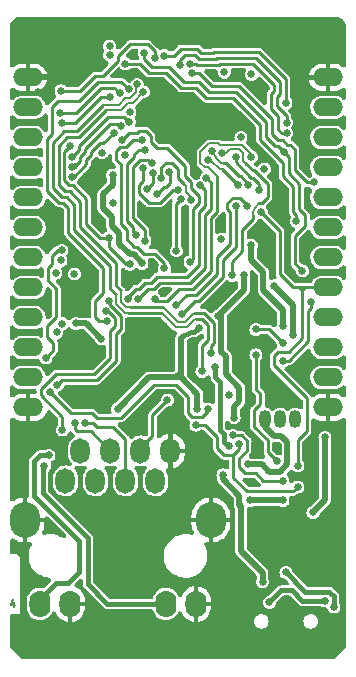
<source format=gbl>
G04 #@! TF.GenerationSoftware,KiCad,Pcbnew,6.0.5-a6ca702e91~116~ubuntu20.04.1*
G04 #@! TF.CreationDate,2024-03-02T15:14:06+03:00*
G04 #@! TF.ProjectId,iot-esp-eth-ind,696f742d-6573-4702-9d65-74682d696e64,rev?*
G04 #@! TF.SameCoordinates,PX3072580PYa990340*
G04 #@! TF.FileFunction,Copper,L4,Bot*
G04 #@! TF.FilePolarity,Positive*
%FSLAX46Y46*%
G04 Gerber Fmt 4.6, Leading zero omitted, Abs format (unit mm)*
G04 Created by KiCad (PCBNEW 6.0.5-a6ca702e91~116~ubuntu20.04.1) date 2024-03-02 15:14:06*
%MOMM*%
%LPD*%
G01*
G04 APERTURE LIST*
G04 Aperture macros list*
%AMRoundRect*
0 Rectangle with rounded corners*
0 $1 Rounding radius*
0 $2 $3 $4 $5 $6 $7 $8 $9 X,Y pos of 4 corners*
0 Add a 4 corners polygon primitive as box body*
4,1,4,$2,$3,$4,$5,$6,$7,$8,$9,$2,$3,0*
0 Add four circle primitives for the rounded corners*
1,1,$1+$1,$2,$3*
1,1,$1+$1,$4,$5*
1,1,$1+$1,$6,$7*
1,1,$1+$1,$8,$9*
0 Add four rect primitives between the rounded corners*
20,1,$1+$1,$2,$3,$4,$5,0*
20,1,$1+$1,$4,$5,$6,$7,0*
20,1,$1+$1,$6,$7,$8,$9,0*
20,1,$1+$1,$8,$9,$2,$3,0*%
G04 Aperture macros list end*
%ADD10C,0.127000*%
G04 #@! TA.AperFunction,NonConductor*
%ADD11C,0.127000*%
G04 #@! TD*
G04 #@! TA.AperFunction,ComponentPad*
%ADD12C,0.609600*%
G04 #@! TD*
G04 #@! TA.AperFunction,SMDPad,CuDef*
%ADD13RoundRect,0.558800X-1.092200X-1.092200X1.092200X-1.092200X1.092200X1.092200X-1.092200X1.092200X0*%
G04 #@! TD*
G04 #@! TA.AperFunction,ComponentPad*
%ADD14O,1.016000X1.524000*%
G04 #@! TD*
G04 #@! TA.AperFunction,ComponentPad*
%ADD15O,2.540000X1.524000*%
G04 #@! TD*
G04 #@! TA.AperFunction,ComponentPad*
%ADD16O,1.651000X2.159000*%
G04 #@! TD*
G04 #@! TA.AperFunction,ComponentPad*
%ADD17O,1.778000X2.286000*%
G04 #@! TD*
G04 #@! TA.AperFunction,ComponentPad*
%ADD18O,2.540000X3.048000*%
G04 #@! TD*
G04 #@! TA.AperFunction,SMDPad,CuDef*
%ADD19RoundRect,0.355600X1.422400X1.422400X-1.422400X1.422400X-1.422400X-1.422400X1.422400X-1.422400X0*%
G04 #@! TD*
G04 #@! TA.AperFunction,ViaPad*
%ADD20C,0.635000*%
G04 #@! TD*
G04 #@! TA.AperFunction,Conductor*
%ADD21C,0.508000*%
G04 #@! TD*
G04 #@! TA.AperFunction,Conductor*
%ADD22C,0.381000*%
G04 #@! TD*
G04 #@! TA.AperFunction,Conductor*
%ADD23C,0.254000*%
G04 #@! TD*
G04 #@! TA.AperFunction,Conductor*
%ADD24C,1.016000*%
G04 #@! TD*
G04 #@! TA.AperFunction,Conductor*
%ADD25C,0.203200*%
G04 #@! TD*
G04 APERTURE END LIST*
D10*
D11*
X882952Y5343072D02*
X882952Y4919739D01*
X731761Y5584977D02*
X580571Y5131405D01*
X973666Y5131405D01*
D12*
G04 #@! TO.P,U61,33,GND*
G04 #@! TO.N,GND*
X11049000Y27432000D03*
X12319000Y27432000D03*
X13589000Y27432000D03*
X12319000Y26162000D03*
X12319000Y28702000D03*
D13*
X12319000Y27432000D03*
D12*
X13589000Y26162000D03*
X11049000Y26162000D03*
X13589000Y28702000D03*
X11049000Y28702000D03*
G04 #@! TD*
D14*
G04 #@! TO.P,J41,1,Pin_1*
G04 #@! TO.N,+5VUSB*
X22098000Y20828000D03*
G04 #@! TO.P,J41,2,Pin_2*
G04 #@! TO.N,+5V*
X23368000Y20828000D03*
G04 #@! TO.P,J41,3,Pin_3*
G04 #@! TO.N,unconnected-(J41-Pad3)*
X24638000Y20828000D03*
G04 #@! TD*
D15*
G04 #@! TO.P,J52,1,Pin_1*
G04 #@! TO.N,GND*
X27432000Y49784000D03*
G04 #@! TO.P,J52,2,Pin_2*
G04 #@! TO.N,GPIO39*
X27432000Y47244000D03*
G04 #@! TO.P,J52,3,Pin_3*
G04 #@! TO.N,GPIO38*
X27432000Y44704000D03*
G04 #@! TO.P,J52,4,Pin_4*
G04 #@! TO.N,GPIO37*
X27432000Y42164000D03*
G04 #@! TO.P,J52,5,Pin_5*
G04 #@! TO.N,GPIO36*
X27432000Y39624000D03*
G04 #@! TO.P,J52,6,Pin_6*
G04 #@! TO.N,GPIO35*
X27432000Y37084000D03*
G04 #@! TO.P,J52,7,Pin_7*
G04 #@! TO.N,GPIO34*
X27432000Y34544000D03*
G04 #@! TO.P,J52,8,Pin_8*
G04 #@! TO.N,TXD0*
X27432000Y32004000D03*
G04 #@! TO.P,J52,9,Pin_9*
G04 #@! TO.N,RXD0*
X27432000Y29464000D03*
G04 #@! TO.P,J52,10,Pin_10*
G04 #@! TO.N,+3.3V*
X27432000Y26924000D03*
G04 #@! TO.P,J52,11,Pin_11*
G04 #@! TO.N,+5V*
X27432000Y24384000D03*
G04 #@! TO.P,J52,12,Pin_12*
G04 #@! TO.N,GND*
X27432000Y21844000D03*
G04 #@! TD*
D16*
G04 #@! TO.P,J61,1,TD+*
G04 #@! TO.N,/network/TD+*
X5207000Y15621000D03*
G04 #@! TO.P,J61,2,TD-*
G04 #@! TO.N,/network/TD-*
X6477000Y18161000D03*
G04 #@! TO.P,J61,3,RD+*
G04 #@! TO.N,/network/RD+*
X7747000Y15621000D03*
G04 #@! TO.P,J61,4,CT*
G04 #@! TO.N,/network/TDC*
X9017000Y18161000D03*
G04 #@! TO.P,J61,5,CT*
G04 #@! TO.N,/network/RDC*
X10287000Y15621000D03*
G04 #@! TO.P,J61,6,RD-*
G04 #@! TO.N,/network/RD-*
X11557000Y18161000D03*
G04 #@! TO.P,J61,7,NC*
G04 #@! TO.N,unconnected-(J61-Pad7)*
X12827000Y15621000D03*
G04 #@! TO.P,J61,8,GND*
G04 #@! TO.N,GND*
X14097000Y18161000D03*
D17*
G04 #@! TO.P,J61,9,LED1+*
G04 #@! TO.N,Net-(J61-Pad9)*
X3048000Y5207000D03*
G04 #@! TO.P,J61,10,LED1-*
G04 #@! TO.N,GND*
X5588000Y5207000D03*
G04 #@! TO.P,J61,11,LED2-*
G04 #@! TO.N,Net-(J61-Pad11)*
X13716000Y5207000D03*
G04 #@! TO.P,J61,12,LED2+*
G04 #@! TO.N,GND*
X16256000Y5207000D03*
D18*
G04 #@! TO.P,J61,13,SHIELD*
X17526000Y12319000D03*
X1778000Y12319000D03*
G04 #@! TD*
D15*
G04 #@! TO.P,J51,1,Pin_1*
G04 #@! TO.N,GND*
X2032000Y49784000D03*
G04 #@! TO.P,J51,2,Pin_2*
G04 #@! TO.N,GPIO14*
X2032000Y47244000D03*
G04 #@! TO.P,J51,3,Pin_3*
G04 #@! TO.N,GPIO12*
X2032000Y44704000D03*
G04 #@! TO.P,J51,4,Pin_4*
G04 #@! TO.N,GPIO13*
X2032000Y42164000D03*
G04 #@! TO.P,J51,5,Pin_5*
G04 #@! TO.N,GPIO15*
X2032000Y39624000D03*
G04 #@! TO.P,J51,6,Pin_6*
G04 #@! TO.N,GPIO2*
X2032000Y37084000D03*
G04 #@! TO.P,J51,7,Pin_7*
G04 #@! TO.N,GPIO16*
X2032000Y34544000D03*
G04 #@! TO.P,J51,8,Pin_8*
G04 #@! TO.N,GPIO17*
X2032000Y32004000D03*
G04 #@! TO.P,J51,9,Pin_9*
G04 #@! TO.N,GPIO5*
X2032000Y29464000D03*
G04 #@! TO.P,J51,10,Pin_10*
G04 #@! TO.N,~{RESET}*
X2032000Y26924000D03*
G04 #@! TO.P,J51,11,Pin_11*
G04 #@! TO.N,~{MR}*
X2032000Y24384000D03*
G04 #@! TO.P,J51,12,Pin_12*
G04 #@! TO.N,GND*
X2032000Y21844000D03*
G04 #@! TD*
D12*
G04 #@! TO.P,U1,49,GND*
G04 #@! TO.N,GND*
X14732000Y46482000D03*
X16002000Y45212000D03*
X16002000Y46482000D03*
X13462000Y46482000D03*
X14732000Y45212000D03*
D19*
X14732000Y46482000D03*
D12*
X13462000Y47752000D03*
X13462000Y45212000D03*
X16002000Y47752000D03*
X14732000Y47752000D03*
G04 #@! TD*
D20*
G04 #@! TO.N,GND*
X18415000Y37846000D03*
X18415000Y31242000D03*
X7620000Y33020000D03*
X25577800Y34671000D03*
X28448000Y3556000D03*
X13970000Y1270000D03*
X28448000Y53467000D03*
X15290800Y36144200D03*
X19304000Y26924000D03*
X21463000Y1270000D03*
X12700000Y36703000D03*
X8890000Y3810000D03*
X8636000Y54483000D03*
X1270000Y14732000D03*
X16002000Y18161000D03*
X18034000Y1270000D03*
X21336000Y54483000D03*
X23596600Y39751000D03*
X20066000Y4572000D03*
X24384000Y54483000D03*
X11684000Y54483000D03*
X5588000Y54483000D03*
X6680200Y27533600D03*
X23622000Y23114000D03*
X27432000Y53467000D03*
X13970000Y12319000D03*
X3022600Y33274000D03*
X6223000Y49403000D03*
X12700000Y33528000D03*
X1270000Y19812000D03*
X7366000Y51308000D03*
X9906000Y12319000D03*
X26416000Y54483000D03*
X28575000Y12827000D03*
X3556000Y54483000D03*
X11684000Y20701000D03*
X14478000Y20828000D03*
X3937000Y1270000D03*
X17018000Y52578000D03*
X19050000Y1270000D03*
X14732000Y54483000D03*
X24130000Y50419000D03*
X15748000Y54483000D03*
X11684000Y53594000D03*
X8890000Y1270000D03*
X2032000Y53467000D03*
X23622000Y9525000D03*
X19304000Y46736000D03*
X11938000Y37973000D03*
X3048000Y53467000D03*
X26289000Y45974000D03*
X27432000Y52451000D03*
X11430000Y1270000D03*
X2921000Y43434000D03*
X28575000Y17907000D03*
X12700000Y53594000D03*
X22860000Y41529000D03*
X19304000Y54483000D03*
X22606000Y33782000D03*
X26035000Y4699000D03*
X7874000Y12319000D03*
X26797000Y4572000D03*
X2921000Y45974000D03*
X25654000Y35560000D03*
X2921000Y40894000D03*
X28448000Y2286000D03*
X26289000Y1270000D03*
X7747000Y38227000D03*
X7874000Y7239000D03*
X26289000Y38354000D03*
X28448000Y54483000D03*
X10668000Y53594000D03*
X20828000Y15494000D03*
X28448000Y51435000D03*
X6299200Y29895800D03*
X19304000Y28448000D03*
X28575000Y15367000D03*
X11938000Y12319000D03*
X6299200Y30530800D03*
X23876000Y1270000D03*
X17653000Y49961800D03*
X1270000Y17272000D03*
X16764000Y53594000D03*
X1016000Y53467000D03*
X22606000Y34671000D03*
X25908000Y17272000D03*
X28575000Y10287000D03*
X6350000Y1270000D03*
X21844000Y52832000D03*
X1524000Y54483000D03*
X27432000Y54483000D03*
X10922000Y51689000D03*
X13716000Y54483000D03*
X13208000Y38481000D03*
X2032000Y52451000D03*
X11938000Y9779000D03*
X20574000Y52832000D03*
X26416000Y53467000D03*
X18288000Y36957000D03*
X4889500Y25336500D03*
X3302000Y38354000D03*
X6604000Y54483000D03*
X3175000Y30734000D03*
X12700000Y54483000D03*
X25908000Y25654000D03*
X8255000Y26416000D03*
X4508500Y49847500D03*
X16002000Y15875000D03*
X26035000Y48514000D03*
X15875000Y27406600D03*
X9652000Y24765000D03*
X21336000Y36449000D03*
X26289000Y43535600D03*
X23114000Y18542000D03*
X16510000Y1270000D03*
X889000Y3937000D03*
X11430000Y3810000D03*
X13411200Y31597600D03*
X20828000Y22606000D03*
X2921000Y48514000D03*
X7366000Y52705000D03*
X7620000Y54483000D03*
X20955000Y10160000D03*
X2997200Y28194000D03*
X23368000Y54483000D03*
X22606000Y35560000D03*
X11938000Y7239000D03*
X7874000Y9779000D03*
X4572000Y54483000D03*
X26289000Y6985000D03*
X9652000Y54483000D03*
X6985000Y41402000D03*
X4749800Y38455600D03*
X17399000Y23368000D03*
X22352000Y54483000D03*
X25908000Y11557000D03*
X28448000Y52451000D03*
X1016000Y52451000D03*
X16764000Y54483000D03*
X3175000Y35814000D03*
X22098000Y48895000D03*
X18923000Y53340000D03*
X20320000Y54483000D03*
X2540000Y54483000D03*
X10668000Y54483000D03*
X24638000Y12827000D03*
X19685000Y8001000D03*
X1016000Y51435000D03*
X25400000Y54483000D03*
G04 #@! TO.N,+3.3VMCU*
X22047200Y42037000D03*
X20955000Y50038000D03*
X8305800Y43408600D03*
X8940800Y51689000D03*
X20066000Y44704000D03*
X8940800Y52451000D03*
X18643600Y50241200D03*
X10668000Y46863000D03*
G04 #@! TO.N,/cpu/CHIP_PU*
X4826000Y48641000D03*
X12750800Y51435000D03*
G04 #@! TO.N,VIO*
X10210800Y43230800D03*
X9194800Y39116000D03*
G04 #@! TO.N,+3.3V*
X23622000Y28702000D03*
X11684000Y34036000D03*
X9194800Y41529000D03*
X5969000Y33147000D03*
X18161000Y29591000D03*
X20955000Y35560000D03*
X20320000Y33020000D03*
X18415000Y36068000D03*
X19481800Y20980400D03*
G04 #@! TO.N,ETHTXC*
X15748000Y34163000D03*
X9982200Y44500800D03*
G04 #@! TO.N,/network/TDC*
X5994400Y20548600D03*
G04 #@! TO.N,/network/RDC*
X6883400Y20548600D03*
G04 #@! TO.N,/cpu/ETXD0*
X19812000Y40640000D03*
X17272000Y42799000D03*
G04 #@! TO.N,/cpu/ETXD1*
X20701000Y40640000D03*
X17653000Y43561000D03*
G04 #@! TO.N,TXD0*
X21793200Y38354000D03*
X24892000Y16891000D03*
G04 #@! TO.N,~{RESET}*
X5588000Y43942000D03*
X4470400Y28194000D03*
X8890000Y36195000D03*
X10668000Y33959800D03*
G04 #@! TO.N,ETHMDIO*
X10515600Y31064200D03*
X16637000Y40640000D03*
G04 #@! TO.N,ETHMDC*
X17145000Y41275000D03*
X11379200Y31064200D03*
G04 #@! TO.N,ETHRXD0*
X16764000Y24892000D03*
X11277600Y49199800D03*
G04 #@! TO.N,ETHRXD1*
X11811000Y48564800D03*
X17526000Y26416000D03*
G04 #@! TO.N,ETHCRS*
X10566400Y48768000D03*
X8712200Y29133800D03*
G04 #@! TO.N,/cpu/~{SPIHD}*
X12115800Y40309800D03*
X12623800Y41706800D03*
G04 #@! TO.N,/cpu/~{SPIWP}*
X15824200Y39446200D03*
X13335000Y41275000D03*
G04 #@! TO.N,/cpu/~{SPICS0}*
X13970000Y41783000D03*
X12954000Y39878000D03*
G04 #@! TO.N,/cpu/SPID*
X14732000Y40259000D03*
X11811000Y42087800D03*
G04 #@! TO.N,ETHTXEN*
X20955000Y43053000D03*
X12750800Y31038800D03*
G04 #@! TO.N,Net-(R2-Pad1)*
X21590000Y40259000D03*
X19608800Y43078400D03*
G04 #@! TO.N,Net-(C81-Pad1)*
X21894800Y7086600D03*
X18542000Y16129000D03*
G04 #@! TO.N,~{ETHRST}*
X13589000Y33655000D03*
X11709400Y44450000D03*
G04 #@! TO.N,/network/RD-*
X13843000Y22479000D03*
G04 #@! TO.N,GPIO14*
X9804400Y48437800D03*
X4749800Y46761400D03*
G04 #@! TO.N,GPIO13*
X5791200Y43078400D03*
X10617200Y46050200D03*
G04 #@! TO.N,GPIO15*
X5791200Y42214800D03*
X9880600Y45694600D03*
G04 #@! TO.N,GPIO12*
X9017000Y48133000D03*
X4902200Y45897800D03*
G04 #@! TO.N,GPIO5*
X4953000Y28930600D03*
X14986000Y39471600D03*
X14605000Y35102800D03*
G04 #@! TO.N,GPIO2*
X9296400Y45110400D03*
X5791200Y41351200D03*
G04 #@! TO.N,GPIO16*
X11963400Y43662600D03*
X4826000Y34290000D03*
X11176000Y36449000D03*
G04 #@! TO.N,GPIO39*
X13589000Y51638200D03*
X23876000Y47625000D03*
G04 #@! TO.N,GPIO38*
X14909800Y50800000D03*
X23926800Y45948600D03*
G04 #@! TO.N,GPIO37*
X15722600Y50927000D03*
X23926800Y45059600D03*
G04 #@! TO.N,GPIO36*
X15900400Y50139600D03*
X26289000Y40894000D03*
G04 #@! TO.N,GPIO35*
X10287000Y50927000D03*
X24765000Y37592000D03*
G04 #@! TO.N,GPIO34*
X25273000Y33401000D03*
X23698200Y43459400D03*
X11887200Y51866800D03*
G04 #@! TO.N,GPIO17*
X12547600Y42545000D03*
X4394200Y33223200D03*
X11938000Y35941000D03*
G04 #@! TO.N,Net-(J61-Pad9)*
X3810000Y17780000D03*
G04 #@! TO.N,Net-(J61-Pad11)*
X3429000Y16891000D03*
G04 #@! TO.N,ETHTXD0*
X19685000Y38862000D03*
X15036800Y29743400D03*
G04 #@! TO.N,ETHTXD1*
X14579600Y30480000D03*
X20574000Y38862000D03*
G04 #@! TO.N,RXD0M*
X18491200Y43357800D03*
X19304000Y33020000D03*
G04 #@! TO.N,~{MR}*
X17272000Y21717000D03*
X3911600Y23114000D03*
X4902200Y35153600D03*
X3556000Y26035000D03*
G04 #@! TO.N,+5V*
X22860000Y32131000D03*
X24511000Y27940000D03*
G04 #@! TO.N,+3.3VETH*
X9626600Y21717000D03*
X6096000Y28956000D03*
X8255000Y27660600D03*
X16383000Y21717000D03*
X16484600Y28600400D03*
G04 #@! TO.N,+5VUSB*
X20701000Y17018000D03*
G04 #@! TO.N,/misc/USBE_DP*
X27940000Y4953000D03*
X23876000Y7874000D03*
G04 #@! TO.N,/misc/USBE_DM*
X22479000Y5334000D03*
X27178000Y5461000D03*
G04 #@! TO.N,+3.3VUSB*
X26162000Y12954000D03*
X20828000Y13970000D03*
X19050000Y22860000D03*
X27178000Y19304000D03*
X23622000Y13970000D03*
G04 #@! TO.N,Net-(D82-Pad2)*
X19050000Y18542000D03*
X17907000Y25273000D03*
G04 #@! TO.N,RXD0*
X21336000Y28448000D03*
X23622000Y27305000D03*
X23622000Y25781000D03*
X26035000Y30734000D03*
G04 #@! TO.N,Net-(Q81-Pad2)*
X24892000Y15113000D03*
X16256000Y20345400D03*
X19913600Y18719800D03*
G04 #@! TO.N,Net-(Q82-Pad2)*
X19405600Y19481800D03*
X23622000Y15621000D03*
G04 #@! TO.N,/network/LED1*
X4953000Y19939000D03*
X8610600Y29997400D03*
G04 #@! TO.N,/network/LED0*
X8864600Y30835600D03*
X4521200Y23749000D03*
G04 #@! TO.N,RXD0U*
X23114000Y17272000D03*
X21336000Y26289000D03*
G04 #@! TD*
D21*
G04 #@! TO.N,GND*
X21082000Y44196000D02*
X21082000Y45466000D01*
D22*
X11049000Y26162000D02*
X9652000Y24765000D01*
X24003000Y33528000D02*
X24003000Y37592000D01*
D21*
X24638000Y12827000D02*
X25908000Y14097000D01*
X21082000Y45466000D02*
X19812000Y46736000D01*
D23*
X21043900Y48895000D02*
X22098000Y48895000D01*
D21*
X4648200Y38354000D02*
X3302000Y38354000D01*
X5715000Y49403000D02*
X6223000Y49403000D01*
X14732000Y44196000D02*
X15240000Y43688000D01*
X17145000Y23368000D02*
X17399000Y23368000D01*
X22860000Y8382000D02*
X22860000Y6731000D01*
X7366000Y51308000D02*
X7366000Y50546000D01*
D23*
X11684000Y20701000D02*
X11684000Y21844000D01*
D21*
X15875000Y27406600D02*
X15875000Y24638000D01*
X2032000Y49784000D02*
X3810000Y49784000D01*
X19685000Y8001000D02*
X19685000Y6604000D01*
D23*
X18084800Y49530000D02*
X20408900Y49530000D01*
D21*
X23622000Y9525000D02*
X23622000Y9144000D01*
D22*
X23596600Y37998400D02*
X23596600Y39751000D01*
D21*
X4508500Y49847500D02*
X5270500Y49847500D01*
X3937000Y1270000D02*
X3556000Y1270000D01*
D22*
X24892000Y32639000D02*
X24003000Y33528000D01*
D24*
X16510000Y1270000D02*
X13970000Y1270000D01*
D21*
X16891000Y46482000D02*
X17145000Y46736000D01*
D23*
X20408900Y49530000D02*
X21043900Y48895000D01*
D21*
X22860000Y41529000D02*
X22860000Y42418000D01*
X17145000Y46736000D02*
X19304000Y46736000D01*
D23*
X11684000Y21844000D02*
X13055600Y23215600D01*
D21*
X1270000Y19812000D02*
X1270000Y17272000D01*
D23*
X14935200Y22199600D02*
X14478000Y21742400D01*
D21*
X14732000Y45212000D02*
X14732000Y44196000D01*
D23*
X17703800Y45212000D02*
X18796000Y45212000D01*
D22*
X26085800Y33070800D02*
X25654000Y32639000D01*
X24003000Y37592000D02*
X23596600Y37998400D01*
D21*
X23622000Y10160000D02*
X24511000Y10160000D01*
X4749800Y38455600D02*
X4648200Y38354000D01*
X3556000Y1270000D02*
X889000Y3937000D01*
D23*
X18796000Y45212000D02*
X19304000Y45720000D01*
D21*
X23622000Y9144000D02*
X22860000Y8382000D01*
X25908000Y14097000D02*
X25908000Y17272000D01*
D23*
X14376400Y23215600D02*
X14935200Y22656800D01*
D22*
X25958800Y33858200D02*
X25958800Y33680400D01*
D21*
X3873500Y49847500D02*
X4508500Y49847500D01*
D23*
X17653000Y49961800D02*
X18084800Y49530000D01*
D21*
X15875000Y24638000D02*
X17145000Y23368000D01*
X11430000Y3810000D02*
X8890000Y3810000D01*
X5270500Y49847500D02*
X5715000Y49403000D01*
D23*
X13055600Y23215600D02*
X14376400Y23215600D01*
D21*
X22860000Y42418000D02*
X21082000Y44196000D01*
D24*
X11430000Y1270000D02*
X8890000Y1270000D01*
D23*
X14478000Y21742400D02*
X14478000Y20828000D01*
D21*
X22352000Y6223000D02*
X20066000Y6223000D01*
D23*
X19304000Y45720000D02*
X19304000Y46736000D01*
D22*
X26085800Y33553400D02*
X26085800Y33070800D01*
D21*
X22860000Y6731000D02*
X22352000Y6223000D01*
X3810000Y49784000D02*
X3873500Y49847500D01*
X20955000Y10160000D02*
X23622000Y10160000D01*
X23622000Y10160000D02*
X23622000Y9525000D01*
X19685000Y6604000D02*
X20066000Y6223000D01*
D23*
X16179800Y43688000D02*
X17703800Y45212000D01*
D21*
X24511000Y10160000D02*
X25908000Y11557000D01*
X7366000Y50546000D02*
X6223000Y49403000D01*
D22*
X25958800Y33680400D02*
X26085800Y33553400D01*
D23*
X15240000Y43688000D02*
X16179800Y43688000D01*
D21*
X19812000Y46736000D02*
X19304000Y46736000D01*
D22*
X25577800Y34239200D02*
X25958800Y33858200D01*
D23*
X14935200Y22656800D02*
X14935200Y22199600D01*
D21*
X20066000Y6223000D02*
X20066000Y4572000D01*
D24*
X6350000Y1270000D02*
X3937000Y1270000D01*
D22*
X25654000Y32639000D02*
X24892000Y32639000D01*
X25577800Y34671000D02*
X25577800Y34239200D01*
D21*
X16002000Y46482000D02*
X16891000Y46482000D01*
D23*
G04 #@! TO.N,/cpu/CHIP_PU*
X12750800Y52019200D02*
X12192000Y52578000D01*
X8382000Y49911000D02*
X7747000Y49911000D01*
X6477000Y48641000D02*
X4826000Y48641000D01*
X7747000Y49911000D02*
X6477000Y48641000D01*
X10668000Y52578000D02*
X9652000Y51562000D01*
X9652000Y51562000D02*
X9652000Y51181000D01*
X12192000Y52578000D02*
X10668000Y52578000D01*
X12750800Y51435000D02*
X12750800Y52019200D01*
X9652000Y51181000D02*
X8382000Y49911000D01*
D21*
G04 #@! TO.N,+3.3V*
X20955000Y35560000D02*
X20955000Y34290000D01*
X18415000Y29845000D02*
X18161000Y29591000D01*
X11684000Y34086800D02*
X10972800Y34798000D01*
X18415000Y26543000D02*
X18415000Y29337000D01*
X11684000Y34036000D02*
X11684000Y34086800D01*
X23622000Y30099000D02*
X23622000Y28702000D01*
X9779000Y36576000D02*
X9144000Y37211000D01*
X10972800Y34798000D02*
X10668000Y34798000D01*
X20320000Y33020000D02*
X20320000Y31750000D01*
X18796000Y24638000D02*
X18796000Y26162000D01*
X19481800Y21894800D02*
X19939000Y22352000D01*
X21971000Y31750000D02*
X23622000Y30099000D01*
X21971000Y33274000D02*
X21971000Y31750000D01*
X9779000Y35687000D02*
X9779000Y36576000D01*
X18415000Y29337000D02*
X18415000Y29845000D01*
X8382000Y39878000D02*
X9194800Y40690800D01*
X10668000Y34798000D02*
X9779000Y35687000D01*
X20320000Y31750000D02*
X18415000Y29845000D01*
X18415000Y29337000D02*
X18161000Y29591000D01*
X19939000Y23495000D02*
X18796000Y24638000D01*
X8382000Y38735000D02*
X8382000Y39878000D01*
X19939000Y22352000D02*
X19939000Y23495000D01*
X9194800Y40690800D02*
X9194800Y41529000D01*
X9144000Y37973000D02*
X8382000Y38735000D01*
X20955000Y34290000D02*
X21971000Y33274000D01*
X18796000Y26162000D02*
X18415000Y26543000D01*
X19481800Y20980400D02*
X19481800Y21894800D01*
X9144000Y37211000D02*
X9144000Y37973000D01*
D23*
G04 #@! TO.N,ETHTXC*
X16510000Y39751000D02*
X15875000Y40386000D01*
X16510000Y39116000D02*
X16510000Y39751000D01*
X11430000Y45212000D02*
X11303000Y45085000D01*
X10566400Y45085000D02*
X9982200Y44500800D01*
X15367000Y41402000D02*
X15367000Y42291000D01*
X12446000Y44831000D02*
X12065000Y45212000D01*
X11303000Y45085000D02*
X10566400Y45085000D01*
X13843000Y43815000D02*
X12954000Y43815000D01*
X15367000Y42291000D02*
X13843000Y43815000D01*
X15875000Y40386000D02*
X15875000Y40894000D01*
X16002000Y38608000D02*
X16510000Y39116000D01*
X16002000Y34417000D02*
X16002000Y38608000D01*
X12446000Y44323000D02*
X12446000Y44831000D01*
X15748000Y34163000D02*
X16002000Y34417000D01*
X12954000Y43815000D02*
X12446000Y44323000D01*
X12065000Y45212000D02*
X11430000Y45212000D01*
X15875000Y40894000D02*
X15367000Y41402000D01*
G04 #@! TO.N,/network/TDC*
X5994400Y20548600D02*
X5994400Y20040600D01*
X6223000Y19812000D02*
X7366000Y19812000D01*
X7366000Y19812000D02*
X9017000Y18161000D01*
X5994400Y20040600D02*
X6223000Y19812000D01*
G04 #@! TO.N,/network/RDC*
X7518400Y20548600D02*
X7874000Y20193000D01*
X9271000Y20193000D02*
X10287000Y19177000D01*
X10287000Y19177000D02*
X10287000Y15621000D01*
X7874000Y20193000D02*
X9271000Y20193000D01*
X6883400Y20548600D02*
X7518400Y20548600D01*
D25*
G04 #@! TO.N,/cpu/ETXD0*
X18440400Y42011600D02*
X18262600Y42011600D01*
D23*
X18948400Y41503600D02*
X18440400Y42011600D01*
D25*
X17475200Y42799000D02*
X18262600Y42011600D01*
D23*
X18948400Y41503600D02*
X19812000Y40640000D01*
D25*
X17272000Y42799000D02*
X17475200Y42799000D01*
G04 #@! TO.N,/cpu/ETXD1*
X17653000Y43357800D02*
X17830800Y43180000D01*
D23*
X19939000Y41402000D02*
X20040600Y41402000D01*
D25*
X17653000Y43561000D02*
X17653000Y43357800D01*
D23*
X18542000Y42545000D02*
X18796000Y42545000D01*
X20040600Y41402000D02*
X20701000Y40741600D01*
D25*
X18364200Y42545000D02*
X18542000Y42545000D01*
D23*
X20701000Y40741600D02*
X20701000Y40640000D01*
D25*
X17932400Y42976800D02*
X18364200Y42545000D01*
X17830800Y43180000D02*
X17932400Y42976800D01*
D23*
X18796000Y42545000D02*
X19939000Y41402000D01*
G04 #@! TO.N,TXD0*
X25019000Y32004000D02*
X25273000Y31750000D01*
X23241000Y26543000D02*
X22860000Y26162000D01*
X25654000Y22606000D02*
X25654000Y19812000D01*
X24511000Y32004000D02*
X25019000Y32004000D01*
X25273000Y31750000D02*
X25527000Y32004000D01*
X21793200Y38354000D02*
X23368000Y36779200D01*
X24130000Y26543000D02*
X23241000Y26543000D01*
X25273000Y27686000D02*
X24130000Y26543000D01*
X23368000Y33147000D02*
X24511000Y32004000D01*
X22860000Y25400000D02*
X25654000Y22606000D01*
X25527000Y32004000D02*
X27432000Y32004000D01*
X22860000Y26162000D02*
X22860000Y25400000D01*
X24892000Y19050000D02*
X24892000Y16891000D01*
X25654000Y19812000D02*
X24892000Y19050000D01*
X25019000Y32004000D02*
X25527000Y32004000D01*
X23368000Y36779200D02*
X23368000Y33147000D01*
X25273000Y31750000D02*
X25273000Y27686000D01*
G04 #@! TO.N,~{RESET}*
X8890000Y35433000D02*
X10363200Y33959800D01*
X5105400Y43459400D02*
X5105400Y41071800D01*
X6985000Y39497000D02*
X6985000Y37338000D01*
X6985000Y37338000D02*
X8128000Y36195000D01*
X8128000Y36195000D02*
X8890000Y36195000D01*
X8890000Y36195000D02*
X8890000Y35433000D01*
X10363200Y33959800D02*
X10668000Y33959800D01*
X5537200Y40640000D02*
X5842000Y40640000D01*
X5105400Y41071800D02*
X5537200Y40640000D01*
X5588000Y43942000D02*
X5105400Y43459400D01*
X5842000Y40640000D02*
X6985000Y39497000D01*
G04 #@! TO.N,ETHMDIO*
X12954000Y32893000D02*
X12446000Y32385000D01*
X17018000Y38862000D02*
X16510000Y38354000D01*
X16510000Y38354000D02*
X16510000Y33909000D01*
X10668000Y31369000D02*
X10668000Y31216600D01*
X16510000Y33909000D02*
X15494000Y32893000D01*
X10668000Y31216600D02*
X10515600Y31064200D01*
X10668000Y31369000D02*
X10515600Y31216600D01*
X11430000Y31877000D02*
X11176000Y31877000D01*
X17018000Y40259000D02*
X17018000Y38862000D01*
X15494000Y32893000D02*
X12954000Y32893000D01*
X10515600Y31216600D02*
X10515600Y31064200D01*
X11176000Y31877000D02*
X10668000Y31369000D01*
X11938000Y32385000D02*
X11430000Y31877000D01*
X12446000Y32385000D02*
X11938000Y32385000D01*
X16637000Y40640000D02*
X17018000Y40259000D01*
G04 #@! TO.N,ETHMDC*
X15748000Y32385000D02*
X17018000Y33655000D01*
X17018000Y38100000D02*
X17526000Y38608000D01*
X17526000Y38608000D02*
X17526000Y40894000D01*
X11379200Y31064200D02*
X12192000Y31877000D01*
X17018000Y33655000D02*
X17018000Y38100000D01*
X12700000Y31877000D02*
X13208000Y32385000D01*
X13208000Y32385000D02*
X15748000Y32385000D01*
X12192000Y31877000D02*
X12700000Y31877000D01*
X17526000Y40894000D02*
X17145000Y41275000D01*
D25*
G04 #@! TO.N,ETHRXD0*
X9525000Y30607000D02*
X10287000Y29845000D01*
X10287000Y29845000D02*
X10541000Y29845000D01*
D23*
X9474200Y31419800D02*
X9017000Y31877000D01*
X5969000Y36830000D02*
X5969000Y38989000D01*
D25*
X9474200Y31419800D02*
X9525000Y31369000D01*
X16205200Y29337000D02*
X15519400Y28651200D01*
X11277600Y49199800D02*
X11176000Y49098200D01*
D23*
X9017000Y31877000D02*
X9017000Y33782000D01*
X6146800Y45212000D02*
X8382000Y47447200D01*
D25*
X11176000Y49098200D02*
X11176000Y48514000D01*
D23*
X4140200Y40436800D02*
X4140200Y44272200D01*
X10541000Y29845000D02*
X13309600Y29845000D01*
X5308600Y39649400D02*
X4927600Y39649400D01*
D25*
X10287000Y48006000D02*
X9728200Y47447200D01*
D23*
X5969000Y38989000D02*
X5308600Y39649400D01*
D25*
X15519400Y28651200D02*
X14554200Y28651200D01*
X9728200Y47447200D02*
X8382000Y47447200D01*
D23*
X5080000Y45212000D02*
X6146800Y45212000D01*
D25*
X9525000Y31369000D02*
X9525000Y30607000D01*
D23*
X16256000Y29337000D02*
X16738600Y29337000D01*
D25*
X14554200Y28651200D02*
X13360400Y29845000D01*
X16256000Y29337000D02*
X16205200Y29337000D01*
D23*
X17272000Y27559000D02*
X16764000Y27051000D01*
D25*
X11176000Y48514000D02*
X10668000Y48006000D01*
D23*
X17272000Y28803600D02*
X17272000Y27559000D01*
X16764000Y27051000D02*
X16764000Y24892000D01*
X4140200Y44272200D02*
X5080000Y45212000D01*
D25*
X10668000Y48006000D02*
X10287000Y48006000D01*
D23*
X9017000Y33782000D02*
X5969000Y36830000D01*
X4927600Y39649400D02*
X4140200Y40436800D01*
X16738600Y29337000D02*
X17272000Y28803600D01*
D25*
X13360400Y29845000D02*
X13309600Y29845000D01*
D23*
G04 #@! TO.N,ETHRXD1*
X17526000Y27051000D02*
X17526000Y26416000D01*
D25*
X9906000Y46990000D02*
X8636000Y46990000D01*
D23*
X5588000Y40157400D02*
X6477000Y39268400D01*
X9525000Y34036000D02*
X9525000Y32131000D01*
D25*
X16129000Y29845000D02*
X16090900Y29845000D01*
D23*
X4622800Y43992800D02*
X4622800Y40716200D01*
X6477000Y37084000D02*
X9525000Y34036000D01*
D25*
X9906000Y30784800D02*
X9906000Y31750000D01*
X14757400Y29083000D02*
X13487400Y30353000D01*
D23*
X4622800Y40716200D02*
X5181600Y40157400D01*
D25*
X10541000Y47625000D02*
X9906000Y46990000D01*
D23*
X8636000Y46990000D02*
X6350000Y44704000D01*
X5181600Y40157400D02*
X5588000Y40157400D01*
D25*
X15328900Y29083000D02*
X14757400Y29083000D01*
X10337800Y30353000D02*
X9906000Y30784800D01*
D23*
X17780000Y28981400D02*
X17780000Y27305000D01*
D25*
X16090900Y29845000D02*
X15328900Y29083000D01*
D23*
X6477000Y39268400D02*
X6477000Y37084000D01*
D25*
X11811000Y48564800D02*
X11811000Y48514000D01*
D23*
X6350000Y44704000D02*
X5334000Y44704000D01*
X9525000Y32131000D02*
X9906000Y31750000D01*
X17780000Y27305000D02*
X17526000Y27051000D01*
X10668000Y30353000D02*
X13462000Y30353000D01*
X16916400Y29845000D02*
X17780000Y28981400D01*
D25*
X11811000Y48514000D02*
X10922000Y47625000D01*
X10922000Y47625000D02*
X10541000Y47625000D01*
D23*
X5334000Y44704000D02*
X4622800Y43992800D01*
D25*
X10668000Y30353000D02*
X10337800Y30353000D01*
X13487400Y30353000D02*
X13462000Y30353000D01*
D23*
X16129000Y29845000D02*
X16916400Y29845000D01*
G04 #@! TO.N,ETHCRS*
X5029200Y39141400D02*
X5461000Y38709600D01*
X4064000Y44958000D02*
X3657600Y44551600D01*
X9931400Y49403000D02*
X8001000Y49403000D01*
X7747000Y29464000D02*
X8077200Y29133800D01*
X3657600Y44551600D02*
X3657600Y40157400D01*
X8382000Y33655000D02*
X8382000Y31496000D01*
X5461000Y38709600D02*
X5461000Y36576000D01*
X7747000Y30861000D02*
X7747000Y29464000D01*
X4572000Y47752000D02*
X4064000Y47244000D01*
X10566400Y48768000D02*
X9931400Y49403000D01*
X6350000Y47752000D02*
X4572000Y47752000D01*
X4064000Y47244000D02*
X4064000Y44958000D01*
X8077200Y29133800D02*
X8712200Y29133800D01*
X5461000Y36576000D02*
X8382000Y33655000D01*
X8382000Y31496000D02*
X7747000Y30861000D01*
X3657600Y40157400D02*
X4673600Y39141400D01*
X4673600Y39141400D02*
X5029200Y39141400D01*
X8001000Y49403000D02*
X6350000Y47752000D01*
G04 #@! TO.N,/cpu/~{SPIHD}*
X12623800Y40817800D02*
X12115800Y40309800D01*
X12623800Y41706800D02*
X12623800Y40817800D01*
D25*
G04 #@! TO.N,/cpu/~{SPIWP}*
X15824200Y39674800D02*
X15392400Y40106600D01*
D23*
X14732000Y42037000D02*
X14732000Y41275000D01*
X13335000Y41275000D02*
X13335000Y42164000D01*
D25*
X15392400Y40106600D02*
X15392400Y40614600D01*
X15824200Y39446200D02*
X15824200Y39674800D01*
D23*
X13716000Y42545000D02*
X14224000Y42545000D01*
X14224000Y42545000D02*
X14732000Y42037000D01*
X13335000Y42164000D02*
X13716000Y42545000D01*
X14732000Y41275000D02*
X15240000Y40767000D01*
D25*
X15392400Y40614600D02*
X15240000Y40767000D01*
D23*
G04 #@! TO.N,/cpu/~{SPICS0}*
X12954000Y39878000D02*
X13589000Y40513000D01*
X13589000Y40513000D02*
X13716000Y40513000D01*
X14020800Y40817800D02*
X14020800Y41732200D01*
X14020800Y41732200D02*
X13970000Y41783000D01*
X13716000Y40513000D02*
X14020800Y40817800D01*
G04 #@! TO.N,/cpu/SPID*
X11430000Y40005000D02*
X11430000Y40640000D01*
X11811000Y41021000D02*
X11811000Y42087800D01*
X11430000Y40640000D02*
X11811000Y41021000D01*
X14287500Y40259000D02*
X13195300Y39166800D01*
X13195300Y39166800D02*
X12268200Y39166800D01*
X12268200Y39166800D02*
X11430000Y40005000D01*
X14732000Y40259000D02*
X14287500Y40259000D01*
D25*
G04 #@! TO.N,ETHTXEN*
X18034000Y41452800D02*
X17297400Y42189400D01*
X20193000Y44069000D02*
X20955000Y43307000D01*
D23*
X16002000Y31877000D02*
X14859000Y31877000D01*
D25*
X18161000Y44196000D02*
X18288000Y44069000D01*
X16637000Y43434000D02*
X17399000Y44196000D01*
X18288000Y44069000D02*
X20193000Y44069000D01*
X17297400Y42189400D02*
X16992600Y42189400D01*
D23*
X17526000Y33401000D02*
X16002000Y31877000D01*
X18034000Y41427400D02*
X18034000Y38417500D01*
D25*
X20955000Y43307000D02*
X20955000Y43053000D01*
D23*
X12928600Y30861000D02*
X12750800Y31038800D01*
D25*
X16637000Y42545000D02*
X16637000Y43434000D01*
D23*
X18034000Y38417500D02*
X17526000Y37909500D01*
X13843000Y30861000D02*
X12928600Y30861000D01*
X14859000Y31877000D02*
X13843000Y30861000D01*
D25*
X18034000Y41427400D02*
X18034000Y41452800D01*
X16992600Y42189400D02*
X16637000Y42545000D01*
X17399000Y44196000D02*
X18161000Y44196000D01*
D23*
X17526000Y37909500D02*
X17526000Y33401000D01*
G04 #@! TO.N,Net-(R2-Pad1)*
X21590000Y40767000D02*
X21590000Y40259000D01*
X19608800Y43078400D02*
X19608800Y42621200D01*
X21082000Y41275000D02*
X21590000Y40767000D01*
X20955000Y41275000D02*
X21082000Y41275000D01*
X19608800Y42621200D02*
X20955000Y41275000D01*
D21*
G04 #@! TO.N,Net-(C81-Pad1)*
X19939000Y13589000D02*
X20066000Y13462000D01*
X19939000Y14351000D02*
X19939000Y13589000D01*
X20066000Y9652000D02*
X21894800Y7823200D01*
X18542000Y15748000D02*
X19939000Y14351000D01*
X20066000Y13462000D02*
X20066000Y9652000D01*
X18542000Y16129000D02*
X18542000Y15748000D01*
X21894800Y7823200D02*
X21894800Y7086600D01*
D23*
G04 #@! TO.N,~{ETHRST}*
X12776200Y34874200D02*
X13589000Y34061400D01*
X11709400Y44450000D02*
X10922000Y44450000D01*
X9525000Y42799000D02*
X9906000Y42418000D01*
X9829800Y43865800D02*
X9525000Y43561000D01*
X9525000Y43561000D02*
X9525000Y42799000D01*
X10337800Y43865800D02*
X9829800Y43865800D01*
X11303000Y35433000D02*
X11861800Y34874200D01*
X9906000Y37363400D02*
X10414000Y36855400D01*
X10922000Y44450000D02*
X10337800Y43865800D01*
X11049000Y35433000D02*
X11303000Y35433000D01*
X11861800Y34874200D02*
X12776200Y34874200D01*
X10414000Y36068000D02*
X11049000Y35433000D01*
X10414000Y36855400D02*
X10414000Y36068000D01*
X9906000Y42418000D02*
X9906000Y37363400D01*
X13589000Y34061400D02*
X13589000Y33655000D01*
G04 #@! TO.N,/network/RD-*
X12573000Y19431000D02*
X11557000Y18415000D01*
X12573000Y21209000D02*
X12573000Y19431000D01*
X11557000Y18415000D02*
X11557000Y18161000D01*
X13843000Y22479000D02*
X12573000Y21209000D01*
G04 #@! TO.N,GPIO14*
X9347200Y48895000D02*
X9804400Y48437800D01*
X6121400Y46761400D02*
X8255000Y48895000D01*
X8255000Y48895000D02*
X9347200Y48895000D01*
X4749800Y46761400D02*
X6121400Y46761400D01*
G04 #@! TO.N,GPIO13*
X6350000Y43637200D02*
X6350000Y43942000D01*
X10566400Y46050200D02*
X10617200Y46050200D01*
X10185400Y46431200D02*
X10566400Y46050200D01*
X6350000Y43942000D02*
X8839200Y46431200D01*
X8839200Y46431200D02*
X10185400Y46431200D01*
X5791200Y43078400D02*
X6350000Y43637200D01*
G04 #@! TO.N,GPIO15*
X6858000Y43434000D02*
X6477000Y43053000D01*
X9728200Y45847000D02*
X9880600Y45694600D01*
X6223000Y42418000D02*
X6019800Y42214800D01*
X9550400Y45847000D02*
X9702800Y45694600D01*
X9702800Y45694600D02*
X9880600Y45694600D01*
X6858000Y43688000D02*
X6858000Y43434000D01*
X6477000Y42672000D02*
X6223000Y42418000D01*
X9017000Y45847000D02*
X9550400Y45847000D01*
X6223000Y42418000D02*
X5994400Y42418000D01*
X6477000Y43053000D02*
X6477000Y42672000D01*
X6019800Y42214800D02*
X5791200Y42214800D01*
X5994400Y42418000D02*
X5791200Y42214800D01*
X9017000Y45847000D02*
X6858000Y43688000D01*
X9550400Y45847000D02*
X9728200Y45847000D01*
G04 #@! TO.N,GPIO12*
X4902200Y45897800D02*
X6019800Y45897800D01*
X8255000Y48133000D02*
X9017000Y48133000D01*
X6019800Y45897800D02*
X8255000Y48133000D01*
G04 #@! TO.N,GPIO5*
X14605000Y35102800D02*
X14605000Y39090600D01*
X14605000Y39090600D02*
X14986000Y39471600D01*
G04 #@! TO.N,GPIO2*
X6985000Y42799000D02*
X6985000Y42418000D01*
X7366000Y43434000D02*
X8128000Y44196000D01*
X8128000Y44196000D02*
X8382000Y44196000D01*
X7366000Y43180000D02*
X6985000Y42799000D01*
X6985000Y42418000D02*
X5918200Y41351200D01*
X9296400Y45110400D02*
X8382000Y44196000D01*
X5918200Y41351200D02*
X5791200Y41351200D01*
X7366000Y43434000D02*
X7366000Y43180000D01*
G04 #@! TO.N,GPIO16*
X11963400Y43662600D02*
X11404600Y43662600D01*
X11404600Y43662600D02*
X11049000Y43307000D01*
X11049000Y43307000D02*
X11049000Y43053000D01*
X10414000Y42418000D02*
X10414000Y37592000D01*
X11049000Y43053000D02*
X10414000Y42418000D01*
X10922000Y37084000D02*
X10922000Y36703000D01*
X10922000Y36703000D02*
X11176000Y36449000D01*
X10414000Y37592000D02*
X10922000Y37084000D01*
G04 #@! TO.N,GPIO39*
X16713200Y51866800D02*
X17703800Y51866800D01*
X17703800Y51866800D02*
X17780000Y51943000D01*
X23876000Y47625000D02*
X23876000Y49657000D01*
X21590000Y51943000D02*
X23876000Y49657000D01*
X13589000Y51638200D02*
X14427200Y51638200D01*
X14986000Y52197000D02*
X16383000Y52197000D01*
X14427200Y51638200D02*
X14986000Y52197000D01*
X16383000Y52197000D02*
X16713200Y51866800D01*
X17780000Y51943000D02*
X21590000Y51943000D01*
G04 #@! TO.N,GPIO38*
X21336000Y51435000D02*
X18034000Y51435000D01*
X15367000Y51689000D02*
X14909800Y51231800D01*
X23926800Y46558200D02*
X23114000Y47371000D01*
X17957800Y51358800D02*
X16510000Y51358800D01*
X14909800Y51231800D02*
X14909800Y50800000D01*
X18034000Y51435000D02*
X17957800Y51358800D01*
X16510000Y51358800D02*
X16179800Y51689000D01*
X23114000Y47371000D02*
X23114000Y48133000D01*
X16179800Y51689000D02*
X15367000Y51689000D01*
X23926800Y45948600D02*
X23926800Y46558200D01*
X23368000Y49403000D02*
X21336000Y51435000D01*
X23114000Y48133000D02*
X23368000Y48387000D01*
X23368000Y48387000D02*
X23368000Y49403000D01*
G04 #@! TO.N,GPIO37*
X18288000Y50927000D02*
X18211800Y50850800D01*
X22606000Y47117000D02*
X22606000Y48387000D01*
X23241000Y45339000D02*
X23241000Y46482000D01*
X22860000Y48641000D02*
X22860000Y49149000D01*
X23241000Y46482000D02*
X22606000Y47117000D01*
X22606000Y48387000D02*
X22860000Y48641000D01*
X21082000Y50927000D02*
X18288000Y50927000D01*
X16256000Y50927000D02*
X15722600Y50927000D01*
X16332200Y50850800D02*
X16256000Y50927000D01*
X18211800Y50850800D02*
X16332200Y50850800D01*
X23926800Y45059600D02*
X23520400Y45059600D01*
X23520400Y45059600D02*
X23241000Y45339000D01*
X22860000Y49149000D02*
X21082000Y50927000D01*
G04 #@! TO.N,GPIO36*
X19939000Y49022000D02*
X22733000Y46228000D01*
X24638000Y41910000D02*
X25654000Y40894000D01*
X24003000Y44069000D02*
X24257000Y44069000D01*
X22733000Y44958000D02*
X23241000Y44450000D01*
X25654000Y40894000D02*
X26289000Y40894000D01*
X24257000Y44069000D02*
X24638000Y43688000D01*
X23622000Y44450000D02*
X24003000Y44069000D01*
X16535400Y50139600D02*
X17653000Y49022000D01*
X22733000Y46228000D02*
X22733000Y44958000D01*
X15900400Y50139600D02*
X16535400Y50139600D01*
X17653000Y49022000D02*
X19939000Y49022000D01*
X24638000Y43688000D02*
X24638000Y41910000D01*
X23241000Y44450000D02*
X23622000Y44450000D01*
G04 #@! TO.N,GPIO35*
X24511000Y38354000D02*
X24511000Y40513000D01*
X21717000Y45720000D02*
X19431000Y48006000D01*
X19431000Y48006000D02*
X17145000Y48006000D01*
X21717000Y44450000D02*
X21717000Y45720000D01*
X24511000Y40513000D02*
X23622000Y41402000D01*
X11506200Y50927000D02*
X10287000Y50927000D01*
X24765000Y38100000D02*
X24511000Y38354000D01*
X24765000Y37592000D02*
X24765000Y38100000D01*
X23622000Y41402000D02*
X23622000Y42545000D01*
X23622000Y42545000D02*
X21717000Y44450000D01*
X13716000Y50165000D02*
X12268200Y50165000D01*
X16256000Y48895000D02*
X14986000Y48895000D01*
X17145000Y48006000D02*
X16256000Y48895000D01*
X14986000Y48895000D02*
X13716000Y50165000D01*
X12268200Y50165000D02*
X11506200Y50927000D01*
G04 #@! TO.N,GPIO34*
X25527000Y38100000D02*
X25527000Y37211000D01*
X15240000Y49403000D02*
X16510000Y49403000D01*
X12522200Y50673000D02*
X13970000Y50673000D01*
X17399000Y48514000D02*
X19685000Y48514000D01*
X16510000Y49403000D02*
X17399000Y48514000D01*
X24638000Y34036000D02*
X25273000Y33401000D01*
X24130000Y43027600D02*
X24130000Y41656000D01*
X23215600Y43942000D02*
X23698200Y43459400D01*
X22987000Y43942000D02*
X23215600Y43942000D01*
X23698200Y43459400D02*
X24130000Y43027600D01*
X24130000Y41656000D02*
X25019000Y40767000D01*
X11887200Y51866800D02*
X11887200Y51308000D01*
X19685000Y48514000D02*
X22225000Y45974000D01*
X24638000Y36322000D02*
X24638000Y34036000D01*
X22225000Y44704000D02*
X22987000Y43942000D01*
X25019000Y38608000D02*
X25527000Y38100000D01*
X11887200Y51308000D02*
X12522200Y50673000D01*
X25019000Y40767000D02*
X25019000Y38608000D01*
X25527000Y37211000D02*
X24638000Y36322000D01*
X22225000Y45974000D02*
X22225000Y44704000D01*
X13970000Y50673000D02*
X15240000Y49403000D01*
G04 #@! TO.N,GPIO17*
X12471400Y42545000D02*
X12547600Y42545000D01*
X11557000Y42799000D02*
X12217400Y42799000D01*
X10922000Y42164000D02*
X10922000Y37846000D01*
X11557000Y42799000D02*
X10922000Y42164000D01*
X10922000Y37846000D02*
X11938000Y36830000D01*
X11938000Y36830000D02*
X11938000Y35941000D01*
X12217400Y42799000D02*
X12471400Y42545000D01*
D22*
G04 #@! TO.N,Net-(J61-Pad9)*
X5461000Y6985000D02*
X4445000Y6985000D01*
X6350000Y7874000D02*
X5461000Y6985000D01*
X6350000Y10541000D02*
X6350000Y7874000D01*
X2540000Y14351000D02*
X6350000Y10541000D01*
X3048000Y5588000D02*
X3048000Y5207000D01*
X4445000Y6985000D02*
X3048000Y5588000D01*
X3810000Y17780000D02*
X3048000Y17780000D01*
X3048000Y17780000D02*
X2540000Y17272000D01*
X2540000Y17272000D02*
X2540000Y14351000D01*
G04 #@! TO.N,Net-(J61-Pad11)*
X3302000Y14605000D02*
X3302000Y16764000D01*
X7112000Y10795000D02*
X3302000Y14605000D01*
X8763000Y5207000D02*
X7112000Y6858000D01*
X13716000Y5207000D02*
X8763000Y5207000D01*
X7112000Y6858000D02*
X7112000Y10795000D01*
X3302000Y16764000D02*
X3429000Y16891000D01*
D23*
G04 #@! TO.N,ETHTXD0*
X16154400Y30861000D02*
X15036800Y29743400D01*
X18542000Y32893000D02*
X16510000Y30861000D01*
X19685000Y35433000D02*
X18542000Y34290000D01*
X18542000Y34290000D02*
X18542000Y32893000D01*
X19685000Y38862000D02*
X19685000Y35433000D01*
X16510000Y30861000D02*
X16154400Y30861000D01*
G04 #@! TO.N,ETHTXD1*
X18923000Y38608000D02*
X19177000Y38354000D01*
X18923000Y39116000D02*
X18923000Y38608000D01*
X19177000Y35687000D02*
X18034000Y34544000D01*
X19177000Y38354000D02*
X19177000Y35687000D01*
X15468600Y31369000D02*
X14579600Y30480000D01*
X20389850Y39046150D02*
X20574000Y38862000D01*
X20389850Y39185850D02*
X20389850Y39046150D01*
X20574000Y38862000D02*
X20574000Y39001700D01*
X18034000Y33147000D02*
X16256000Y31369000D01*
X20574000Y39001700D02*
X20389850Y39185850D01*
X18034000Y34544000D02*
X18034000Y33147000D01*
X20389850Y39185850D02*
X20002500Y39573200D01*
X20002500Y39573200D02*
X19380200Y39573200D01*
X19380200Y39573200D02*
X18923000Y39116000D01*
X16256000Y31369000D02*
X15468600Y31369000D01*
G04 #@! TO.N,RXD0M*
X21082000Y41910000D02*
X21209000Y41910000D01*
X22352000Y39624000D02*
X21844000Y39116000D01*
X21082000Y37782500D02*
X20193000Y36893500D01*
D25*
X20269200Y42722800D02*
X20447000Y42545000D01*
X19151600Y43688000D02*
X19939000Y43688000D01*
D23*
X20193000Y36893500D02*
X20193000Y35052000D01*
X21844000Y39116000D02*
X21590000Y39116000D01*
D25*
X20269200Y43357800D02*
X20269200Y42722800D01*
D23*
X21209000Y41910000D02*
X22352000Y40767000D01*
X22352000Y40767000D02*
X22352000Y39624000D01*
X20447000Y42545000D02*
X21082000Y41910000D01*
X21082000Y38100000D02*
X21082000Y37782500D01*
D25*
X18821400Y43357800D02*
X19151600Y43688000D01*
X21234400Y38760400D02*
X21082000Y38354000D01*
D23*
X19304000Y34163000D02*
X19304000Y33020000D01*
D25*
X18491200Y43357800D02*
X18821400Y43357800D01*
D23*
X20193000Y35052000D02*
X19304000Y34163000D01*
D25*
X21082000Y38354000D02*
X21082000Y38100000D01*
X19939000Y43688000D02*
X20269200Y43357800D01*
X21590000Y39116000D02*
X21234400Y38760400D01*
D23*
G04 #@! TO.N,~{MR}*
X17272000Y21564600D02*
X17272000Y21717000D01*
X3708400Y33629600D02*
X3708400Y32613600D01*
X4546600Y35153600D02*
X4064000Y34671000D01*
X4445000Y29464000D02*
X3683000Y28702000D01*
X14605000Y23749000D02*
X15621000Y22733000D01*
X5689600Y21336000D02*
X7493000Y21336000D01*
X4902200Y35153600D02*
X4546600Y35153600D01*
X4064000Y34671000D02*
X4064000Y33985200D01*
X15925800Y21031200D02*
X16738600Y21031200D01*
X3683000Y28702000D02*
X3683000Y27813000D01*
X15621000Y21336000D02*
X15925800Y21031200D01*
X4445000Y31877000D02*
X4445000Y29464000D01*
X9906000Y20955000D02*
X12700000Y23749000D01*
X4064000Y33985200D02*
X3708400Y33629600D01*
X7874000Y20955000D02*
X9906000Y20955000D01*
X4191000Y26670000D02*
X3556000Y26035000D01*
X4191000Y27305000D02*
X4191000Y26670000D01*
X16738600Y21031200D02*
X17272000Y21564600D01*
X3708400Y32613600D02*
X4445000Y31877000D01*
X3683000Y27813000D02*
X4191000Y27305000D01*
X15621000Y22733000D02*
X15621000Y21336000D01*
X7493000Y21336000D02*
X7874000Y20955000D01*
X12700000Y23749000D02*
X14605000Y23749000D01*
X3911600Y23114000D02*
X5689600Y21336000D01*
D21*
G04 #@! TO.N,+5V*
X24511000Y30480000D02*
X22860000Y32131000D01*
X24511000Y27940000D02*
X24511000Y30480000D01*
D25*
G04 #@! TO.N,+3.3VETH*
X14986000Y25146000D02*
X14986000Y25019000D01*
D22*
X15875000Y28219400D02*
X16103600Y28219400D01*
X14986000Y27686000D02*
X15240000Y27940000D01*
D21*
X14351000Y24384000D02*
X12293600Y24384000D01*
X14986000Y27686000D02*
X14986000Y25146000D01*
X12293600Y24384000D02*
X9626600Y21717000D01*
D25*
X14986000Y25019000D02*
X14351000Y24384000D01*
D21*
X14986000Y25146000D02*
X14986000Y24384000D01*
X14986000Y24384000D02*
X14351000Y24384000D01*
D22*
X14986000Y27813000D02*
X15240000Y27940000D01*
D21*
X6959600Y28956000D02*
X8255000Y27660600D01*
X16383000Y22987000D02*
X16383000Y21717000D01*
X14986000Y24384000D02*
X16383000Y22987000D01*
D22*
X15494000Y28067000D02*
X15240000Y27940000D01*
D21*
X6096000Y28956000D02*
X6959600Y28956000D01*
D22*
X15875000Y28219400D02*
X15494000Y28067000D01*
X14986000Y27813000D02*
X14986000Y27686000D01*
X16103600Y28219400D02*
X16484600Y28600400D01*
D21*
G04 #@! TO.N,+5VUSB*
X22098000Y20193000D02*
X22860000Y19431000D01*
X22098000Y20828000D02*
X22098000Y20193000D01*
X23368000Y16383000D02*
X22479000Y16383000D01*
X23495000Y19431000D02*
X24003000Y18923000D01*
X21844000Y17018000D02*
X20701000Y17018000D01*
X22860000Y19431000D02*
X23495000Y19431000D01*
X22479000Y16383000D02*
X21844000Y17018000D01*
X24003000Y18923000D02*
X24003000Y17018000D01*
X24003000Y17018000D02*
X23368000Y16383000D01*
D22*
G04 #@! TO.N,/misc/USBE_DP*
X27940000Y5842000D02*
X27940000Y4953000D01*
X25527000Y6223000D02*
X27559000Y6223000D01*
X27559000Y6223000D02*
X27940000Y5842000D01*
X23876000Y7874000D02*
X25527000Y6223000D01*
G04 #@! TO.N,/misc/USBE_DM*
X25273000Y5461000D02*
X27178000Y5461000D01*
X23495000Y6350000D02*
X24384000Y6350000D01*
X22479000Y5334000D02*
X23495000Y6350000D01*
X24384000Y6350000D02*
X25273000Y5461000D01*
D21*
G04 #@! TO.N,+3.3VUSB*
X20828000Y13970000D02*
X23622000Y13970000D01*
X26162000Y12954000D02*
X27178000Y13970000D01*
X27178000Y13970000D02*
X27178000Y19304000D01*
D22*
G04 #@! TO.N,Net-(D82-Pad2)*
X18669000Y19558000D02*
X18288000Y19939000D01*
X17907000Y25273000D02*
X17907000Y24384000D01*
X17907000Y24384000D02*
X18288000Y24003000D01*
X18669000Y18923000D02*
X18669000Y19558000D01*
X19050000Y18542000D02*
X18669000Y18923000D01*
X18288000Y24003000D02*
X18288000Y19939000D01*
D23*
G04 #@! TO.N,RXD0*
X25781000Y29972000D02*
X25781000Y27432000D01*
X26035000Y30226000D02*
X25781000Y29972000D01*
X26035000Y30734000D02*
X26035000Y30226000D01*
X25781000Y27432000D02*
X24130000Y25781000D01*
X21336000Y28448000D02*
X22479000Y28448000D01*
X24130000Y25781000D02*
X23622000Y25781000D01*
X22479000Y28448000D02*
X23622000Y27305000D01*
G04 #@! TO.N,Net-(Q81-Pad2)*
X19913600Y18719800D02*
X19939000Y18288000D01*
X19431000Y15875000D02*
X19431000Y17780000D01*
X19939000Y18288000D02*
X19431000Y17780000D01*
X18669000Y17780000D02*
X19431000Y17780000D01*
X18034000Y18415000D02*
X18669000Y17780000D01*
X16992600Y20345400D02*
X16256000Y20345400D01*
X18034000Y19304000D02*
X16992600Y20345400D01*
X18034000Y19304000D02*
X18034000Y18415000D01*
X20574000Y14732000D02*
X19431000Y15875000D01*
X24892000Y15113000D02*
X24511000Y14732000D01*
X24511000Y14732000D02*
X20574000Y14732000D01*
G04 #@! TO.N,Net-(Q82-Pad2)*
X20116800Y19481800D02*
X19405600Y19481800D01*
X23622000Y15621000D02*
X21971000Y15621000D01*
X20599400Y18999200D02*
X20116800Y19481800D01*
X21336000Y16256000D02*
X20447000Y16256000D01*
X21971000Y15621000D02*
X21336000Y16256000D01*
X20447000Y16256000D02*
X19939000Y16764000D01*
X20599400Y18186400D02*
X20599400Y18999200D01*
X19939000Y17526000D02*
X20599400Y18186400D01*
X19939000Y16764000D02*
X19939000Y17526000D01*
G04 #@! TO.N,/network/LED1*
X9017000Y26035000D02*
X7620000Y24638000D01*
X9017000Y28321000D02*
X9017000Y26035000D01*
X4394200Y24638000D02*
X3149600Y23393400D01*
X9398000Y28702000D02*
X9017000Y28321000D01*
X3149600Y23393400D02*
X3149600Y22860000D01*
X4953000Y21056600D02*
X4953000Y19939000D01*
X3149600Y22860000D02*
X4953000Y21056600D01*
X9398000Y29387800D02*
X9398000Y28702000D01*
X8788400Y29997400D02*
X9398000Y29387800D01*
X7620000Y24638000D02*
X4394200Y24638000D01*
X8610600Y29997400D02*
X8788400Y29997400D01*
G04 #@! TO.N,/network/LED0*
X7874000Y24130000D02*
X4902200Y24130000D01*
X9525000Y25781000D02*
X9525000Y28067000D01*
X7874000Y24130000D02*
X9525000Y25781000D01*
X9906000Y28448000D02*
X9906000Y29591000D01*
X9525000Y28067000D02*
X9906000Y28448000D01*
X4902200Y24130000D02*
X4521200Y23749000D01*
X9906000Y29591000D02*
X8864600Y30632400D01*
X8864600Y30632400D02*
X8864600Y30835600D01*
G04 #@! TO.N,RXD0U*
X21336000Y23368000D02*
X21336000Y26289000D01*
X21209000Y21590000D02*
X21717000Y22098000D01*
X21209000Y20193000D02*
X21209000Y21590000D01*
X23114000Y17272000D02*
X22352000Y18034000D01*
X21717000Y22098000D02*
X21717000Y22987000D01*
X21717000Y22987000D02*
X21336000Y23368000D01*
X22352000Y18034000D02*
X22352000Y19050000D01*
X22352000Y19050000D02*
X21209000Y20193000D01*
G04 #@! TD*
G04 #@! TA.AperFunction,Conductor*
G04 #@! TO.N,GND*
G36*
X25872117Y26811156D02*
G01*
X25931751Y26751522D01*
X25952941Y26694441D01*
X25955266Y26695038D01*
X25957651Y26685749D01*
X25959087Y26676252D01*
X25962401Y26667244D01*
X25962402Y26667241D01*
X25984225Y26607929D01*
X26028611Y26487290D01*
X26048667Y26454943D01*
X26121564Y26337373D01*
X26134712Y26316167D01*
X26141305Y26309195D01*
X26260205Y26183462D01*
X26273055Y26169873D01*
X26280920Y26164366D01*
X26280921Y26164365D01*
X26377261Y26096907D01*
X26437989Y26054385D01*
X26446794Y26050575D01*
X26446799Y26050572D01*
X26613964Y25978234D01*
X26613966Y25978233D01*
X26622776Y25974421D01*
X26819868Y25933246D01*
X26826470Y25932900D01*
X27990318Y25932900D01*
X28140316Y25948136D01*
X28332449Y26008347D01*
X28341461Y26013342D01*
X28500148Y26101304D01*
X28500149Y26101305D01*
X28508551Y26105962D01*
X28643181Y26221354D01*
X28717819Y26260610D01*
X28802102Y26263596D01*
X28879333Y26229716D01*
X28934216Y26165683D01*
X28956000Y26077470D01*
X28956000Y25228285D01*
X28937234Y25146064D01*
X28884651Y25080128D01*
X28808668Y25043536D01*
X28724332Y25043536D01*
X28648349Y25080128D01*
X28628815Y25098081D01*
X28597543Y25131150D01*
X28597542Y25131151D01*
X28590945Y25138127D01*
X28580650Y25145336D01*
X28433876Y25248108D01*
X28433875Y25248109D01*
X28426011Y25253615D01*
X28417206Y25257425D01*
X28417201Y25257428D01*
X28250036Y25329766D01*
X28250034Y25329767D01*
X28241224Y25333579D01*
X28044132Y25374754D01*
X28037530Y25375100D01*
X26873682Y25375100D01*
X26723684Y25359864D01*
X26714520Y25356992D01*
X26714519Y25356992D01*
X26677424Y25345367D01*
X26531551Y25299653D01*
X26523153Y25294998D01*
X26523151Y25294997D01*
X26406850Y25230530D01*
X26355449Y25202038D01*
X26315972Y25168202D01*
X26213214Y25080128D01*
X26202572Y25071007D01*
X26196694Y25063429D01*
X26196693Y25063428D01*
X26146567Y24998805D01*
X26079165Y24911911D01*
X26074928Y24903300D01*
X26074926Y24903297D01*
X25994506Y24739863D01*
X25994504Y24739858D01*
X25990269Y24731251D01*
X25939516Y24536406D01*
X25939013Y24526815D01*
X25939013Y24526813D01*
X25938238Y24512018D01*
X25928978Y24335335D01*
X25930414Y24325841D01*
X25930414Y24325838D01*
X25938237Y24274114D01*
X25959087Y24136252D01*
X26028611Y23947290D01*
X26033670Y23939131D01*
X26127977Y23787030D01*
X26134712Y23776167D01*
X26141305Y23769195D01*
X26259438Y23644273D01*
X26273055Y23629873D01*
X26280920Y23624366D01*
X26280921Y23624365D01*
X26425764Y23522945D01*
X26437989Y23514385D01*
X26446794Y23510575D01*
X26446799Y23510572D01*
X26613964Y23438234D01*
X26613966Y23438233D01*
X26622776Y23434421D01*
X26819868Y23393246D01*
X26826470Y23392900D01*
X27990318Y23392900D01*
X28140316Y23408136D01*
X28332449Y23468347D01*
X28341461Y23473342D01*
X28500148Y23561304D01*
X28500149Y23561305D01*
X28508551Y23565962D01*
X28643181Y23681354D01*
X28717819Y23720610D01*
X28802102Y23723596D01*
X28879333Y23689716D01*
X28934216Y23625683D01*
X28956000Y23537470D01*
X28956000Y22894739D01*
X28937234Y22812518D01*
X28884651Y22746582D01*
X28808668Y22709990D01*
X28724332Y22709990D01*
X28649051Y22746025D01*
X28644059Y22749968D01*
X28475976Y22858498D01*
X28460033Y22866761D01*
X28274472Y22941544D01*
X28257257Y22946644D01*
X28058744Y22985411D01*
X28046084Y22986948D01*
X28043969Y22987000D01*
X27643851Y22987000D01*
X27625788Y22982877D01*
X27622500Y22976050D01*
X27622500Y20722351D01*
X27626623Y20704288D01*
X27633450Y20701000D01*
X27989973Y20701000D01*
X27998994Y20701430D01*
X28148137Y20715659D01*
X28165773Y20719055D01*
X28357750Y20775375D01*
X28374423Y20782044D01*
X28552284Y20873648D01*
X28567396Y20883350D01*
X28649441Y20947797D01*
X28725692Y20983829D01*
X28810025Y20983209D01*
X28885738Y20946059D01*
X28937834Y20879738D01*
X28956000Y20798775D01*
X28956000Y1608077D01*
X28937234Y1525856D01*
X28900497Y1474080D01*
X27995503Y569086D01*
X27924094Y524217D01*
X27861506Y513583D01*
X1602494Y513583D01*
X1520273Y532349D01*
X1468497Y569086D01*
X563503Y1474080D01*
X518634Y1545489D01*
X508000Y1608077D01*
X508000Y4181975D01*
X526766Y4264196D01*
X579349Y4330132D01*
X655332Y4366724D01*
X697500Y4371475D01*
X1356981Y4371475D01*
X1356981Y4716646D01*
X1375747Y4798867D01*
X1383013Y4812013D01*
X1397000Y4826000D01*
X1397000Y4899693D01*
X1929900Y4899693D01*
X1945078Y4740611D01*
X1947617Y4731957D01*
X1999452Y4555268D01*
X2005138Y4535885D01*
X2102827Y4346210D01*
X2234620Y4178429D01*
X2241427Y4172522D01*
X2241431Y4172518D01*
X2314321Y4109268D01*
X2395763Y4038597D01*
X2580439Y3931759D01*
X2588949Y3928804D01*
X2588953Y3928802D01*
X2658819Y3904541D01*
X2781987Y3861770D01*
X2871564Y3848782D01*
X2984205Y3832449D01*
X2984210Y3832449D01*
X2993133Y3831155D01*
X3002145Y3831572D01*
X3002147Y3831572D01*
X3058785Y3834194D01*
X3206258Y3841019D01*
X3215031Y3843133D01*
X3215036Y3843134D01*
X3336878Y3872499D01*
X3413674Y3891007D01*
X3456732Y3910584D01*
X3599687Y3975582D01*
X3599691Y3975584D01*
X3607894Y3979314D01*
X3781913Y4102754D01*
X3804790Y4126651D01*
X3923217Y4250362D01*
X3929450Y4256873D01*
X3935810Y4266722D01*
X4040291Y4428535D01*
X4040291Y4428536D01*
X4045182Y4436110D01*
X4059046Y4470512D01*
X4107186Y4539755D01*
X4180603Y4581256D01*
X4264757Y4586792D01*
X4342978Y4555268D01*
X4399776Y4492926D01*
X4405848Y4481255D01*
X4486804Y4311526D01*
X4495366Y4297047D01*
X4617810Y4126651D01*
X4628788Y4113932D01*
X4779468Y3967914D01*
X4792543Y3957326D01*
X4966692Y3840301D01*
X4981431Y3832198D01*
X5173556Y3747861D01*
X5189491Y3742499D01*
X5376738Y3697544D01*
X5393498Y3697356D01*
X5397500Y3714449D01*
X5397500Y3718053D01*
X5778500Y3718053D01*
X5782623Y3699990D01*
X5784226Y3699218D01*
X5794759Y3698670D01*
X5844731Y3704717D01*
X5861183Y3708214D01*
X6061729Y3769910D01*
X6077299Y3776264D01*
X6263750Y3872499D01*
X6277945Y3881507D01*
X6444410Y4009239D01*
X6456789Y4020623D01*
X6598005Y4175817D01*
X6608164Y4189201D01*
X6719668Y4366954D01*
X6727300Y4381933D01*
X6805561Y4576612D01*
X6810422Y4592712D01*
X6853273Y4799636D01*
X6855082Y4813377D01*
X6857842Y4861249D01*
X6858000Y4866724D01*
X6858000Y4995149D01*
X6853877Y5013212D01*
X6847050Y5016500D01*
X5799851Y5016500D01*
X5781788Y5012377D01*
X5778500Y5005550D01*
X5778500Y3718053D01*
X5397500Y3718053D01*
X5397500Y5208000D01*
X5416266Y5290221D01*
X5468849Y5356157D01*
X5544832Y5392749D01*
X5587000Y5397500D01*
X6836649Y5397500D01*
X6854712Y5401623D01*
X6858000Y5408450D01*
X6858000Y5514308D01*
X6857626Y5522699D01*
X6843730Y5678406D01*
X6840755Y5694942D01*
X6785385Y5897338D01*
X6779525Y5913095D01*
X6689196Y6102474D01*
X6680634Y6116953D01*
X6561787Y6282344D01*
X6545343Y6321381D01*
X6531614Y6325170D01*
X6489539Y6355957D01*
X6396532Y6446086D01*
X6383457Y6456674D01*
X6209308Y6573699D01*
X6194569Y6581802D01*
X6070855Y6636108D01*
X6003112Y6686340D01*
X5963872Y6760990D01*
X5960907Y6845274D01*
X5994805Y6922496D01*
X6013027Y6943623D01*
X6368903Y7299499D01*
X6440312Y7344368D01*
X6524117Y7353810D01*
X6603720Y7325956D01*
X6663354Y7266322D01*
X6691208Y7186719D01*
X6692400Y7165502D01*
X6692400Y6791542D01*
X6697008Y6777362D01*
X6697008Y6777359D01*
X6698125Y6773923D01*
X6705065Y6745012D01*
X6705628Y6741457D01*
X6705630Y6741452D01*
X6707963Y6726720D01*
X6716377Y6710207D01*
X6727750Y6682749D01*
X6733474Y6665132D01*
X6742241Y6653066D01*
X6742241Y6653065D01*
X6744359Y6650150D01*
X6759891Y6624805D01*
X6768305Y6608291D01*
X6775884Y6600712D01*
X6791824Y6563417D01*
X6806346Y6559327D01*
X6849673Y6526923D01*
X8513291Y4863305D01*
X8529802Y4854892D01*
X8555139Y4839366D01*
X8570132Y4828473D01*
X8587751Y4822748D01*
X8615223Y4811369D01*
X8631720Y4802963D01*
X8646454Y4800629D01*
X8646458Y4800628D01*
X8650018Y4800064D01*
X8678920Y4793126D01*
X8696542Y4787400D01*
X12457458Y4787400D01*
X12539679Y4768634D01*
X12605615Y4716051D01*
X12639295Y4651245D01*
X12667452Y4555268D01*
X12673138Y4535885D01*
X12770827Y4346210D01*
X12902620Y4178429D01*
X12909427Y4172522D01*
X12909431Y4172518D01*
X12982321Y4109268D01*
X13063763Y4038597D01*
X13248439Y3931759D01*
X13256949Y3928804D01*
X13256953Y3928802D01*
X13326819Y3904541D01*
X13449987Y3861770D01*
X13539564Y3848782D01*
X13652205Y3832449D01*
X13652210Y3832449D01*
X13661133Y3831155D01*
X13670145Y3831572D01*
X13670147Y3831572D01*
X13726785Y3834194D01*
X13874258Y3841019D01*
X13883031Y3843133D01*
X13883036Y3843134D01*
X14004878Y3872499D01*
X14081674Y3891007D01*
X14124732Y3910584D01*
X14267687Y3975582D01*
X14267691Y3975584D01*
X14275894Y3979314D01*
X14449913Y4102754D01*
X14472790Y4126651D01*
X14591217Y4250362D01*
X14597450Y4256873D01*
X14603810Y4266722D01*
X14708291Y4428535D01*
X14708291Y4428536D01*
X14713182Y4436110D01*
X14727046Y4470512D01*
X14775186Y4539755D01*
X14848603Y4581256D01*
X14932757Y4586792D01*
X15010978Y4555268D01*
X15067776Y4492926D01*
X15073848Y4481255D01*
X15154804Y4311526D01*
X15163366Y4297047D01*
X15285810Y4126651D01*
X15296788Y4113932D01*
X15447468Y3967914D01*
X15460543Y3957326D01*
X15634692Y3840301D01*
X15649431Y3832198D01*
X15841556Y3747861D01*
X15857491Y3742499D01*
X16044738Y3697544D01*
X16061498Y3697356D01*
X16065500Y3714449D01*
X16065500Y3718053D01*
X16446500Y3718053D01*
X16450623Y3699990D01*
X16452226Y3699218D01*
X16462759Y3698670D01*
X16512731Y3704717D01*
X16529183Y3708214D01*
X16612352Y3733800D01*
X21177835Y3733800D01*
X21198803Y3574532D01*
X21260278Y3426118D01*
X21358071Y3298671D01*
X21485518Y3200878D01*
X21496995Y3196124D01*
X21622459Y3144155D01*
X21622461Y3144155D01*
X21633932Y3139403D01*
X21646239Y3137783D01*
X21646242Y3137782D01*
X21694391Y3131443D01*
X21753208Y3123700D01*
X21833192Y3123700D01*
X21892009Y3131443D01*
X21940158Y3137782D01*
X21940161Y3137783D01*
X21952468Y3139403D01*
X21963939Y3144155D01*
X21963941Y3144155D01*
X22089405Y3196124D01*
X22100882Y3200878D01*
X22228329Y3298671D01*
X22235891Y3308526D01*
X22235894Y3308529D01*
X22318558Y3416259D01*
X22318559Y3416261D01*
X22326122Y3426117D01*
X22387597Y3574532D01*
X22408565Y3733800D01*
X25343435Y3733800D01*
X25364403Y3574532D01*
X25425878Y3426118D01*
X25523671Y3298671D01*
X25651118Y3200878D01*
X25662595Y3196124D01*
X25788059Y3144155D01*
X25788061Y3144155D01*
X25799532Y3139403D01*
X25811839Y3137783D01*
X25811842Y3137782D01*
X25859991Y3131443D01*
X25918808Y3123700D01*
X25998792Y3123700D01*
X26057609Y3131443D01*
X26105758Y3137782D01*
X26105761Y3137783D01*
X26118068Y3139403D01*
X26129539Y3144155D01*
X26129541Y3144155D01*
X26255005Y3196124D01*
X26266482Y3200878D01*
X26393929Y3298671D01*
X26401491Y3308526D01*
X26401494Y3308529D01*
X26484158Y3416259D01*
X26484159Y3416261D01*
X26491722Y3426117D01*
X26553197Y3574532D01*
X26574165Y3733800D01*
X26560144Y3840301D01*
X26554818Y3880758D01*
X26554817Y3880761D01*
X26553197Y3893068D01*
X26505078Y4009239D01*
X26496476Y4030005D01*
X26491722Y4041482D01*
X26393929Y4168929D01*
X26266482Y4266722D01*
X26193271Y4297047D01*
X26129541Y4323445D01*
X26129539Y4323445D01*
X26118068Y4328197D01*
X26105761Y4329817D01*
X26105758Y4329818D01*
X26057609Y4336157D01*
X25998792Y4343900D01*
X25918808Y4343900D01*
X25859991Y4336157D01*
X25811842Y4329818D01*
X25811839Y4329817D01*
X25799532Y4328197D01*
X25788061Y4323445D01*
X25788059Y4323445D01*
X25724329Y4297047D01*
X25651118Y4266722D01*
X25567873Y4202846D01*
X25536052Y4178429D01*
X25523671Y4168929D01*
X25516109Y4159074D01*
X25516106Y4159071D01*
X25433442Y4051341D01*
X25425878Y4041483D01*
X25421124Y4030006D01*
X25421123Y4030004D01*
X25412522Y4009239D01*
X25364403Y3893068D01*
X25362783Y3880761D01*
X25362782Y3880758D01*
X25357456Y3840301D01*
X25343435Y3733800D01*
X22408565Y3733800D01*
X22394544Y3840301D01*
X22389218Y3880758D01*
X22389217Y3880761D01*
X22387597Y3893068D01*
X22339478Y4009239D01*
X22330876Y4030005D01*
X22326122Y4041482D01*
X22228329Y4168929D01*
X22100882Y4266722D01*
X22027671Y4297047D01*
X21963941Y4323445D01*
X21963939Y4323445D01*
X21952468Y4328197D01*
X21940161Y4329817D01*
X21940158Y4329818D01*
X21892009Y4336157D01*
X21833192Y4343900D01*
X21753208Y4343900D01*
X21694391Y4336157D01*
X21646242Y4329818D01*
X21646239Y4329817D01*
X21633932Y4328197D01*
X21622461Y4323445D01*
X21622459Y4323445D01*
X21558729Y4297047D01*
X21485518Y4266722D01*
X21402273Y4202846D01*
X21370452Y4178429D01*
X21358071Y4168929D01*
X21350509Y4159074D01*
X21350506Y4159071D01*
X21267842Y4051341D01*
X21260278Y4041483D01*
X21255524Y4030006D01*
X21255523Y4030004D01*
X21246922Y4009239D01*
X21198803Y3893068D01*
X21197183Y3880761D01*
X21197182Y3880758D01*
X21191856Y3840301D01*
X21177835Y3733800D01*
X16612352Y3733800D01*
X16729729Y3769910D01*
X16745299Y3776264D01*
X16931750Y3872499D01*
X16945945Y3881507D01*
X17112410Y4009239D01*
X17124789Y4020623D01*
X17266005Y4175817D01*
X17276164Y4189201D01*
X17387668Y4366954D01*
X17395300Y4381933D01*
X17473561Y4576612D01*
X17478422Y4592712D01*
X17521273Y4799636D01*
X17523082Y4813377D01*
X17525842Y4861249D01*
X17526000Y4866724D01*
X17526000Y4995149D01*
X17521877Y5013212D01*
X17515050Y5016500D01*
X16467851Y5016500D01*
X16449788Y5012377D01*
X16446500Y5005550D01*
X16446500Y3718053D01*
X16065500Y3718053D01*
X16065500Y5334000D01*
X21927683Y5334000D01*
X21929304Y5321688D01*
X21944272Y5208000D01*
X21946469Y5191309D01*
X22001545Y5058342D01*
X22009107Y5048487D01*
X22081595Y4954018D01*
X22081598Y4954015D01*
X22089160Y4944160D01*
X22099015Y4936598D01*
X22099016Y4936597D01*
X22193486Y4864107D01*
X22203341Y4856545D01*
X22336309Y4801469D01*
X22348621Y4799848D01*
X22356194Y4798851D01*
X22479000Y4782683D01*
X22491312Y4784304D01*
X22609379Y4799848D01*
X22621691Y4801469D01*
X22754659Y4856545D01*
X22764514Y4864107D01*
X22858984Y4936597D01*
X22858985Y4936598D01*
X22868840Y4944160D01*
X22876402Y4954015D01*
X22876405Y4954018D01*
X22948893Y5048487D01*
X22956455Y5058342D01*
X23011531Y5191309D01*
X23013729Y5208000D01*
X23015539Y5221753D01*
X23044876Y5300821D01*
X23069421Y5331017D01*
X23613301Y5874897D01*
X23684710Y5919766D01*
X23747298Y5930400D01*
X24131702Y5930400D01*
X24213923Y5911634D01*
X24265699Y5874897D01*
X25023291Y5117305D01*
X25039805Y5108891D01*
X25065150Y5093359D01*
X25080132Y5082474D01*
X25097749Y5076750D01*
X25125207Y5065377D01*
X25141720Y5056963D01*
X25156452Y5054630D01*
X25156457Y5054628D01*
X25160012Y5054065D01*
X25188923Y5047125D01*
X25192359Y5046008D01*
X25192362Y5046008D01*
X25206542Y5041400D01*
X26762617Y5041400D01*
X26844838Y5022634D01*
X26877974Y5002243D01*
X26902341Y4983545D01*
X27035309Y4928469D01*
X27178000Y4909683D01*
X27190312Y4911304D01*
X27190316Y4911304D01*
X27212406Y4914212D01*
X27296373Y4906337D01*
X27368608Y4862810D01*
X27412215Y4798851D01*
X27462545Y4677342D01*
X27470107Y4667487D01*
X27542595Y4573018D01*
X27542598Y4573015D01*
X27550160Y4563160D01*
X27560015Y4555598D01*
X27560016Y4555597D01*
X27641690Y4492926D01*
X27664341Y4475545D01*
X27739362Y4444471D01*
X27777836Y4428535D01*
X27797309Y4420469D01*
X27940000Y4401683D01*
X27952312Y4403304D01*
X28070379Y4418848D01*
X28082691Y4420469D01*
X28102165Y4428535D01*
X28140638Y4444471D01*
X28215659Y4475545D01*
X28238310Y4492926D01*
X28319984Y4555597D01*
X28319985Y4555598D01*
X28329840Y4563160D01*
X28337402Y4573015D01*
X28337405Y4573018D01*
X28409893Y4667487D01*
X28417455Y4677342D01*
X28472531Y4810309D01*
X28474923Y4828473D01*
X28489696Y4940688D01*
X28491317Y4953000D01*
X28478746Y5048487D01*
X28474152Y5083381D01*
X28474151Y5083383D01*
X28472531Y5095691D01*
X28417455Y5228658D01*
X28398758Y5253025D01*
X28363595Y5329677D01*
X28359600Y5368382D01*
X28359600Y5908458D01*
X28353875Y5926078D01*
X28346935Y5954988D01*
X28346372Y5958545D01*
X28346370Y5958552D01*
X28344037Y5973280D01*
X28335625Y5989790D01*
X28324252Y6017247D01*
X28323135Y6020684D01*
X28318526Y6034869D01*
X28307642Y6049850D01*
X28292109Y6075195D01*
X28283695Y6091709D01*
X27808709Y6566695D01*
X27792195Y6575109D01*
X27766850Y6590641D01*
X27763935Y6592759D01*
X27763934Y6592759D01*
X27751868Y6601526D01*
X27734251Y6607250D01*
X27706793Y6618623D01*
X27690280Y6627037D01*
X27675548Y6629370D01*
X27675543Y6629372D01*
X27671988Y6629935D01*
X27643077Y6636875D01*
X27639641Y6637992D01*
X27639638Y6637992D01*
X27625458Y6642600D01*
X25779298Y6642600D01*
X25697077Y6661366D01*
X25645301Y6698103D01*
X24466421Y7876983D01*
X24421552Y7948392D01*
X24412539Y7986247D01*
X24410152Y8004380D01*
X24410152Y8004381D01*
X24408531Y8016691D01*
X24353455Y8149658D01*
X24305043Y8212750D01*
X24273405Y8253982D01*
X24273402Y8253985D01*
X24265840Y8263840D01*
X24177716Y8331461D01*
X24161514Y8343893D01*
X24151659Y8351455D01*
X24018691Y8406531D01*
X23960532Y8414188D01*
X23888312Y8423696D01*
X23876000Y8425317D01*
X23863688Y8423696D01*
X23745619Y8408152D01*
X23745617Y8408151D01*
X23733309Y8406531D01*
X23600342Y8351455D01*
X23486160Y8263840D01*
X23398545Y8149658D01*
X23343469Y8016691D01*
X23341849Y8004383D01*
X23341848Y8004381D01*
X23333402Y7940229D01*
X23324683Y7874000D01*
X23343469Y7731309D01*
X23398545Y7598342D01*
X23406107Y7588487D01*
X23478595Y7494018D01*
X23478598Y7494015D01*
X23486160Y7484160D01*
X23496015Y7476598D01*
X23496016Y7476597D01*
X23575985Y7415234D01*
X23600341Y7396545D01*
X23680058Y7363526D01*
X23703515Y7353810D01*
X23733309Y7341469D01*
X23763754Y7337461D01*
X23842821Y7308124D01*
X23873017Y7283579D01*
X24063499Y7093097D01*
X24108368Y7021688D01*
X24117810Y6937883D01*
X24089956Y6858280D01*
X24030322Y6798646D01*
X23950719Y6770792D01*
X23929502Y6769600D01*
X23428542Y6769600D01*
X23414362Y6764992D01*
X23414359Y6764992D01*
X23410923Y6763875D01*
X23382012Y6756935D01*
X23378457Y6756372D01*
X23378452Y6756370D01*
X23363720Y6754037D01*
X23347207Y6745623D01*
X23319749Y6734250D01*
X23302132Y6728526D01*
X23290066Y6719759D01*
X23290065Y6719759D01*
X23287150Y6717641D01*
X23261805Y6702109D01*
X23245291Y6693695D01*
X22476017Y5924421D01*
X22404608Y5879552D01*
X22366754Y5870539D01*
X22359371Y5869567D01*
X22348620Y5868152D01*
X22348619Y5868152D01*
X22336309Y5866531D01*
X22203342Y5811455D01*
X22089160Y5723840D01*
X22001545Y5609658D01*
X21946469Y5476691D01*
X21927683Y5334000D01*
X16065500Y5334000D01*
X16065500Y5418851D01*
X16446500Y5418851D01*
X16450623Y5400788D01*
X16457450Y5397500D01*
X17504649Y5397500D01*
X17522712Y5401623D01*
X17526000Y5408450D01*
X17526000Y5514308D01*
X17525626Y5522699D01*
X17511730Y5678406D01*
X17508755Y5694942D01*
X17453385Y5897338D01*
X17447525Y5913095D01*
X17357196Y6102474D01*
X17348634Y6116953D01*
X17226190Y6287349D01*
X17215212Y6300068D01*
X17064532Y6446086D01*
X17051457Y6456674D01*
X16877308Y6573699D01*
X16862569Y6581802D01*
X16670444Y6666139D01*
X16654509Y6671501D01*
X16467262Y6716456D01*
X16450502Y6716644D01*
X16446500Y6699551D01*
X16446500Y5418851D01*
X16065500Y5418851D01*
X16065500Y6695947D01*
X16061377Y6714010D01*
X16059774Y6714782D01*
X16049241Y6715330D01*
X15999269Y6709283D01*
X15982817Y6705786D01*
X15782271Y6644090D01*
X15766701Y6637736D01*
X15580250Y6541501D01*
X15566055Y6532493D01*
X15399590Y6404761D01*
X15387211Y6393377D01*
X15245995Y6238183D01*
X15235836Y6224799D01*
X15124332Y6047046D01*
X15116700Y6032067D01*
X15079636Y5939868D01*
X15031556Y5870580D01*
X14958175Y5829014D01*
X14874026Y5823404D01*
X14795777Y5854861D01*
X14735342Y5923782D01*
X14665301Y6059775D01*
X14661173Y6067790D01*
X14529380Y6235571D01*
X14522573Y6241478D01*
X14522569Y6241482D01*
X14375050Y6369491D01*
X14368237Y6375403D01*
X14183561Y6482241D01*
X14175051Y6485196D01*
X14175047Y6485198D01*
X14054890Y6526923D01*
X13982013Y6552230D01*
X13882251Y6566695D01*
X13779795Y6581551D01*
X13779790Y6581551D01*
X13770867Y6582845D01*
X13761855Y6582428D01*
X13761853Y6582428D01*
X13705215Y6579806D01*
X13557742Y6572981D01*
X13548969Y6570867D01*
X13548964Y6570866D01*
X13435998Y6543640D01*
X13350326Y6522993D01*
X13342115Y6519260D01*
X13342116Y6519260D01*
X13164313Y6438418D01*
X13164309Y6438416D01*
X13156106Y6434686D01*
X12982087Y6311246D01*
X12975852Y6304733D01*
X12975851Y6304732D01*
X12954419Y6282344D01*
X12834550Y6157127D01*
X12829664Y6149559D01*
X12829661Y6149556D01*
X12724420Y5986566D01*
X12718818Y5977890D01*
X12639067Y5780002D01*
X12637338Y5771147D01*
X12634776Y5762499D01*
X12631724Y5763403D01*
X12605020Y5702913D01*
X12540859Y5648179D01*
X12453037Y5626600D01*
X9015298Y5626600D01*
X8933077Y5645366D01*
X8881301Y5682103D01*
X7587103Y6976301D01*
X7542234Y7047710D01*
X7531600Y7110298D01*
X7531600Y9156201D01*
X13523280Y9156201D01*
X13524227Y9149245D01*
X13524227Y9149240D01*
X13524941Y9144000D01*
X13560200Y8884921D01*
X13562167Y8878174D01*
X13562167Y8878172D01*
X13634843Y8628832D01*
X13636812Y8622077D01*
X13639755Y8615692D01*
X13639757Y8615688D01*
X13702028Y8480613D01*
X13751433Y8373445D01*
X13901545Y8144485D01*
X14083851Y7940229D01*
X14294346Y7765162D01*
X14528405Y7623132D01*
X14780886Y7517258D01*
X15046243Y7449866D01*
X15053234Y7449162D01*
X15268910Y7427444D01*
X15268916Y7427444D01*
X15273640Y7426968D01*
X15436502Y7426968D01*
X15596753Y7438877D01*
X15633018Y7441572D01*
X15633019Y7441572D01*
X15640028Y7442093D01*
X15758370Y7468871D01*
X15900202Y7500963D01*
X15900208Y7500965D01*
X15907059Y7502515D01*
X16128135Y7588487D01*
X16155671Y7599195D01*
X16155674Y7599197D01*
X16162225Y7601744D01*
X16176346Y7609815D01*
X16393827Y7734115D01*
X16393831Y7734118D01*
X16399922Y7737599D01*
X16614927Y7907095D01*
X16802517Y8106509D01*
X16958571Y8331461D01*
X16970775Y8356207D01*
X17076548Y8570694D01*
X17079662Y8577008D01*
X17163128Y8837756D01*
X17207136Y9107977D01*
X17210720Y9381735D01*
X17209773Y9388696D01*
X17174748Y9646052D01*
X17174747Y9646057D01*
X17173800Y9653015D01*
X17159553Y9701896D01*
X17099157Y9909104D01*
X17099157Y9909105D01*
X17097188Y9915859D01*
X17090393Y9930600D01*
X16985511Y10158105D01*
X16982567Y10164491D01*
X16978711Y10170373D01*
X16977714Y10172171D01*
X16954266Y10253181D01*
X16968288Y10336343D01*
X17017005Y10405184D01*
X17090766Y10446071D01*
X17174963Y10450905D01*
X17187692Y10448307D01*
X17259683Y10431023D01*
X17274354Y10428700D01*
X17314215Y10425562D01*
X17332546Y10428255D01*
X17334479Y10431575D01*
X17335500Y10438263D01*
X17335500Y10445238D01*
X17716500Y10445238D01*
X17720623Y10427175D01*
X17724084Y10425508D01*
X17730832Y10425015D01*
X17777646Y10428700D01*
X17792317Y10431023D01*
X18030530Y10488214D01*
X18044639Y10492798D01*
X18270980Y10586552D01*
X18284205Y10593291D01*
X18493084Y10721292D01*
X18505095Y10730018D01*
X18691375Y10889116D01*
X18701884Y10899625D01*
X18860982Y11085905D01*
X18869708Y11097916D01*
X18997709Y11306795D01*
X19004448Y11320020D01*
X19098202Y11546361D01*
X19102786Y11560470D01*
X19159977Y11798684D01*
X19162300Y11813353D01*
X19176708Y11996426D01*
X19177000Y12003855D01*
X19177000Y12107149D01*
X19172877Y12125212D01*
X19166050Y12128500D01*
X17737851Y12128500D01*
X17719788Y12124377D01*
X17716500Y12117550D01*
X17716500Y10445238D01*
X17335500Y10445238D01*
X17335500Y12107149D01*
X17331377Y12125212D01*
X17324550Y12128500D01*
X15896351Y12128500D01*
X15878288Y12124377D01*
X15875000Y12117550D01*
X15875000Y12003855D01*
X15875292Y11996426D01*
X15889700Y11813353D01*
X15892023Y11798684D01*
X15949214Y11560470D01*
X15953798Y11546361D01*
X16050400Y11313144D01*
X16049093Y11312603D01*
X16067514Y11239516D01*
X16050601Y11156893D01*
X15999515Y11089791D01*
X15924374Y11051500D01*
X15840060Y11049604D01*
X15831429Y11051582D01*
X15687757Y11088070D01*
X15670666Y11089791D01*
X15465090Y11110492D01*
X15465084Y11110492D01*
X15460360Y11110968D01*
X15297498Y11110968D01*
X15137247Y11099059D01*
X15100982Y11096364D01*
X15100981Y11096364D01*
X15093972Y11095843D01*
X14975630Y11069065D01*
X14833798Y11036973D01*
X14833792Y11036971D01*
X14826941Y11035421D01*
X14704659Y10987868D01*
X14578329Y10938741D01*
X14578326Y10938739D01*
X14571775Y10936192D01*
X14565674Y10932705D01*
X14340173Y10803821D01*
X14340169Y10803818D01*
X14334078Y10800337D01*
X14119073Y10630841D01*
X13931483Y10431427D01*
X13775429Y10206475D01*
X13654338Y9960928D01*
X13570872Y9700180D01*
X13526864Y9429959D01*
X13523280Y9156201D01*
X7531600Y9156201D01*
X7531600Y10861458D01*
X7525874Y10879080D01*
X7518936Y10907982D01*
X7518372Y10911542D01*
X7518371Y10911546D01*
X7516037Y10926280D01*
X7507631Y10942777D01*
X7496252Y10970249D01*
X7490527Y10987868D01*
X7479634Y11002861D01*
X7464108Y11028198D01*
X7455695Y11044709D01*
X5969553Y12530851D01*
X15875000Y12530851D01*
X15879123Y12512788D01*
X15885950Y12509500D01*
X17314149Y12509500D01*
X17332212Y12513623D01*
X17335500Y12520450D01*
X17335500Y12530851D01*
X17716500Y12530851D01*
X17720623Y12512788D01*
X17727450Y12509500D01*
X19155649Y12509500D01*
X19173712Y12513623D01*
X19177000Y12520450D01*
X19177000Y12634145D01*
X19176708Y12641574D01*
X19162300Y12824647D01*
X19159977Y12839316D01*
X19102786Y13077530D01*
X19098202Y13091639D01*
X19004448Y13317980D01*
X18997709Y13331205D01*
X18869708Y13540084D01*
X18860982Y13552095D01*
X18701884Y13738375D01*
X18691375Y13748884D01*
X18505095Y13907982D01*
X18493084Y13916708D01*
X18284205Y14044709D01*
X18270980Y14051448D01*
X18044639Y14145202D01*
X18030530Y14149786D01*
X17792317Y14206977D01*
X17777646Y14209300D01*
X17737785Y14212438D01*
X17719454Y14209745D01*
X17717521Y14206425D01*
X17716500Y14199737D01*
X17716500Y12530851D01*
X17335500Y12530851D01*
X17335500Y14192762D01*
X17331377Y14210825D01*
X17327916Y14212492D01*
X17321168Y14212985D01*
X17274354Y14209300D01*
X17259683Y14206977D01*
X17021470Y14149786D01*
X17007361Y14145202D01*
X16781020Y14051448D01*
X16767795Y14044709D01*
X16558916Y13916708D01*
X16546905Y13907982D01*
X16360625Y13748884D01*
X16350116Y13738375D01*
X16191018Y13552095D01*
X16182292Y13540084D01*
X16054291Y13331205D01*
X16047552Y13317980D01*
X15953798Y13091639D01*
X15949214Y13077530D01*
X15892023Y12839316D01*
X15889700Y12824647D01*
X15875292Y12641574D01*
X15875000Y12634145D01*
X15875000Y12530851D01*
X5969553Y12530851D01*
X3777103Y14723301D01*
X3732234Y14794710D01*
X3721600Y14857298D01*
X3721600Y16333094D01*
X3740366Y16415315D01*
X3795739Y16483434D01*
X3818840Y16501160D01*
X3826402Y16511015D01*
X3826405Y16511018D01*
X3898893Y16605487D01*
X3906455Y16615342D01*
X3961531Y16748309D01*
X3963863Y16766017D01*
X3978696Y16878688D01*
X3980317Y16891000D01*
X3961531Y17033691D01*
X3956780Y17045161D01*
X3953564Y17057164D01*
X3954912Y17057525D01*
X3943047Y17127354D01*
X3966394Y17208394D01*
X4022590Y17271278D01*
X4059732Y17291806D01*
X4085659Y17302545D01*
X4109148Y17320569D01*
X4189984Y17382597D01*
X4189985Y17382598D01*
X4199840Y17390160D01*
X4207402Y17400015D01*
X4207405Y17400018D01*
X4279893Y17494487D01*
X4287455Y17504342D01*
X4342531Y17637309D01*
X4347744Y17676900D01*
X4359696Y17767688D01*
X4361317Y17780000D01*
X4353107Y17842360D01*
X4344152Y17910381D01*
X4344151Y17910383D01*
X4342531Y17922691D01*
X4287455Y18055658D01*
X4268373Y18080526D01*
X4207405Y18159982D01*
X4207402Y18159985D01*
X4199840Y18169840D01*
X4182427Y18183202D01*
X4095514Y18249893D01*
X4085659Y18257455D01*
X3976667Y18302600D01*
X3964164Y18307779D01*
X3964163Y18307779D01*
X3952691Y18312531D01*
X3939422Y18314278D01*
X3822312Y18329696D01*
X3810000Y18331317D01*
X3797688Y18329696D01*
X3679619Y18314152D01*
X3679617Y18314151D01*
X3667309Y18312531D01*
X3534342Y18257455D01*
X3509975Y18238758D01*
X3433323Y18203595D01*
X3394618Y18199600D01*
X2981542Y18199600D01*
X2967362Y18194992D01*
X2967359Y18194992D01*
X2963923Y18193875D01*
X2935012Y18186935D01*
X2931455Y18186372D01*
X2931448Y18186370D01*
X2916720Y18184037D01*
X2900210Y18175625D01*
X2872753Y18164252D01*
X2855131Y18158526D01*
X2840150Y18147642D01*
X2814805Y18132109D01*
X2798291Y18123695D01*
X2196305Y17521709D01*
X2187891Y17505195D01*
X2172359Y17479850D01*
X2161474Y17464868D01*
X2155752Y17447256D01*
X2144377Y17419793D01*
X2135963Y17403280D01*
X2133630Y17388548D01*
X2133628Y17388543D01*
X2133065Y17384988D01*
X2126125Y17356078D01*
X2120400Y17338458D01*
X2120400Y14395322D01*
X2101634Y14313101D01*
X2049051Y14247165D01*
X1973068Y14210573D01*
X1971798Y14210335D01*
X1969521Y14206425D01*
X1968500Y14199737D01*
X1968500Y12530851D01*
X1972623Y12512788D01*
X1979450Y12509500D01*
X3407649Y12509500D01*
X3425712Y12513623D01*
X3426283Y12514808D01*
X3478866Y12580744D01*
X3554849Y12617335D01*
X3639185Y12617335D01*
X3715168Y12580742D01*
X3731013Y12566583D01*
X5208541Y11089055D01*
X5253410Y11017646D01*
X5262852Y10933841D01*
X5234998Y10854238D01*
X5175364Y10794604D01*
X5095761Y10766750D01*
X5011956Y10776192D01*
X4976237Y10793052D01*
X4863507Y10861458D01*
X4775595Y10914804D01*
X4523114Y11020678D01*
X4257757Y11088070D01*
X4240666Y11089791D01*
X4035090Y11110492D01*
X4035084Y11110492D01*
X4030360Y11110968D01*
X3867498Y11110968D01*
X3707247Y11099059D01*
X3670982Y11096364D01*
X3670981Y11096364D01*
X3663972Y11095843D01*
X3657114Y11094291D01*
X3657106Y11094290D01*
X3468347Y11051579D01*
X3384012Y11051736D01*
X3308097Y11088470D01*
X3255638Y11154505D01*
X3237025Y11236761D01*
X3255274Y11312451D01*
X3253600Y11313144D01*
X3350202Y11546361D01*
X3354786Y11560470D01*
X3411977Y11798684D01*
X3414300Y11813353D01*
X3428708Y11996426D01*
X3429000Y12003855D01*
X3429000Y12107149D01*
X3424877Y12125212D01*
X3418050Y12128500D01*
X1989851Y12128500D01*
X1971788Y12124377D01*
X1968500Y12117550D01*
X1968500Y10445238D01*
X1972623Y10427175D01*
X1976084Y10425508D01*
X1982832Y10425015D01*
X2029646Y10428700D01*
X2044317Y10431023D01*
X2118557Y10448847D01*
X2202887Y10449793D01*
X2279276Y10414057D01*
X2332595Y10348715D01*
X2352283Y10266710D01*
X2332752Y10180769D01*
X2224338Y9960928D01*
X2140872Y9700180D01*
X2096864Y9429959D01*
X2093280Y9156201D01*
X2094227Y9149245D01*
X2094227Y9149240D01*
X2094941Y9144000D01*
X2130200Y8884921D01*
X2132167Y8878174D01*
X2132167Y8878172D01*
X2204843Y8628832D01*
X2206812Y8622077D01*
X2209755Y8615692D01*
X2209757Y8615688D01*
X2272028Y8480613D01*
X2321433Y8373445D01*
X2471545Y8144485D01*
X2653851Y7940229D01*
X2864346Y7765162D01*
X3098405Y7623132D01*
X3350886Y7517258D01*
X3616243Y7449866D01*
X3623234Y7449162D01*
X3838912Y7427444D01*
X3838914Y7427444D01*
X3843640Y7426968D01*
X3846369Y7426968D01*
X3927106Y7404229D01*
X3990324Y7348408D01*
X4023062Y7270686D01*
X4018835Y7186457D01*
X3978482Y7112402D01*
X3970429Y7103833D01*
X3472727Y6606131D01*
X3401318Y6561262D01*
X3311538Y6552589D01*
X3111795Y6581551D01*
X3111790Y6581551D01*
X3102867Y6582845D01*
X3093855Y6582428D01*
X3093853Y6582428D01*
X3037215Y6579806D01*
X2889742Y6572981D01*
X2880969Y6570867D01*
X2880964Y6570866D01*
X2767998Y6543640D01*
X2682326Y6522993D01*
X2674115Y6519260D01*
X2674116Y6519260D01*
X2496313Y6438418D01*
X2496309Y6438416D01*
X2488106Y6434686D01*
X2314087Y6311246D01*
X2307852Y6304733D01*
X2307851Y6304732D01*
X2286419Y6282344D01*
X2166550Y6157127D01*
X2161664Y6149559D01*
X2161661Y6149556D01*
X2056420Y5986566D01*
X2050818Y5977890D01*
X1971067Y5780002D01*
X1958174Y5713981D01*
X1937802Y5609658D01*
X1930175Y5570604D01*
X1929900Y5564982D01*
X1929900Y4899693D01*
X1397000Y4899693D01*
X1397000Y9144000D01*
X1143000Y9398000D01*
X697500Y9398000D01*
X615279Y9416766D01*
X549343Y9469349D01*
X512751Y9545332D01*
X508000Y9587500D01*
X508000Y10569459D01*
X526766Y10651680D01*
X579349Y10717616D01*
X655332Y10754208D01*
X739668Y10754208D01*
X804348Y10724828D01*
X804566Y10725183D01*
X807431Y10723428D01*
X808887Y10722766D01*
X810917Y10721291D01*
X1019795Y10593291D01*
X1033020Y10586552D01*
X1259361Y10492798D01*
X1273470Y10488214D01*
X1511683Y10431023D01*
X1526354Y10428700D01*
X1566215Y10425562D01*
X1584546Y10428255D01*
X1586479Y10431575D01*
X1587500Y10438263D01*
X1587500Y14192762D01*
X1583377Y14210825D01*
X1579916Y14212492D01*
X1573168Y14212985D01*
X1526354Y14209300D01*
X1511683Y14206977D01*
X1273470Y14149786D01*
X1259361Y14145202D01*
X1033020Y14051448D01*
X1019795Y14044709D01*
X810917Y13916709D01*
X808887Y13915234D01*
X807641Y13914702D01*
X804566Y13912817D01*
X804289Y13913269D01*
X731339Y13882087D01*
X647088Y13885869D01*
X572822Y13925832D01*
X523250Y13994061D01*
X508000Y14068541D01*
X508000Y20793261D01*
X526766Y20875482D01*
X579349Y20941418D01*
X655332Y20978010D01*
X739668Y20978010D01*
X814949Y20941975D01*
X819941Y20938032D01*
X988024Y20829502D01*
X1003967Y20821239D01*
X1189528Y20746456D01*
X1206743Y20741356D01*
X1405256Y20702589D01*
X1417916Y20701052D01*
X1420031Y20701000D01*
X1820149Y20701000D01*
X1838212Y20705123D01*
X1841500Y20711950D01*
X1841500Y22965649D01*
X1837377Y22983712D01*
X1830550Y22987000D01*
X1474027Y22987000D01*
X1465006Y22986570D01*
X1315863Y22972341D01*
X1298227Y22968945D01*
X1106250Y22912625D01*
X1089577Y22905956D01*
X911716Y22814352D01*
X896604Y22804650D01*
X814559Y22740203D01*
X738308Y22704171D01*
X653975Y22704791D01*
X578262Y22741941D01*
X526166Y22808262D01*
X508000Y22889225D01*
X508000Y23539715D01*
X526766Y23621936D01*
X579349Y23687872D01*
X655332Y23724464D01*
X739668Y23724464D01*
X815651Y23687872D01*
X835185Y23669919D01*
X866457Y23636850D01*
X873055Y23629873D01*
X880920Y23624366D01*
X880921Y23624365D01*
X1025764Y23522945D01*
X1037989Y23514385D01*
X1046794Y23510575D01*
X1046799Y23510572D01*
X1213964Y23438234D01*
X1213966Y23438233D01*
X1222776Y23434421D01*
X1419868Y23393246D01*
X1426470Y23392900D01*
X2590318Y23392900D01*
X2594537Y23393328D01*
X2677479Y23378767D01*
X2745991Y23329588D01*
X2786379Y23255552D01*
X2793500Y23204093D01*
X2793500Y23176500D01*
X2774734Y23094279D01*
X2722151Y23028343D01*
X2646168Y22991751D01*
X2604000Y22987000D01*
X2243851Y22987000D01*
X2225788Y22982877D01*
X2222500Y22976050D01*
X2222500Y20722351D01*
X2226623Y20704288D01*
X2233450Y20701000D01*
X2589973Y20701000D01*
X2598994Y20701430D01*
X2748137Y20715659D01*
X2765773Y20719055D01*
X2957750Y20775375D01*
X2974423Y20782044D01*
X3152284Y20873648D01*
X3167396Y20883350D01*
X3324726Y21006935D01*
X3337734Y21019322D01*
X3468856Y21170425D01*
X3479283Y21185043D01*
X3579469Y21358223D01*
X3586944Y21374548D01*
X3628098Y21493059D01*
X3672798Y21564573D01*
X3744100Y21609611D01*
X3827883Y21619252D01*
X3907551Y21591586D01*
X3941108Y21564891D01*
X4541397Y20964602D01*
X4586266Y20893193D01*
X4596900Y20830605D01*
X4596900Y20437137D01*
X4578134Y20354916D01*
X4557744Y20321781D01*
X4475545Y20214658D01*
X4420469Y20081691D01*
X4418849Y20069383D01*
X4418848Y20069381D01*
X4409209Y19996164D01*
X4401683Y19939000D01*
X4403304Y19926688D01*
X4418772Y19809202D01*
X4420469Y19796309D01*
X4475545Y19663342D01*
X4483107Y19653487D01*
X4555595Y19559018D01*
X4555598Y19559015D01*
X4563160Y19549160D01*
X4573015Y19541598D01*
X4573016Y19541597D01*
X4609759Y19513403D01*
X4677341Y19461545D01*
X4737034Y19436820D01*
X4794409Y19413055D01*
X4810309Y19406469D01*
X4822621Y19404848D01*
X4861693Y19399704D01*
X4953000Y19387683D01*
X4965312Y19389304D01*
X5083379Y19404848D01*
X5095691Y19406469D01*
X5111592Y19413055D01*
X5168966Y19436820D01*
X5228659Y19461545D01*
X5296241Y19513403D01*
X5332984Y19541597D01*
X5332985Y19541598D01*
X5342840Y19549160D01*
X5350402Y19559015D01*
X5350405Y19559018D01*
X5422893Y19653487D01*
X5430455Y19663342D01*
X5435206Y19674812D01*
X5435210Y19674819D01*
X5450095Y19710755D01*
X5498898Y19779536D01*
X5572711Y19820330D01*
X5656913Y19825058D01*
X5734829Y19792784D01*
X5759167Y19772232D01*
X5930054Y19601344D01*
X5936487Y19593379D01*
X5936927Y19593780D01*
X5939518Y19590933D01*
X5941970Y19586591D01*
X5955251Y19570146D01*
X5955971Y19569031D01*
X5952975Y19567097D01*
X5980979Y19517494D01*
X5986470Y19433337D01*
X5954904Y19355132D01*
X5903668Y19305341D01*
X5896746Y19301722D01*
X5837207Y19253851D01*
X5742783Y19177933D01*
X5742780Y19177930D01*
X5735565Y19172129D01*
X5729614Y19165037D01*
X5729612Y19165035D01*
X5681474Y19107666D01*
X5602625Y19013697D01*
X5598158Y19005571D01*
X5507455Y18840584D01*
X5507453Y18840579D01*
X5502990Y18832461D01*
X5500188Y18823629D01*
X5500187Y18823626D01*
X5463187Y18706987D01*
X5440454Y18635325D01*
X5439422Y18626121D01*
X5439421Y18626118D01*
X5436200Y18597400D01*
X5422400Y18474372D01*
X5422400Y17854956D01*
X5422851Y17850361D01*
X5422851Y17850352D01*
X5427185Y17806152D01*
X5437479Y17701169D01*
X5440158Y17692297D01*
X5440158Y17692295D01*
X5494578Y17512047D01*
X5494580Y17512042D01*
X5497256Y17503179D01*
X5501603Y17495004D01*
X5501604Y17495001D01*
X5584839Y17338458D01*
X5594351Y17320569D01*
X5664526Y17234526D01*
X5701114Y17189665D01*
X5738537Y17114087D01*
X5739462Y17029757D01*
X5703706Y16953376D01*
X5638351Y16900074D01*
X5556341Y16880406D01*
X5498225Y16888870D01*
X5479879Y16894549D01*
X5420083Y16913059D01*
X5410871Y16914027D01*
X5410867Y16914028D01*
X5223611Y16933709D01*
X5223608Y16933709D01*
X5214398Y16934677D01*
X5008431Y16915933D01*
X4999543Y16913317D01*
X4999537Y16913316D01*
X4887720Y16880406D01*
X4810028Y16857540D01*
X4626746Y16761722D01*
X4551131Y16700926D01*
X4472783Y16637933D01*
X4472780Y16637930D01*
X4465565Y16632129D01*
X4459614Y16625037D01*
X4459612Y16625035D01*
X4423115Y16581539D01*
X4332625Y16473697D01*
X4300529Y16415315D01*
X4237455Y16300584D01*
X4237453Y16300579D01*
X4232990Y16292461D01*
X4230188Y16283629D01*
X4230187Y16283626D01*
X4228663Y16278821D01*
X4170454Y16095325D01*
X4169422Y16086121D01*
X4169421Y16086118D01*
X4160977Y16010840D01*
X4152400Y15934372D01*
X4152400Y15314956D01*
X4152851Y15310361D01*
X4152851Y15310352D01*
X4157086Y15267161D01*
X4167479Y15161169D01*
X4170158Y15152297D01*
X4170158Y15152295D01*
X4224578Y14972047D01*
X4224580Y14972042D01*
X4227256Y14963179D01*
X4231603Y14955004D01*
X4231604Y14955001D01*
X4288064Y14848815D01*
X4324351Y14780569D01*
X4363133Y14733018D01*
X4436463Y14643107D01*
X4455066Y14620297D01*
X4614422Y14488466D01*
X4693729Y14445585D01*
X4788194Y14394508D01*
X4788197Y14394507D01*
X4796349Y14390099D01*
X4993917Y14328941D01*
X5003129Y14327973D01*
X5003133Y14327972D01*
X5190389Y14308291D01*
X5190392Y14308291D01*
X5199602Y14307323D01*
X5405569Y14326067D01*
X5414457Y14328683D01*
X5414463Y14328684D01*
X5559516Y14371376D01*
X5603972Y14384460D01*
X5787254Y14480278D01*
X5889947Y14562845D01*
X5941217Y14604067D01*
X5941220Y14604070D01*
X5948435Y14609871D01*
X5957184Y14620297D01*
X6037149Y14715597D01*
X6081375Y14768303D01*
X6130300Y14857298D01*
X6176545Y14941416D01*
X6176547Y14941421D01*
X6181010Y14949539D01*
X6183961Y14958839D01*
X6240744Y15137842D01*
X6243546Y15146675D01*
X6246207Y15170393D01*
X6261009Y15302360D01*
X6261600Y15307628D01*
X6261600Y15927044D01*
X6260882Y15934372D01*
X6247425Y16071607D01*
X6246521Y16080831D01*
X6219421Y16170591D01*
X6189422Y16269953D01*
X6189420Y16269958D01*
X6186744Y16278821D01*
X6175173Y16300584D01*
X6093997Y16453254D01*
X6093996Y16453256D01*
X6089649Y16461431D01*
X5982886Y16592335D01*
X5945463Y16667913D01*
X5944538Y16752243D01*
X5980294Y16828624D01*
X6045649Y16881926D01*
X6127659Y16901594D01*
X6185775Y16893130D01*
X6192656Y16891000D01*
X6263917Y16868941D01*
X6273129Y16867973D01*
X6273133Y16867972D01*
X6460389Y16848291D01*
X6460392Y16848291D01*
X6469602Y16847323D01*
X6675569Y16866067D01*
X6684463Y16868685D01*
X6684465Y16868685D01*
X6772344Y16894549D01*
X6856518Y16899760D01*
X6934617Y16867934D01*
X6991174Y16805373D01*
X7014985Y16724469D01*
X7001335Y16641245D01*
X6971012Y16590951D01*
X6878588Y16480805D01*
X6878583Y16480798D01*
X6872625Y16473697D01*
X6840529Y16415315D01*
X6777455Y16300584D01*
X6777453Y16300579D01*
X6772990Y16292461D01*
X6770188Y16283629D01*
X6770187Y16283626D01*
X6768663Y16278821D01*
X6710454Y16095325D01*
X6709422Y16086121D01*
X6709421Y16086118D01*
X6700977Y16010840D01*
X6692400Y15934372D01*
X6692400Y15314956D01*
X6692851Y15310361D01*
X6692851Y15310352D01*
X6697086Y15267161D01*
X6707479Y15161169D01*
X6710158Y15152297D01*
X6710158Y15152295D01*
X6764578Y14972047D01*
X6764580Y14972042D01*
X6767256Y14963179D01*
X6771603Y14955004D01*
X6771604Y14955001D01*
X6828064Y14848815D01*
X6864351Y14780569D01*
X6903133Y14733018D01*
X6976463Y14643107D01*
X6995066Y14620297D01*
X7154422Y14488466D01*
X7233729Y14445585D01*
X7328194Y14394508D01*
X7328197Y14394507D01*
X7336349Y14390099D01*
X7533917Y14328941D01*
X7543129Y14327973D01*
X7543133Y14327972D01*
X7730389Y14308291D01*
X7730392Y14308291D01*
X7739602Y14307323D01*
X7945569Y14326067D01*
X7954457Y14328683D01*
X7954463Y14328684D01*
X8099516Y14371376D01*
X8143972Y14384460D01*
X8327254Y14480278D01*
X8429947Y14562845D01*
X8481217Y14604067D01*
X8481220Y14604070D01*
X8488435Y14609871D01*
X8497184Y14620297D01*
X8577149Y14715597D01*
X8621375Y14768303D01*
X8670300Y14857298D01*
X8716545Y14941416D01*
X8716547Y14941421D01*
X8721010Y14949539D01*
X8723961Y14958839D01*
X8780744Y15137842D01*
X8783546Y15146675D01*
X8786207Y15170393D01*
X8801009Y15302360D01*
X8801600Y15307628D01*
X8801600Y15927044D01*
X8800882Y15934372D01*
X8787425Y16071607D01*
X8786521Y16080831D01*
X8759421Y16170591D01*
X8729422Y16269953D01*
X8729420Y16269958D01*
X8726744Y16278821D01*
X8715173Y16300584D01*
X8633997Y16453254D01*
X8633996Y16453256D01*
X8629649Y16461431D01*
X8522886Y16592335D01*
X8485463Y16667913D01*
X8484538Y16752243D01*
X8520294Y16828624D01*
X8585649Y16881926D01*
X8667659Y16901594D01*
X8725775Y16893130D01*
X8732656Y16891000D01*
X8803917Y16868941D01*
X8813129Y16867973D01*
X8813133Y16867972D01*
X9000389Y16848291D01*
X9000392Y16848291D01*
X9009602Y16847323D01*
X9215569Y16866067D01*
X9224463Y16868685D01*
X9224465Y16868685D01*
X9312344Y16894549D01*
X9396518Y16899760D01*
X9474617Y16867934D01*
X9531174Y16805373D01*
X9554985Y16724469D01*
X9541335Y16641245D01*
X9511012Y16590951D01*
X9418588Y16480805D01*
X9418583Y16480798D01*
X9412625Y16473697D01*
X9380529Y16415315D01*
X9317455Y16300584D01*
X9317453Y16300579D01*
X9312990Y16292461D01*
X9310188Y16283629D01*
X9310187Y16283626D01*
X9308663Y16278821D01*
X9250454Y16095325D01*
X9249422Y16086121D01*
X9249421Y16086118D01*
X9240977Y16010840D01*
X9232400Y15934372D01*
X9232400Y15314956D01*
X9232851Y15310361D01*
X9232851Y15310352D01*
X9237086Y15267161D01*
X9247479Y15161169D01*
X9250158Y15152297D01*
X9250158Y15152295D01*
X9304578Y14972047D01*
X9304580Y14972042D01*
X9307256Y14963179D01*
X9311603Y14955004D01*
X9311604Y14955001D01*
X9368064Y14848815D01*
X9404351Y14780569D01*
X9443133Y14733018D01*
X9516463Y14643107D01*
X9535066Y14620297D01*
X9694422Y14488466D01*
X9773729Y14445585D01*
X9868194Y14394508D01*
X9868197Y14394507D01*
X9876349Y14390099D01*
X10073917Y14328941D01*
X10083129Y14327973D01*
X10083133Y14327972D01*
X10270389Y14308291D01*
X10270392Y14308291D01*
X10279602Y14307323D01*
X10485569Y14326067D01*
X10494457Y14328683D01*
X10494463Y14328684D01*
X10639516Y14371376D01*
X10683972Y14384460D01*
X10867254Y14480278D01*
X10969947Y14562845D01*
X11021217Y14604067D01*
X11021220Y14604070D01*
X11028435Y14609871D01*
X11037184Y14620297D01*
X11117149Y14715597D01*
X11161375Y14768303D01*
X11210300Y14857298D01*
X11256545Y14941416D01*
X11256547Y14941421D01*
X11261010Y14949539D01*
X11263961Y14958839D01*
X11320744Y15137842D01*
X11323546Y15146675D01*
X11326207Y15170393D01*
X11341009Y15302360D01*
X11341600Y15307628D01*
X11341600Y15927044D01*
X11340882Y15934372D01*
X11327425Y16071607D01*
X11326521Y16080831D01*
X11299421Y16170591D01*
X11269422Y16269953D01*
X11269420Y16269958D01*
X11266744Y16278821D01*
X11255173Y16300584D01*
X11173997Y16453254D01*
X11173996Y16453256D01*
X11169649Y16461431D01*
X11062886Y16592335D01*
X11025463Y16667913D01*
X11024538Y16752243D01*
X11060294Y16828624D01*
X11125649Y16881926D01*
X11207659Y16901594D01*
X11265775Y16893130D01*
X11272656Y16891000D01*
X11343917Y16868941D01*
X11353129Y16867973D01*
X11353133Y16867972D01*
X11540389Y16848291D01*
X11540392Y16848291D01*
X11549602Y16847323D01*
X11755569Y16866067D01*
X11764463Y16868685D01*
X11764465Y16868685D01*
X11852344Y16894549D01*
X11936518Y16899760D01*
X12014617Y16867934D01*
X12071174Y16805373D01*
X12094985Y16724469D01*
X12081335Y16641245D01*
X12051012Y16590951D01*
X11958588Y16480805D01*
X11958583Y16480798D01*
X11952625Y16473697D01*
X11920529Y16415315D01*
X11857455Y16300584D01*
X11857453Y16300579D01*
X11852990Y16292461D01*
X11850188Y16283629D01*
X11850187Y16283626D01*
X11848663Y16278821D01*
X11790454Y16095325D01*
X11789422Y16086121D01*
X11789421Y16086118D01*
X11780977Y16010840D01*
X11772400Y15934372D01*
X11772400Y15314956D01*
X11772851Y15310361D01*
X11772851Y15310352D01*
X11777086Y15267161D01*
X11787479Y15161169D01*
X11790158Y15152297D01*
X11790158Y15152295D01*
X11844578Y14972047D01*
X11844580Y14972042D01*
X11847256Y14963179D01*
X11851603Y14955004D01*
X11851604Y14955001D01*
X11908064Y14848815D01*
X11944351Y14780569D01*
X11983133Y14733018D01*
X12056463Y14643107D01*
X12075066Y14620297D01*
X12234422Y14488466D01*
X12313729Y14445585D01*
X12408194Y14394508D01*
X12408197Y14394507D01*
X12416349Y14390099D01*
X12613917Y14328941D01*
X12623129Y14327973D01*
X12623133Y14327972D01*
X12810389Y14308291D01*
X12810392Y14308291D01*
X12819602Y14307323D01*
X13025569Y14326067D01*
X13034457Y14328683D01*
X13034463Y14328684D01*
X13179516Y14371376D01*
X13223972Y14384460D01*
X13407254Y14480278D01*
X13509947Y14562845D01*
X13561217Y14604067D01*
X13561220Y14604070D01*
X13568435Y14609871D01*
X13577184Y14620297D01*
X13657149Y14715597D01*
X13701375Y14768303D01*
X13750300Y14857298D01*
X13796545Y14941416D01*
X13796547Y14941421D01*
X13801010Y14949539D01*
X13803961Y14958839D01*
X13860744Y15137842D01*
X13863546Y15146675D01*
X13866207Y15170393D01*
X13881009Y15302360D01*
X13881600Y15307628D01*
X13881600Y15927044D01*
X13880882Y15934372D01*
X13867425Y16071607D01*
X13866521Y16080831D01*
X13839421Y16170591D01*
X13809422Y16269953D01*
X13809420Y16269958D01*
X13806744Y16278821D01*
X13795173Y16300584D01*
X13745936Y16393185D01*
X13720848Y16440369D01*
X13698818Y16521775D01*
X13714290Y16604679D01*
X13764201Y16672660D01*
X13838665Y16712253D01*
X13882851Y16718758D01*
X13903224Y16719330D01*
X13906500Y16734673D01*
X13906500Y16736816D01*
X14287500Y16736816D01*
X14291559Y16719032D01*
X14305980Y16718641D01*
X14402043Y16735147D01*
X14418754Y16739625D01*
X14610477Y16810355D01*
X14626113Y16817813D01*
X14801733Y16922296D01*
X14815732Y16932466D01*
X14969381Y17067213D01*
X14981293Y17079766D01*
X15107812Y17240254D01*
X15117237Y17254769D01*
X15212390Y17435624D01*
X15219013Y17451613D01*
X15279614Y17646781D01*
X15283213Y17663711D01*
X15302843Y17829568D01*
X15303500Y17840699D01*
X15303500Y17949149D01*
X15299377Y17967212D01*
X15292550Y17970500D01*
X14308851Y17970500D01*
X14290788Y17966377D01*
X14287500Y17959550D01*
X14287500Y16736816D01*
X13906500Y16736816D01*
X13906500Y18372851D01*
X14287500Y18372851D01*
X14291623Y18354788D01*
X14298450Y18351500D01*
X15282149Y18351500D01*
X15300212Y18355623D01*
X15303500Y18362450D01*
X15303500Y18466913D01*
X15303103Y18475572D01*
X15289174Y18627152D01*
X15286019Y18644177D01*
X15230550Y18840856D01*
X15224346Y18857018D01*
X15133960Y19040304D01*
X15124920Y19055056D01*
X15002648Y19218799D01*
X14991059Y19231669D01*
X14841000Y19370381D01*
X14827270Y19380917D01*
X14654436Y19489968D01*
X14639011Y19497827D01*
X14449204Y19573552D01*
X14432612Y19578467D01*
X14308440Y19603166D01*
X14290776Y19602670D01*
X14287500Y19587327D01*
X14287500Y18372851D01*
X13906500Y18372851D01*
X13906500Y19585184D01*
X13902441Y19602968D01*
X13888020Y19603359D01*
X13791957Y19586853D01*
X13775246Y19582375D01*
X13583523Y19511645D01*
X13567887Y19504187D01*
X13392267Y19399704D01*
X13378262Y19389529D01*
X13244628Y19272335D01*
X13170438Y19232232D01*
X13086194Y19228290D01*
X13008584Y19261291D01*
X12952977Y19324698D01*
X12930328Y19407367D01*
X12929373Y19431663D01*
X12929246Y19434905D01*
X12929100Y19442342D01*
X12929100Y20983005D01*
X12947866Y21065226D01*
X12984603Y21117002D01*
X13742565Y21874963D01*
X13813974Y21919832D01*
X13851827Y21928845D01*
X13973379Y21944848D01*
X13985691Y21946469D01*
X14118659Y22001545D01*
X14205583Y22068245D01*
X14222984Y22081597D01*
X14222985Y22081598D01*
X14232840Y22089160D01*
X14240402Y22099015D01*
X14240405Y22099018D01*
X14312893Y22193487D01*
X14320455Y22203342D01*
X14375531Y22336309D01*
X14394317Y22479000D01*
X14382704Y22567211D01*
X14377152Y22609381D01*
X14377151Y22609383D01*
X14375531Y22621691D01*
X14320455Y22754658D01*
X14310431Y22767722D01*
X14240405Y22858982D01*
X14240402Y22858985D01*
X14232840Y22868840D01*
X14163683Y22921907D01*
X14128514Y22948893D01*
X14118659Y22956455D01*
X13985691Y23011531D01*
X13973381Y23013152D01*
X13973380Y23013152D01*
X13959760Y23014945D01*
X13955384Y23015521D01*
X13876317Y23044860D01*
X13844634Y23077750D01*
X13788101Y23032666D01*
X13730616Y23015521D01*
X13700309Y23011531D01*
X13567342Y22956455D01*
X13453160Y22868840D01*
X13365545Y22754658D01*
X13310469Y22621691D01*
X13308849Y22609383D01*
X13308848Y22609381D01*
X13292845Y22487826D01*
X13263507Y22408758D01*
X13238963Y22378564D01*
X12799569Y21939171D01*
X12362341Y21501943D01*
X12354368Y21495505D01*
X12354770Y21495063D01*
X12343185Y21484521D01*
X12330026Y21476025D01*
X12320328Y21463723D01*
X12309077Y21449452D01*
X12305616Y21445218D01*
X12300280Y21439882D01*
X12295736Y21433523D01*
X12295734Y21433521D01*
X12290733Y21426523D01*
X12285376Y21419387D01*
X12256632Y21382925D01*
X12253786Y21374820D01*
X12248790Y21367829D01*
X12235482Y21323329D01*
X12232734Y21314874D01*
X12231981Y21312730D01*
X12217352Y21271071D01*
X12216900Y21265852D01*
X12216900Y21261759D01*
X12216871Y21261097D01*
X12214823Y21254248D01*
X12216299Y21216680D01*
X12216754Y21205097D01*
X12216900Y21197658D01*
X12216900Y19656995D01*
X12198134Y19574774D01*
X12161397Y19522998D01*
X12096323Y19457924D01*
X12024914Y19413055D01*
X11941109Y19403613D01*
X11906289Y19410896D01*
X11879685Y19419131D01*
X11770083Y19453059D01*
X11760871Y19454027D01*
X11760867Y19454028D01*
X11573611Y19473709D01*
X11573608Y19473709D01*
X11564398Y19474677D01*
X11358431Y19455933D01*
X11349543Y19453317D01*
X11349537Y19453316D01*
X11224522Y19416521D01*
X11160028Y19397540D01*
X10976746Y19301722D01*
X10969524Y19295915D01*
X10969522Y19295914D01*
X10950250Y19280419D01*
X10920355Y19256382D01*
X10908396Y19246767D01*
X10832559Y19209872D01*
X10748224Y19209535D01*
X10672095Y19245824D01*
X10622882Y19304465D01*
X10606520Y19334789D01*
X10602468Y19342743D01*
X10587537Y19373836D01*
X10587534Y19373841D01*
X10582372Y19384590D01*
X10579001Y19388600D01*
X10576101Y19391500D01*
X10575661Y19391979D01*
X10572265Y19398274D01*
X10536145Y19431663D01*
X10530781Y19436820D01*
X9692198Y20275403D01*
X9647329Y20346812D01*
X9637887Y20430617D01*
X9665741Y20510220D01*
X9725375Y20569854D01*
X9804978Y20597708D01*
X9826195Y20598900D01*
X9847811Y20598900D01*
X9858005Y20597815D01*
X9858033Y20598411D01*
X9873678Y20597673D01*
X9888993Y20594376D01*
X9922642Y20598359D01*
X9928027Y20598900D01*
X9935584Y20598900D01*
X9943296Y20600184D01*
X9943301Y20600184D01*
X9951796Y20601598D01*
X9960633Y20602855D01*
X9991162Y20606468D01*
X9991164Y20606469D01*
X10006722Y20608310D01*
X10014468Y20612030D01*
X10022942Y20613440D01*
X10063793Y20635482D01*
X10071743Y20639532D01*
X10102836Y20654463D01*
X10102841Y20654466D01*
X10113590Y20659628D01*
X10117600Y20662999D01*
X10120500Y20665899D01*
X10120979Y20666339D01*
X10127274Y20669735D01*
X10160664Y20705856D01*
X10165821Y20711220D01*
X12791998Y23337397D01*
X12863407Y23382266D01*
X12925995Y23392900D01*
X13705880Y23392900D01*
X13788101Y23374134D01*
X13842616Y23330659D01*
X13848653Y23339879D01*
X13920888Y23383405D01*
X13980120Y23392900D01*
X14379005Y23392900D01*
X14461226Y23374134D01*
X14513002Y23337397D01*
X15209397Y22641001D01*
X15254266Y22569592D01*
X15264900Y22507004D01*
X15264900Y21394189D01*
X15263815Y21383995D01*
X15264411Y21383967D01*
X15263673Y21368322D01*
X15260376Y21353007D01*
X15264359Y21319358D01*
X15264900Y21313973D01*
X15264900Y21306416D01*
X15266184Y21298704D01*
X15266184Y21298699D01*
X15267598Y21290204D01*
X15268855Y21281367D01*
X15272363Y21251731D01*
X15274310Y21235278D01*
X15278030Y21227532D01*
X15279440Y21219058D01*
X15288978Y21201381D01*
X15301481Y21178209D01*
X15305532Y21170257D01*
X15320463Y21139164D01*
X15320466Y21139159D01*
X15325628Y21128410D01*
X15328999Y21124400D01*
X15331899Y21121500D01*
X15332339Y21121021D01*
X15335735Y21114726D01*
X15347120Y21104202D01*
X15371867Y21081326D01*
X15377231Y21076168D01*
X15632854Y20820544D01*
X15639295Y20812569D01*
X15639736Y20812970D01*
X15650279Y20801383D01*
X15658775Y20788226D01*
X15675527Y20775019D01*
X15685348Y20767277D01*
X15689578Y20763820D01*
X15694918Y20758480D01*
X15695335Y20758182D01*
X15744321Y20692886D01*
X15760649Y20610146D01*
X15746307Y20543228D01*
X15729622Y20502945D01*
X15723469Y20488091D01*
X15721849Y20475783D01*
X15721848Y20475781D01*
X15715902Y20430617D01*
X15704683Y20345400D01*
X15723469Y20202709D01*
X15778545Y20069742D01*
X15786107Y20059887D01*
X15858595Y19965418D01*
X15858598Y19965415D01*
X15866160Y19955560D01*
X15876015Y19947998D01*
X15876016Y19947997D01*
X15939917Y19898964D01*
X15980341Y19867945D01*
X16063510Y19833496D01*
X16100598Y19818134D01*
X16113309Y19812869D01*
X16256000Y19794083D01*
X16268312Y19795704D01*
X16272908Y19796309D01*
X16398691Y19812869D01*
X16411403Y19818134D01*
X16448490Y19833496D01*
X16531659Y19867945D01*
X16564875Y19893433D01*
X16638777Y19950140D01*
X16715432Y19985305D01*
X16754138Y19989300D01*
X16766605Y19989300D01*
X16848826Y19970534D01*
X16900602Y19933797D01*
X17622397Y19212001D01*
X17667266Y19140592D01*
X17677900Y19078004D01*
X17677900Y18473189D01*
X17676815Y18462995D01*
X17677411Y18462967D01*
X17676673Y18447322D01*
X17673376Y18432007D01*
X17677359Y18398358D01*
X17677900Y18392973D01*
X17677900Y18385416D01*
X17679184Y18377704D01*
X17679184Y18377699D01*
X17680598Y18369204D01*
X17681855Y18360367D01*
X17682905Y18351500D01*
X17687310Y18314278D01*
X17691030Y18306532D01*
X17692440Y18298058D01*
X17711784Y18262208D01*
X17714481Y18257209D01*
X17718532Y18249257D01*
X17733463Y18218164D01*
X17733466Y18218159D01*
X17738628Y18207410D01*
X17741999Y18203400D01*
X17744899Y18200500D01*
X17745339Y18200021D01*
X17748735Y18193726D01*
X17760120Y18183202D01*
X17784856Y18160336D01*
X17790220Y18155179D01*
X18376055Y17569344D01*
X18382496Y17561369D01*
X18382937Y17561770D01*
X18393478Y17550185D01*
X18401975Y17537026D01*
X18414277Y17527328D01*
X18428562Y17516066D01*
X18432782Y17512617D01*
X18438119Y17507280D01*
X18444477Y17502736D01*
X18444480Y17502734D01*
X18451484Y17497729D01*
X18458621Y17492370D01*
X18462212Y17489539D01*
X18495075Y17463632D01*
X18503180Y17460786D01*
X18510171Y17455790D01*
X18554671Y17442482D01*
X18563126Y17439734D01*
X18595675Y17428304D01*
X18606929Y17424352D01*
X18612148Y17423900D01*
X18616241Y17423900D01*
X18616903Y17423871D01*
X18623752Y17421823D01*
X18672903Y17423754D01*
X18680342Y17423900D01*
X18885400Y17423900D01*
X18967621Y17405134D01*
X19033557Y17352551D01*
X19070149Y17276568D01*
X19074900Y17234400D01*
X19074900Y16783509D01*
X19056134Y16701288D01*
X19003551Y16635352D01*
X18927568Y16598760D01*
X18843232Y16598760D01*
X18812889Y16608431D01*
X18684691Y16661531D01*
X18542000Y16680317D01*
X18529688Y16678696D01*
X18411619Y16663152D01*
X18411617Y16663151D01*
X18399309Y16661531D01*
X18266342Y16606455D01*
X18152160Y16518840D01*
X18064545Y16404658D01*
X18009469Y16271691D01*
X18007849Y16259383D01*
X18007848Y16259381D01*
X17996159Y16170591D01*
X17990683Y16129000D01*
X18009469Y15986309D01*
X18014221Y15974837D01*
X18014221Y15974836D01*
X18044476Y15901793D01*
X18058900Y15829276D01*
X18058900Y15813093D01*
X18058366Y15799790D01*
X18055504Y15787142D01*
X18056340Y15773665D01*
X18056340Y15773663D01*
X18058536Y15738272D01*
X18058900Y15726538D01*
X18058900Y15713311D01*
X18059857Y15706632D01*
X18059857Y15706625D01*
X18059912Y15706240D01*
X18061461Y15691121D01*
X18064073Y15649026D01*
X18068658Y15636325D01*
X18069910Y15630282D01*
X18071637Y15624376D01*
X18073550Y15611016D01*
X18088444Y15578259D01*
X18091008Y15572619D01*
X18096736Y15558547D01*
X18111062Y15518866D01*
X18119027Y15507964D01*
X18121921Y15502520D01*
X18125238Y15497333D01*
X18130826Y15485043D01*
X18139637Y15474818D01*
X18139638Y15474816D01*
X18158352Y15453098D01*
X18167812Y15441184D01*
X18173782Y15433012D01*
X18182384Y15424410D01*
X18191931Y15414127D01*
X18221156Y15380210D01*
X18232484Y15372867D01*
X18238921Y15367252D01*
X18248344Y15358450D01*
X19400397Y14206396D01*
X19445266Y14134987D01*
X19455900Y14072399D01*
X19455900Y13654093D01*
X19455366Y13640790D01*
X19452504Y13628142D01*
X19453340Y13614665D01*
X19453340Y13614663D01*
X19455536Y13579272D01*
X19455900Y13567538D01*
X19455900Y13554311D01*
X19456857Y13547632D01*
X19456857Y13547625D01*
X19456912Y13547240D01*
X19458461Y13532121D01*
X19461073Y13490026D01*
X19465658Y13477325D01*
X19466910Y13471282D01*
X19468637Y13465376D01*
X19470550Y13452016D01*
X19485706Y13418683D01*
X19488008Y13413619D01*
X19493736Y13399547D01*
X19508062Y13359866D01*
X19516027Y13348964D01*
X19518921Y13343520D01*
X19522238Y13338334D01*
X19527826Y13326043D01*
X19536639Y13315816D01*
X19536641Y13315812D01*
X19536958Y13315444D01*
X19537351Y13314702D01*
X19543913Y13304441D01*
X19543068Y13303901D01*
X19576412Y13240907D01*
X19582900Y13191746D01*
X19582900Y9717093D01*
X19582366Y9703790D01*
X19579504Y9691142D01*
X19580340Y9677665D01*
X19580340Y9677663D01*
X19582536Y9642272D01*
X19582900Y9630538D01*
X19582900Y9617311D01*
X19583857Y9610632D01*
X19583857Y9610625D01*
X19583912Y9610240D01*
X19585461Y9595121D01*
X19588073Y9553026D01*
X19592658Y9540325D01*
X19593910Y9534282D01*
X19595637Y9528376D01*
X19597550Y9515016D01*
X19603136Y9502730D01*
X19615008Y9476619D01*
X19620736Y9462547D01*
X19635062Y9422866D01*
X19643027Y9411964D01*
X19645921Y9406520D01*
X19649238Y9401333D01*
X19654826Y9389043D01*
X19663637Y9378818D01*
X19663638Y9378816D01*
X19682352Y9357098D01*
X19691812Y9345184D01*
X19697782Y9337012D01*
X19706384Y9328410D01*
X19715931Y9318127D01*
X19745156Y9284210D01*
X19756484Y9276867D01*
X19762921Y9271252D01*
X19772344Y9262450D01*
X21356197Y7678597D01*
X21401066Y7607188D01*
X21411700Y7544600D01*
X21411700Y7386324D01*
X21397276Y7313807D01*
X21362269Y7229291D01*
X21343483Y7086600D01*
X21362269Y6943909D01*
X21417345Y6810942D01*
X21424907Y6801087D01*
X21497395Y6706618D01*
X21497398Y6706615D01*
X21504960Y6696760D01*
X21619141Y6609145D01*
X21685760Y6581551D01*
X21739415Y6559327D01*
X21752109Y6554069D01*
X21764421Y6552448D01*
X21823455Y6544676D01*
X21894800Y6535283D01*
X21907112Y6536904D01*
X22025179Y6552448D01*
X22037491Y6554069D01*
X22050186Y6559327D01*
X22103840Y6581551D01*
X22170459Y6609145D01*
X22284640Y6696760D01*
X22292202Y6706615D01*
X22292205Y6706618D01*
X22364693Y6801087D01*
X22372255Y6810942D01*
X22427331Y6943909D01*
X22446117Y7086600D01*
X22427331Y7229291D01*
X22392324Y7313807D01*
X22377900Y7386324D01*
X22377900Y7758107D01*
X22378434Y7771410D01*
X22381296Y7784058D01*
X22378264Y7832928D01*
X22377900Y7844662D01*
X22377900Y7857889D01*
X22376943Y7864575D01*
X22376888Y7864960D01*
X22375339Y7880079D01*
X22373563Y7908699D01*
X22372727Y7922174D01*
X22368142Y7934874D01*
X22366893Y7940905D01*
X22365164Y7946818D01*
X22363250Y7960184D01*
X22345793Y7998579D01*
X22340060Y8012664D01*
X22330324Y8039634D01*
X22330323Y8039635D01*
X22325739Y8052334D01*
X22317774Y8063238D01*
X22314881Y8068678D01*
X22311561Y8073869D01*
X22305974Y8086157D01*
X22278434Y8118118D01*
X22268983Y8130022D01*
X22263018Y8138188D01*
X22254416Y8146790D01*
X22244869Y8157073D01*
X22215644Y8190990D01*
X22204316Y8198333D01*
X22197879Y8203948D01*
X22188456Y8212750D01*
X20604603Y9796603D01*
X20559734Y9868012D01*
X20549100Y9930600D01*
X20549100Y12954000D01*
X25610683Y12954000D01*
X25612304Y12941688D01*
X25625782Y12839316D01*
X25629469Y12811309D01*
X25684545Y12678342D01*
X25692107Y12668487D01*
X25764595Y12574018D01*
X25764598Y12574015D01*
X25772160Y12564160D01*
X25782015Y12556598D01*
X25782016Y12556597D01*
X25876486Y12484107D01*
X25886341Y12476545D01*
X26019309Y12421469D01*
X26162000Y12402683D01*
X26174312Y12404304D01*
X26292379Y12419848D01*
X26304691Y12421469D01*
X26437659Y12476545D01*
X26447514Y12484107D01*
X26541984Y12556597D01*
X26541985Y12556598D01*
X26551840Y12564160D01*
X26559402Y12574015D01*
X26559405Y12574018D01*
X26631891Y12668484D01*
X26631893Y12668487D01*
X26639455Y12678342D01*
X26674461Y12762854D01*
X26715539Y12824333D01*
X27473572Y13582366D01*
X27483363Y13591400D01*
X27494327Y13598318D01*
X27526741Y13635020D01*
X27534781Y13643575D01*
X27544132Y13652926D01*
X27548404Y13658626D01*
X27558011Y13670426D01*
X27585931Y13702040D01*
X27591668Y13714258D01*
X27595056Y13719416D01*
X27598014Y13724819D01*
X27606107Y13735618D01*
X27610845Y13748256D01*
X27610847Y13748260D01*
X27620913Y13775111D01*
X27626817Y13789123D01*
X27639005Y13815083D01*
X27639006Y13815085D01*
X27644742Y13827303D01*
X27646819Y13840643D01*
X27648619Y13846531D01*
X27649942Y13852550D01*
X27654683Y13865195D01*
X27657808Y13907252D01*
X27659544Y13922368D01*
X27659973Y13925120D01*
X27659974Y13925128D01*
X27661100Y13932361D01*
X27661100Y13944516D01*
X27661621Y13958559D01*
X27663938Y13989732D01*
X27663938Y13989736D01*
X27664938Y14003196D01*
X27662119Y14016400D01*
X27661539Y14024909D01*
X27661100Y14037800D01*
X27661100Y19004276D01*
X27675524Y19076793D01*
X27705779Y19149836D01*
X27705779Y19149837D01*
X27710531Y19161309D01*
X27729317Y19304000D01*
X27719228Y19380630D01*
X27712152Y19434381D01*
X27712151Y19434383D01*
X27710531Y19446691D01*
X27655455Y19579658D01*
X27646803Y19590933D01*
X27575405Y19683982D01*
X27575402Y19683985D01*
X27567840Y19693840D01*
X27527527Y19724774D01*
X27463514Y19773893D01*
X27453659Y19781455D01*
X27361521Y19819619D01*
X27332164Y19831779D01*
X27332163Y19831779D01*
X27320691Y19836531D01*
X27308182Y19838178D01*
X27190312Y19853696D01*
X27178000Y19855317D01*
X27165688Y19853696D01*
X27047619Y19838152D01*
X27047617Y19838151D01*
X27035309Y19836531D01*
X26902342Y19781455D01*
X26788160Y19693840D01*
X26780596Y19683982D01*
X26780595Y19683981D01*
X26711074Y19593379D01*
X26700545Y19579658D01*
X26645469Y19446691D01*
X26643849Y19434383D01*
X26643848Y19434381D01*
X26636772Y19380630D01*
X26626683Y19304000D01*
X26645469Y19161309D01*
X26650221Y19149837D01*
X26650221Y19149836D01*
X26680476Y19076793D01*
X26694900Y19004276D01*
X26694900Y14248600D01*
X26676134Y14166379D01*
X26639397Y14114603D01*
X26032333Y13507539D01*
X25970854Y13466461D01*
X25897821Y13436210D01*
X25897819Y13436209D01*
X25886342Y13431455D01*
X25876486Y13423892D01*
X25876484Y13423891D01*
X25855579Y13407850D01*
X25772160Y13343840D01*
X25684545Y13229658D01*
X25629469Y13096691D01*
X25610683Y12954000D01*
X20549100Y12954000D01*
X20549100Y13239317D01*
X20567866Y13321538D01*
X20620449Y13387474D01*
X20696432Y13424066D01*
X20763334Y13427196D01*
X20815686Y13420304D01*
X20815688Y13420304D01*
X20828000Y13418683D01*
X20840312Y13420304D01*
X20859712Y13422858D01*
X20970691Y13437469D01*
X21005812Y13452016D01*
X21055207Y13472476D01*
X21127724Y13486900D01*
X23322276Y13486900D01*
X23394793Y13472476D01*
X23444189Y13452016D01*
X23479309Y13437469D01*
X23622000Y13418683D01*
X23634312Y13420304D01*
X23653712Y13422858D01*
X23764691Y13437469D01*
X23897659Y13492545D01*
X23959134Y13539717D01*
X24001984Y13572597D01*
X24001985Y13572598D01*
X24011840Y13580160D01*
X24019402Y13590015D01*
X24019405Y13590018D01*
X24091893Y13684487D01*
X24099455Y13694342D01*
X24154531Y13827309D01*
X24173317Y13970000D01*
X24154531Y14112691D01*
X24149780Y14124160D01*
X24146564Y14136164D01*
X24150088Y14137108D01*
X24139915Y14197070D01*
X24163281Y14278104D01*
X24219492Y14340975D01*
X24297416Y14373230D01*
X24329114Y14375900D01*
X24452811Y14375900D01*
X24463005Y14374815D01*
X24463033Y14375411D01*
X24478678Y14374673D01*
X24493993Y14371376D01*
X24527642Y14375359D01*
X24533027Y14375900D01*
X24540584Y14375900D01*
X24548296Y14377184D01*
X24548301Y14377184D01*
X24556796Y14378598D01*
X24565633Y14379855D01*
X24596162Y14383468D01*
X24596164Y14383469D01*
X24611722Y14385310D01*
X24619468Y14389030D01*
X24627942Y14390440D01*
X24668793Y14412482D01*
X24676743Y14416532D01*
X24707836Y14431463D01*
X24707841Y14431466D01*
X24718590Y14436628D01*
X24722600Y14439999D01*
X24725500Y14442899D01*
X24725979Y14443339D01*
X24732274Y14446735D01*
X24765663Y14482855D01*
X24770819Y14488218D01*
X24791564Y14508963D01*
X24862973Y14553832D01*
X24900826Y14562845D01*
X25022379Y14578848D01*
X25034691Y14580469D01*
X25167659Y14635545D01*
X25281840Y14723160D01*
X25289402Y14733015D01*
X25289405Y14733018D01*
X25361893Y14827487D01*
X25369455Y14837342D01*
X25424531Y14970309D01*
X25443317Y15113000D01*
X25424531Y15255691D01*
X25369455Y15388658D01*
X25335421Y15433012D01*
X25289405Y15492982D01*
X25289402Y15492985D01*
X25281840Y15502840D01*
X25250673Y15526756D01*
X25177514Y15582893D01*
X25167659Y15590455D01*
X25034691Y15645531D01*
X25008145Y15649026D01*
X24904312Y15662696D01*
X24892000Y15664317D01*
X24879688Y15662696D01*
X24761619Y15647152D01*
X24761617Y15647151D01*
X24749309Y15645531D01*
X24616342Y15590455D01*
X24502160Y15502840D01*
X24494924Y15493410D01*
X24423784Y15448710D01*
X24339979Y15439268D01*
X24260376Y15467122D01*
X24200742Y15526756D01*
X24172888Y15606359D01*
X24172440Y15614337D01*
X24173317Y15621000D01*
X24160276Y15720055D01*
X24156152Y15751381D01*
X24156151Y15751383D01*
X24154531Y15763691D01*
X24099455Y15896658D01*
X24032987Y15983281D01*
X24019405Y16000982D01*
X24019402Y16000985D01*
X24011840Y16010840D01*
X24001985Y16018402D01*
X24001982Y16018405D01*
X23994963Y16023791D01*
X23941159Y16088735D01*
X23920861Y16170591D01*
X23938089Y16253148D01*
X23976331Y16308125D01*
X24204876Y16536670D01*
X24276285Y16581539D01*
X24360090Y16590981D01*
X24439693Y16563127D01*
X24489210Y16518036D01*
X24502160Y16501160D01*
X24512015Y16493598D01*
X24512016Y16493597D01*
X24606486Y16421107D01*
X24616341Y16413545D01*
X24749309Y16358469D01*
X24892000Y16339683D01*
X24904312Y16341304D01*
X25022379Y16356848D01*
X25034691Y16358469D01*
X25167659Y16413545D01*
X25177514Y16421107D01*
X25271984Y16493597D01*
X25271985Y16493598D01*
X25281840Y16501160D01*
X25289402Y16511015D01*
X25289405Y16511018D01*
X25361893Y16605487D01*
X25369455Y16615342D01*
X25424531Y16748309D01*
X25426863Y16766017D01*
X25441696Y16878688D01*
X25443317Y16891000D01*
X25424531Y17033691D01*
X25369455Y17166658D01*
X25287258Y17273779D01*
X25252095Y17350432D01*
X25248100Y17389137D01*
X25248100Y18824005D01*
X25266866Y18906226D01*
X25303603Y18958002D01*
X25864656Y19519055D01*
X25872631Y19525496D01*
X25872230Y19525937D01*
X25883815Y19536478D01*
X25896974Y19544975D01*
X25914414Y19567097D01*
X25917934Y19571562D01*
X25921383Y19575782D01*
X25926720Y19581119D01*
X25932719Y19589513D01*
X25936271Y19594484D01*
X25941630Y19601621D01*
X25945061Y19605974D01*
X25970368Y19638075D01*
X25973214Y19646180D01*
X25978210Y19653171D01*
X25991518Y19697671D01*
X25994266Y19706126D01*
X26005696Y19738675D01*
X26005696Y19738676D01*
X26009648Y19749929D01*
X26010100Y19755148D01*
X26010100Y19759241D01*
X26010129Y19759903D01*
X26012177Y19766752D01*
X26010246Y19815903D01*
X26010100Y19823342D01*
X26010100Y20725596D01*
X26028866Y20807817D01*
X26081449Y20873753D01*
X26157432Y20910345D01*
X26241768Y20910345D01*
X26302393Y20884793D01*
X26388016Y20829506D01*
X26403967Y20821239D01*
X26589528Y20746456D01*
X26606743Y20741356D01*
X26805256Y20702589D01*
X26817916Y20701052D01*
X26820031Y20701000D01*
X27220149Y20701000D01*
X27238212Y20705123D01*
X27241500Y20711950D01*
X27241500Y22965649D01*
X27237377Y22983712D01*
X27230550Y22987000D01*
X26874027Y22987000D01*
X26865006Y22986570D01*
X26715863Y22972341D01*
X26698227Y22968945D01*
X26506250Y22912625D01*
X26489577Y22905956D01*
X26311716Y22814352D01*
X26296604Y22804650D01*
X26232358Y22754184D01*
X26156107Y22718152D01*
X26071774Y22718772D01*
X25996062Y22755921D01*
X25956103Y22800411D01*
X25954533Y22802842D01*
X25949372Y22813590D01*
X25946001Y22817600D01*
X25943103Y22820498D01*
X25942661Y22820980D01*
X25939265Y22827274D01*
X25903145Y22860663D01*
X25897781Y22865820D01*
X23788768Y24974834D01*
X23743899Y25046243D01*
X23734457Y25130048D01*
X23762311Y25209651D01*
X23821945Y25269285D01*
X23850244Y25283906D01*
X23897659Y25303545D01*
X24001712Y25383388D01*
X24078365Y25418553D01*
X24109843Y25421054D01*
X24112993Y25420376D01*
X24146642Y25424359D01*
X24152027Y25424900D01*
X24159584Y25424900D01*
X24167296Y25426184D01*
X24167301Y25426184D01*
X24175796Y25427598D01*
X24184633Y25428855D01*
X24215162Y25432468D01*
X24215164Y25432469D01*
X24230722Y25434310D01*
X24238468Y25438030D01*
X24246942Y25439440D01*
X24287793Y25461482D01*
X24295743Y25465532D01*
X24326836Y25480463D01*
X24326841Y25480466D01*
X24337590Y25485628D01*
X24341600Y25488999D01*
X24344500Y25491899D01*
X24344979Y25492339D01*
X24351274Y25495735D01*
X24384664Y25531856D01*
X24389821Y25537220D01*
X25637300Y26784699D01*
X25708709Y26829568D01*
X25792514Y26839010D01*
X25872117Y26811156D01*
G37*
G04 #@! TD.AperFunction*
G04 #@! TA.AperFunction,Conductor*
G36*
X20381907Y15898678D02*
G01*
X20381983Y15900430D01*
X20384925Y15900303D01*
X20384929Y15900352D01*
X20386068Y15900253D01*
X20386076Y15900253D01*
X20390148Y15899900D01*
X20394238Y15899900D01*
X20394902Y15899871D01*
X20401751Y15897823D01*
X20450902Y15899754D01*
X20458341Y15899900D01*
X21110005Y15899900D01*
X21192226Y15881134D01*
X21244002Y15844397D01*
X21676802Y15411597D01*
X21721671Y15340188D01*
X21731113Y15256383D01*
X21703259Y15176780D01*
X21643625Y15117146D01*
X21564022Y15089292D01*
X21542805Y15088100D01*
X20799995Y15088100D01*
X20717774Y15106866D01*
X20665998Y15143603D01*
X20231341Y15578260D01*
X20186473Y15649668D01*
X20177031Y15733473D01*
X20204885Y15813076D01*
X20264519Y15872710D01*
X20344122Y15900564D01*
X20381907Y15898678D01*
G37*
G04 #@! TD.AperFunction*
G04 #@! TA.AperFunction,Conductor*
G36*
X21058161Y33470194D02*
G01*
X21131973Y33429399D01*
X21139696Y33422098D01*
X21432397Y33129397D01*
X21477266Y33057988D01*
X21487900Y32995400D01*
X21487900Y31815093D01*
X21487366Y31801790D01*
X21484504Y31789142D01*
X21485340Y31775665D01*
X21485340Y31775663D01*
X21487536Y31740272D01*
X21487900Y31728538D01*
X21487900Y31715311D01*
X21488857Y31708632D01*
X21488857Y31708625D01*
X21488912Y31708240D01*
X21490461Y31693121D01*
X21493073Y31651026D01*
X21497658Y31638325D01*
X21498910Y31632282D01*
X21500637Y31626376D01*
X21502550Y31613016D01*
X21519130Y31576551D01*
X21520008Y31574619D01*
X21525736Y31560547D01*
X21540062Y31520866D01*
X21548027Y31509964D01*
X21550921Y31504520D01*
X21554238Y31499333D01*
X21559826Y31487043D01*
X21568637Y31476818D01*
X21568638Y31476816D01*
X21587350Y31455101D01*
X21596818Y31443176D01*
X21598459Y31440929D01*
X21598464Y31440924D01*
X21602782Y31435012D01*
X21611384Y31426410D01*
X21620931Y31416127D01*
X21650156Y31382210D01*
X21661484Y31374867D01*
X21667921Y31369252D01*
X21677344Y31360450D01*
X23083397Y29954397D01*
X23128266Y29882988D01*
X23138900Y29820400D01*
X23138900Y29001724D01*
X23124476Y28929207D01*
X23089469Y28844691D01*
X23087848Y28832381D01*
X23087848Y28832380D01*
X23081226Y28782081D01*
X23051887Y28703013D01*
X22991148Y28644505D01*
X22911038Y28618145D01*
X22827424Y28629153D01*
X22753874Y28678818D01*
X22746025Y28690974D01*
X22722052Y28709873D01*
X22719452Y28711923D01*
X22715218Y28715384D01*
X22709882Y28720720D01*
X22696523Y28730267D01*
X22689383Y28735627D01*
X22671254Y28749919D01*
X22652925Y28764368D01*
X22644820Y28767214D01*
X22637829Y28772210D01*
X22593329Y28785518D01*
X22584874Y28788266D01*
X22552325Y28799696D01*
X22552324Y28799696D01*
X22541071Y28803648D01*
X22535852Y28804100D01*
X22531759Y28804100D01*
X22531097Y28804129D01*
X22524248Y28806177D01*
X22476080Y28804285D01*
X22475097Y28804246D01*
X22467658Y28804100D01*
X21834138Y28804100D01*
X21751917Y28822866D01*
X21718777Y28843260D01*
X21621514Y28917893D01*
X21611659Y28925455D01*
X21478691Y28980531D01*
X21336000Y28999317D01*
X21323688Y28997696D01*
X21205619Y28982152D01*
X21205617Y28982151D01*
X21193309Y28980531D01*
X21060342Y28925455D01*
X20946160Y28837840D01*
X20858545Y28723658D01*
X20803469Y28590691D01*
X20801849Y28578383D01*
X20801848Y28578381D01*
X20795453Y28529808D01*
X20784683Y28448000D01*
X20786304Y28435688D01*
X20800478Y28328030D01*
X20803469Y28305309D01*
X20858545Y28172342D01*
X20866107Y28162487D01*
X20938595Y28068018D01*
X20938598Y28068015D01*
X20946160Y28058160D01*
X20956015Y28050598D01*
X20956016Y28050597D01*
X21004404Y28013467D01*
X21060341Y27970545D01*
X21193309Y27915469D01*
X21205621Y27913848D01*
X21264655Y27906076D01*
X21336000Y27896683D01*
X21348312Y27898304D01*
X21360162Y27899864D01*
X21407345Y27906076D01*
X21466379Y27913848D01*
X21478691Y27915469D01*
X21611659Y27970545D01*
X21627599Y27982776D01*
X21718777Y28052740D01*
X21795432Y28087905D01*
X21834138Y28091900D01*
X22253005Y28091900D01*
X22335226Y28073134D01*
X22387002Y28036397D01*
X23017963Y27405435D01*
X23062832Y27334026D01*
X23071845Y27296173D01*
X23087352Y27178392D01*
X23089469Y27162309D01*
X23094221Y27150837D01*
X23094221Y27150836D01*
X23123612Y27079878D01*
X23137738Y26996734D01*
X23114390Y26915695D01*
X23051329Y26848164D01*
X23044157Y26843533D01*
X23033409Y26838372D01*
X23029399Y26835001D01*
X23026501Y26832103D01*
X23026018Y26831660D01*
X23019726Y26828265D01*
X23003911Y26811156D01*
X22986349Y26792158D01*
X22981192Y26786794D01*
X22649341Y26454943D01*
X22641368Y26448505D01*
X22641770Y26448063D01*
X22630185Y26437521D01*
X22617026Y26429025D01*
X22607328Y26416723D01*
X22596077Y26402452D01*
X22592616Y26398218D01*
X22587280Y26392882D01*
X22582736Y26386523D01*
X22582734Y26386521D01*
X22577733Y26379523D01*
X22572376Y26372387D01*
X22543632Y26335925D01*
X22540786Y26327820D01*
X22535790Y26320829D01*
X22522482Y26276329D01*
X22519734Y26267874D01*
X22517183Y26260610D01*
X22504352Y26224071D01*
X22503900Y26218852D01*
X22503900Y26214759D01*
X22503871Y26214097D01*
X22501823Y26207248D01*
X22503253Y26170840D01*
X22503754Y26158097D01*
X22503900Y26150658D01*
X22503900Y25458189D01*
X22502815Y25447995D01*
X22503411Y25447967D01*
X22502673Y25432322D01*
X22499376Y25417007D01*
X22503359Y25383358D01*
X22503900Y25377973D01*
X22503900Y25370416D01*
X22505184Y25362704D01*
X22505184Y25362699D01*
X22506598Y25354204D01*
X22507855Y25345367D01*
X22509702Y25329766D01*
X22513310Y25299278D01*
X22517030Y25291532D01*
X22518440Y25283058D01*
X22534327Y25253615D01*
X22540481Y25242209D01*
X22544532Y25234257D01*
X22559463Y25203164D01*
X22559466Y25203159D01*
X22564628Y25192410D01*
X22567999Y25188400D01*
X22570899Y25185500D01*
X22571339Y25185021D01*
X22574735Y25178726D01*
X22586120Y25168202D01*
X22610856Y25145336D01*
X22616220Y25140179D01*
X25242397Y22514002D01*
X25287266Y22442593D01*
X25297900Y22380005D01*
X25297900Y21880368D01*
X25279134Y21798147D01*
X25226551Y21732211D01*
X25150568Y21695619D01*
X25066232Y21695619D01*
X25013220Y21716505D01*
X24978853Y21736467D01*
X24933919Y21762567D01*
X24923382Y21765758D01*
X24923378Y21765760D01*
X24779958Y21809197D01*
X24779956Y21809197D01*
X24769418Y21812389D01*
X24758428Y21813071D01*
X24758427Y21813071D01*
X24627928Y21821167D01*
X24597867Y21823032D01*
X24428469Y21793924D01*
X24418342Y21789615D01*
X24418339Y21789614D01*
X24380824Y21773651D01*
X24270311Y21726627D01*
X24261445Y21720102D01*
X24261441Y21720100D01*
X24140743Y21631276D01*
X24131877Y21624751D01*
X24127569Y21619680D01*
X24056595Y21578469D01*
X23972511Y21571959D01*
X23893930Y21602577D01*
X23869974Y21621835D01*
X23812546Y21676237D01*
X23663919Y21762567D01*
X23653382Y21765758D01*
X23653378Y21765760D01*
X23509958Y21809197D01*
X23509956Y21809197D01*
X23499418Y21812389D01*
X23488428Y21813071D01*
X23488427Y21813071D01*
X23357928Y21821167D01*
X23327867Y21823032D01*
X23158469Y21793924D01*
X23148342Y21789615D01*
X23148339Y21789614D01*
X23110824Y21773651D01*
X23000311Y21726627D01*
X22991445Y21720102D01*
X22991441Y21720100D01*
X22870743Y21631276D01*
X22861877Y21624751D01*
X22857569Y21619680D01*
X22786595Y21578469D01*
X22702511Y21571959D01*
X22623930Y21602577D01*
X22599974Y21621835D01*
X22542546Y21676237D01*
X22393919Y21762567D01*
X22383382Y21765758D01*
X22383378Y21765760D01*
X22239958Y21809197D01*
X22239956Y21809197D01*
X22229418Y21812389D01*
X22221777Y21812863D01*
X22145786Y21845210D01*
X22090204Y21908638D01*
X22067647Y21989901D01*
X22071103Y22031529D01*
X22072648Y22035929D01*
X22073100Y22041148D01*
X22073100Y22045240D01*
X22073129Y22045902D01*
X22075177Y22052751D01*
X22073246Y22101902D01*
X22073100Y22109341D01*
X22073100Y22928818D01*
X22074184Y22939007D01*
X22073588Y22939035D01*
X22074326Y22954678D01*
X22077623Y22969994D01*
X22073643Y23003618D01*
X22073100Y23009022D01*
X22073100Y23016584D01*
X22071817Y23024295D01*
X22071816Y23024302D01*
X22070399Y23032814D01*
X22069142Y23041651D01*
X22065530Y23072165D01*
X22063689Y23087723D01*
X22059971Y23095466D01*
X22058560Y23103942D01*
X22041116Y23136271D01*
X22036516Y23144797D01*
X22032463Y23152752D01*
X22017534Y23183842D01*
X22017532Y23183845D01*
X22012372Y23194591D01*
X22009001Y23198601D01*
X22006103Y23201499D01*
X22005660Y23201982D01*
X22002265Y23208274D01*
X21966158Y23241651D01*
X21960794Y23246808D01*
X21747603Y23459999D01*
X21702734Y23531408D01*
X21692100Y23593996D01*
X21692100Y25790863D01*
X21710866Y25873084D01*
X21731256Y25906219D01*
X21813455Y26013342D01*
X21868531Y26146309D01*
X21870589Y26161936D01*
X21885696Y26276688D01*
X21887317Y26289000D01*
X21881139Y26335925D01*
X21870152Y26419381D01*
X21870151Y26419383D01*
X21868531Y26431691D01*
X21813455Y26564658D01*
X21801095Y26580766D01*
X21733405Y26668982D01*
X21733402Y26668985D01*
X21725840Y26678840D01*
X21611659Y26766455D01*
X21478691Y26821531D01*
X21336000Y26840317D01*
X21323688Y26838696D01*
X21205619Y26823152D01*
X21205617Y26823151D01*
X21193309Y26821531D01*
X21060342Y26766455D01*
X20946160Y26678840D01*
X20858545Y26564658D01*
X20803469Y26431691D01*
X20801849Y26419383D01*
X20801848Y26419381D01*
X20790861Y26335925D01*
X20784683Y26289000D01*
X20786304Y26276688D01*
X20801412Y26161936D01*
X20803469Y26146309D01*
X20858545Y26013342D01*
X20940742Y25906221D01*
X20975905Y25829568D01*
X20979900Y25790863D01*
X20979900Y23426189D01*
X20978815Y23415995D01*
X20979411Y23415967D01*
X20978673Y23400322D01*
X20975376Y23385007D01*
X20979359Y23351358D01*
X20979900Y23345973D01*
X20979900Y23338416D01*
X20981184Y23330704D01*
X20981184Y23330699D01*
X20982598Y23322204D01*
X20983855Y23313367D01*
X20986897Y23287668D01*
X20989310Y23267278D01*
X20993030Y23259532D01*
X20994440Y23251058D01*
X21016481Y23210209D01*
X21020532Y23202257D01*
X21035463Y23171164D01*
X21035466Y23171159D01*
X21040628Y23160410D01*
X21043999Y23156400D01*
X21046899Y23153500D01*
X21047339Y23153021D01*
X21050735Y23146726D01*
X21062120Y23136202D01*
X21086867Y23113326D01*
X21092231Y23108168D01*
X21305397Y22895001D01*
X21350266Y22823592D01*
X21360900Y22761005D01*
X21360900Y22323996D01*
X21342134Y22241775D01*
X21305397Y22189999D01*
X20998341Y21882943D01*
X20990368Y21876505D01*
X20990770Y21876063D01*
X20979185Y21865521D01*
X20966026Y21857025D01*
X20956328Y21844723D01*
X20945077Y21830452D01*
X20941616Y21826218D01*
X20936280Y21820882D01*
X20931736Y21814523D01*
X20931734Y21814521D01*
X20926733Y21807523D01*
X20921376Y21800387D01*
X20892632Y21763925D01*
X20889786Y21755820D01*
X20884790Y21748829D01*
X20871482Y21704329D01*
X20868734Y21695874D01*
X20857331Y21663402D01*
X20853352Y21652071D01*
X20852900Y21646852D01*
X20852900Y21642759D01*
X20852871Y21642097D01*
X20850823Y21635248D01*
X20852098Y21602799D01*
X20852754Y21586097D01*
X20852900Y21578658D01*
X20852900Y20251189D01*
X20851815Y20240995D01*
X20852411Y20240967D01*
X20851673Y20225322D01*
X20848376Y20210007D01*
X20852359Y20176358D01*
X20852900Y20170973D01*
X20852900Y20163416D01*
X20854184Y20155704D01*
X20854184Y20155699D01*
X20855598Y20147204D01*
X20856855Y20138367D01*
X20859881Y20112804D01*
X20862310Y20092278D01*
X20866030Y20084532D01*
X20867440Y20076058D01*
X20877396Y20057607D01*
X20889481Y20035209D01*
X20893532Y20027257D01*
X20908463Y19996164D01*
X20908466Y19996159D01*
X20913628Y19985410D01*
X20916999Y19981400D01*
X20919899Y19978500D01*
X20920339Y19978021D01*
X20923735Y19971726D01*
X20935120Y19961202D01*
X20959855Y19938337D01*
X20965219Y19933180D01*
X21940397Y18958001D01*
X21985266Y18886592D01*
X21995900Y18824004D01*
X21995900Y18092189D01*
X21994815Y18081995D01*
X21995411Y18081967D01*
X21994673Y18066322D01*
X21991376Y18051007D01*
X21995359Y18017358D01*
X21995900Y18011973D01*
X21995900Y18004416D01*
X21997184Y17996704D01*
X21997184Y17996699D01*
X21998598Y17988204D01*
X21999855Y17979367D01*
X22003432Y17949149D01*
X22005310Y17933278D01*
X22009030Y17925532D01*
X22010440Y17917058D01*
X22032481Y17876209D01*
X22036532Y17868257D01*
X22051463Y17837164D01*
X22051466Y17837159D01*
X22056628Y17826410D01*
X22059999Y17822400D01*
X22062899Y17819500D01*
X22063339Y17819021D01*
X22066735Y17812726D01*
X22067995Y17811561D01*
X22070769Y17807266D01*
X22070444Y17807056D01*
X22107032Y17748827D01*
X22116474Y17665022D01*
X22088620Y17585419D01*
X22028986Y17525785D01*
X21949383Y17497931D01*
X21914126Y17497260D01*
X21906750Y17497808D01*
X21891632Y17499544D01*
X21888880Y17499973D01*
X21888872Y17499974D01*
X21881639Y17501100D01*
X21869484Y17501100D01*
X21855441Y17501621D01*
X21824268Y17503938D01*
X21824264Y17503938D01*
X21810804Y17504938D01*
X21797600Y17502119D01*
X21789091Y17501539D01*
X21776200Y17501100D01*
X21000724Y17501100D01*
X20928207Y17515524D01*
X20843691Y17550531D01*
X20844780Y17553160D01*
X20787870Y17583234D01*
X20737787Y17651087D01*
X20722103Y17733951D01*
X20743926Y17815414D01*
X20777474Y17860873D01*
X20810056Y17893455D01*
X20818031Y17899896D01*
X20817630Y17900337D01*
X20829215Y17910878D01*
X20842374Y17919375D01*
X20856209Y17936925D01*
X20863334Y17945962D01*
X20866783Y17950182D01*
X20872120Y17955519D01*
X20879880Y17966377D01*
X20881671Y17968884D01*
X20887030Y17976021D01*
X20903331Y17996699D01*
X20915768Y18012475D01*
X20918614Y18020580D01*
X20923610Y18027571D01*
X20936918Y18072071D01*
X20939666Y18080526D01*
X20951096Y18113075D01*
X20951096Y18113076D01*
X20955048Y18124329D01*
X20955500Y18129548D01*
X20955500Y18133641D01*
X20955529Y18134303D01*
X20957577Y18141152D01*
X20955646Y18190303D01*
X20955500Y18197742D01*
X20955500Y18941018D01*
X20956584Y18951207D01*
X20955988Y18951235D01*
X20956726Y18966878D01*
X20960023Y18982194D01*
X20956043Y19015818D01*
X20955500Y19021222D01*
X20955500Y19028784D01*
X20954217Y19036495D01*
X20954216Y19036502D01*
X20952799Y19045014D01*
X20951542Y19053851D01*
X20950816Y19059984D01*
X20946089Y19099923D01*
X20942371Y19107666D01*
X20940960Y19116142D01*
X20929862Y19136710D01*
X20918916Y19156997D01*
X20914863Y19164952D01*
X20899934Y19196042D01*
X20899932Y19196045D01*
X20894772Y19206791D01*
X20891401Y19210801D01*
X20888503Y19213699D01*
X20888060Y19214182D01*
X20884665Y19220474D01*
X20848558Y19253851D01*
X20843194Y19259008D01*
X20409743Y19692459D01*
X20403305Y19700432D01*
X20402863Y19700030D01*
X20392321Y19711615D01*
X20383825Y19724774D01*
X20366192Y19738675D01*
X20357252Y19745723D01*
X20353018Y19749184D01*
X20347682Y19754520D01*
X20341321Y19759066D01*
X20334323Y19764067D01*
X20327183Y19769427D01*
X20311926Y19781455D01*
X20290725Y19798168D01*
X20282620Y19801014D01*
X20275629Y19806010D01*
X20231129Y19819318D01*
X20222674Y19822066D01*
X20190125Y19833496D01*
X20190124Y19833496D01*
X20178871Y19837448D01*
X20173652Y19837900D01*
X20169559Y19837900D01*
X20168897Y19837929D01*
X20162048Y19839977D01*
X20113880Y19838085D01*
X20112897Y19838046D01*
X20105458Y19837900D01*
X19903738Y19837900D01*
X19821517Y19856666D01*
X19788377Y19877060D01*
X19691114Y19951693D01*
X19681259Y19959255D01*
X19548291Y20014331D01*
X19509911Y20019384D01*
X19450110Y20027257D01*
X19405600Y20033117D01*
X19374341Y20029002D01*
X19275219Y20015952D01*
X19275217Y20015951D01*
X19262909Y20014331D01*
X19129942Y19959255D01*
X19110714Y19944501D01*
X19109695Y19943719D01*
X19033040Y19908555D01*
X18948719Y19910134D01*
X18873434Y19948141D01*
X18860340Y19960064D01*
X18763103Y20057301D01*
X18718234Y20128710D01*
X18707600Y20191298D01*
X18707600Y20533220D01*
X18726366Y20615441D01*
X18778949Y20681377D01*
X18854932Y20717969D01*
X18939268Y20717969D01*
X19015251Y20681377D01*
X19047435Y20648586D01*
X19091960Y20590560D01*
X19101815Y20582998D01*
X19101816Y20582997D01*
X19196286Y20510507D01*
X19206141Y20502945D01*
X19339109Y20447869D01*
X19481800Y20429083D01*
X19494112Y20430704D01*
X19612179Y20446248D01*
X19624491Y20447869D01*
X19757459Y20502945D01*
X19767314Y20510507D01*
X19861784Y20582997D01*
X19861785Y20582998D01*
X19871640Y20590560D01*
X19879202Y20600415D01*
X19879205Y20600418D01*
X19951693Y20694887D01*
X19959255Y20704742D01*
X20014331Y20837709D01*
X20018215Y20867206D01*
X20031496Y20968088D01*
X20033117Y20980400D01*
X20014331Y21123091D01*
X20007674Y21139164D01*
X19979324Y21207607D01*
X19964900Y21280124D01*
X19964900Y21616201D01*
X19983666Y21698422D01*
X20020404Y21750198D01*
X20113832Y21843625D01*
X20234577Y21964370D01*
X20244359Y21973398D01*
X20255327Y21980318D01*
X20287734Y22017012D01*
X20295774Y22025567D01*
X20305132Y22034925D01*
X20309170Y22040313D01*
X20309178Y22040322D01*
X20309421Y22040646D01*
X20319018Y22052434D01*
X20332981Y22068245D01*
X20346931Y22084040D01*
X20352670Y22096263D01*
X20356049Y22101407D01*
X20359010Y22106815D01*
X20367106Y22117618D01*
X20381911Y22157109D01*
X20387811Y22171112D01*
X20405742Y22209303D01*
X20407819Y22222640D01*
X20409620Y22228531D01*
X20410945Y22234557D01*
X20415682Y22247194D01*
X20418808Y22289253D01*
X20420542Y22304352D01*
X20420973Y22307122D01*
X20422100Y22314361D01*
X20422100Y22326529D01*
X20422621Y22340572D01*
X20424937Y22371735D01*
X20424937Y22371737D01*
X20425937Y22385196D01*
X20423119Y22398395D01*
X20422539Y22406910D01*
X20422100Y22419798D01*
X20422100Y23429907D01*
X20422634Y23443210D01*
X20425496Y23455858D01*
X20424433Y23473003D01*
X20422464Y23504728D01*
X20422100Y23516462D01*
X20422100Y23529689D01*
X20421087Y23536765D01*
X20419539Y23551880D01*
X20417763Y23580501D01*
X20416927Y23593975D01*
X20412343Y23606673D01*
X20411093Y23612708D01*
X20409363Y23618623D01*
X20407450Y23631984D01*
X20401864Y23644270D01*
X20401863Y23644273D01*
X20389990Y23670387D01*
X20384257Y23684471D01*
X20374524Y23711431D01*
X20374523Y23711432D01*
X20369938Y23724134D01*
X20361973Y23735037D01*
X20359078Y23740482D01*
X20355762Y23745667D01*
X20350174Y23757957D01*
X20341360Y23768187D01*
X20341358Y23768189D01*
X20322648Y23789903D01*
X20313183Y23801823D01*
X20311539Y23804074D01*
X20307218Y23809989D01*
X20298617Y23818590D01*
X20289055Y23828889D01*
X20268657Y23852562D01*
X20259844Y23862790D01*
X20248513Y23870135D01*
X20242095Y23875733D01*
X20232669Y23884538D01*
X19784751Y24332456D01*
X19334603Y24782603D01*
X19289734Y24854012D01*
X19279100Y24916600D01*
X19279100Y26096907D01*
X19279634Y26110210D01*
X19282496Y26122858D01*
X19279464Y26171728D01*
X19279100Y26183462D01*
X19279100Y26196689D01*
X19278087Y26203765D01*
X19276539Y26218880D01*
X19274763Y26247501D01*
X19273927Y26260975D01*
X19269343Y26273672D01*
X19268094Y26279704D01*
X19266364Y26285621D01*
X19264450Y26298984D01*
X19246994Y26337378D01*
X19241264Y26351453D01*
X19231521Y26378440D01*
X19226938Y26391135D01*
X19218976Y26402034D01*
X19216080Y26407480D01*
X19212760Y26412671D01*
X19207174Y26424957D01*
X19179642Y26456909D01*
X19170193Y26468810D01*
X19168531Y26471085D01*
X19164218Y26476989D01*
X19155610Y26485597D01*
X19146049Y26495896D01*
X19132887Y26511171D01*
X19116844Y26529790D01*
X19105512Y26537135D01*
X19099085Y26542742D01*
X19089662Y26551545D01*
X18953604Y26687603D01*
X18908734Y26759010D01*
X18898100Y26821599D01*
X18898100Y29271907D01*
X18898634Y29285210D01*
X18901496Y29297858D01*
X18898464Y29346728D01*
X18898100Y29358462D01*
X18898100Y29566400D01*
X18916866Y29648621D01*
X18953603Y29700397D01*
X20615572Y31362366D01*
X20625363Y31371400D01*
X20636327Y31378318D01*
X20668741Y31415020D01*
X20676781Y31423575D01*
X20686132Y31432926D01*
X20690404Y31438626D01*
X20700011Y31450426D01*
X20727931Y31482040D01*
X20733668Y31494258D01*
X20737056Y31499416D01*
X20740014Y31504819D01*
X20748107Y31515618D01*
X20752845Y31528256D01*
X20752847Y31528260D01*
X20762913Y31555111D01*
X20768817Y31569123D01*
X20781005Y31595083D01*
X20781006Y31595085D01*
X20786742Y31607303D01*
X20788819Y31620643D01*
X20790619Y31626531D01*
X20791942Y31632550D01*
X20796683Y31645195D01*
X20799808Y31687252D01*
X20801544Y31702368D01*
X20801973Y31705120D01*
X20801974Y31705128D01*
X20803100Y31712361D01*
X20803100Y31724516D01*
X20803621Y31738559D01*
X20805938Y31769732D01*
X20805938Y31769736D01*
X20806938Y31783196D01*
X20804119Y31796400D01*
X20803539Y31804909D01*
X20803100Y31817800D01*
X20803100Y32720276D01*
X20817524Y32792793D01*
X20847779Y32865836D01*
X20847779Y32865837D01*
X20852531Y32877309D01*
X20859067Y32926950D01*
X20869696Y33007688D01*
X20871317Y33020000D01*
X20858492Y33117416D01*
X20854152Y33150381D01*
X20854151Y33150383D01*
X20852531Y33162691D01*
X20845604Y33179415D01*
X20830623Y33215584D01*
X20816497Y33298728D01*
X20839845Y33379767D01*
X20896042Y33442651D01*
X20973958Y33474924D01*
X21058161Y33470194D01*
G37*
G04 #@! TD.AperFunction*
G04 #@! TA.AperFunction,Conductor*
G36*
X23298622Y18929134D02*
G01*
X23350398Y18892396D01*
X23464397Y18778396D01*
X23509266Y18706987D01*
X23519900Y18644400D01*
X23519900Y17979113D01*
X23501134Y17896892D01*
X23448551Y17830956D01*
X23372568Y17794364D01*
X23288232Y17794364D01*
X23280254Y17796908D01*
X23280162Y17796564D01*
X23268164Y17799779D01*
X23256691Y17804531D01*
X23244379Y17806152D01*
X23122827Y17822155D01*
X23043759Y17851493D01*
X23013565Y17876037D01*
X22763603Y18125999D01*
X22718734Y18197408D01*
X22708100Y18259996D01*
X22708100Y18756341D01*
X22726866Y18838562D01*
X22779449Y18904498D01*
X22855432Y18941090D01*
X22881509Y18944931D01*
X22893196Y18944062D01*
X22906401Y18946881D01*
X22914910Y18947461D01*
X22927800Y18947900D01*
X23216401Y18947900D01*
X23298622Y18929134D01*
G37*
G04 #@! TD.AperFunction*
G04 #@! TA.AperFunction,Conductor*
G36*
X10478925Y29489303D02*
G01*
X10478929Y29489352D01*
X10480068Y29489253D01*
X10480076Y29489253D01*
X10484148Y29488900D01*
X13170326Y29488900D01*
X13252547Y29470134D01*
X13304323Y29433397D01*
X14304299Y28433421D01*
X14315467Y28421232D01*
X14327692Y28406663D01*
X14327694Y28406661D01*
X14338351Y28393961D01*
X14352708Y28385672D01*
X14369186Y28376158D01*
X14383125Y28367277D01*
X14412284Y28346860D01*
X14426202Y28343130D01*
X14426870Y28342854D01*
X14439349Y28335649D01*
X14455676Y28332770D01*
X14474414Y28329466D01*
X14490556Y28325887D01*
X14516026Y28319062D01*
X14590588Y28279654D01*
X14640667Y28211797D01*
X14656345Y28128932D01*
X14635835Y28050011D01*
X14634964Y28048301D01*
X14618568Y28021769D01*
X14608948Y28008737D01*
X14604231Y27994587D01*
X14598100Y27982776D01*
X14588298Y27966047D01*
X14587004Y27964077D01*
X14578069Y27953960D01*
X14572333Y27941742D01*
X14572332Y27941741D01*
X14530086Y27851759D01*
X14519258Y27828697D01*
X14502900Y27723639D01*
X14502900Y25082074D01*
X14484134Y24999853D01*
X14447399Y24948080D01*
X14421926Y24922606D01*
X14350518Y24877735D01*
X14287927Y24867100D01*
X12358693Y24867100D01*
X12345390Y24867634D01*
X12332742Y24870496D01*
X12319265Y24869660D01*
X12319263Y24869660D01*
X12283872Y24867464D01*
X12272138Y24867100D01*
X12258911Y24867100D01*
X12252232Y24866143D01*
X12252225Y24866143D01*
X12251840Y24866088D01*
X12236721Y24864539D01*
X12211278Y24862960D01*
X12194626Y24861927D01*
X12181926Y24857342D01*
X12175895Y24856093D01*
X12169982Y24854364D01*
X12156616Y24852450D01*
X12125068Y24838106D01*
X12118223Y24834994D01*
X12104136Y24829260D01*
X12077166Y24819524D01*
X12077165Y24819523D01*
X12064466Y24814939D01*
X12053562Y24806974D01*
X12048122Y24804081D01*
X12042931Y24800761D01*
X12030643Y24795174D01*
X11998682Y24767634D01*
X11986784Y24758187D01*
X11978612Y24752218D01*
X11970010Y24743616D01*
X11959727Y24734069D01*
X11925810Y24704844D01*
X11918467Y24693516D01*
X11912852Y24687079D01*
X11904050Y24677656D01*
X9496933Y22270539D01*
X9435454Y22229461D01*
X9362421Y22199210D01*
X9362419Y22199209D01*
X9350942Y22194455D01*
X9341086Y22186892D01*
X9341084Y22186891D01*
X9286406Y22144935D01*
X9236760Y22106840D01*
X9149145Y21992658D01*
X9094069Y21859691D01*
X9092449Y21847383D01*
X9092448Y21847381D01*
X9081461Y21763925D01*
X9075283Y21717000D01*
X9076904Y21704688D01*
X9089539Y21608720D01*
X9094069Y21574309D01*
X9098820Y21562840D01*
X9102036Y21550836D01*
X9098512Y21549892D01*
X9108685Y21489930D01*
X9085319Y21408896D01*
X9029108Y21346025D01*
X8951184Y21313770D01*
X8919486Y21311100D01*
X8099996Y21311100D01*
X8017775Y21329866D01*
X7965999Y21366603D01*
X7785943Y21546659D01*
X7779505Y21554632D01*
X7779063Y21554230D01*
X7768521Y21565815D01*
X7760025Y21578974D01*
X7744027Y21591586D01*
X7733452Y21599923D01*
X7729218Y21603384D01*
X7723882Y21608720D01*
X7710523Y21618267D01*
X7703383Y21623627D01*
X7679223Y21642673D01*
X7679224Y21642673D01*
X7666925Y21652368D01*
X7658820Y21655214D01*
X7651829Y21660210D01*
X7607329Y21673518D01*
X7598874Y21676266D01*
X7566325Y21687696D01*
X7566324Y21687696D01*
X7555071Y21691648D01*
X7549852Y21692100D01*
X7545759Y21692100D01*
X7545097Y21692129D01*
X7538248Y21694177D01*
X7490080Y21692285D01*
X7489097Y21692246D01*
X7481658Y21692100D01*
X5915595Y21692100D01*
X5833374Y21710866D01*
X5781598Y21747603D01*
X4616125Y22913077D01*
X4571256Y22984486D01*
X4561814Y23068291D01*
X4589668Y23147894D01*
X4649302Y23207528D01*
X4677606Y23222150D01*
X4785381Y23266790D01*
X4785386Y23266793D01*
X4796859Y23271545D01*
X4825875Y23293810D01*
X4901184Y23351597D01*
X4901185Y23351598D01*
X4911040Y23359160D01*
X4918602Y23369015D01*
X4918605Y23369018D01*
X4991093Y23463487D01*
X4998655Y23473342D01*
X5053731Y23606309D01*
X5055352Y23618619D01*
X5058567Y23630619D01*
X5061758Y23629764D01*
X5083439Y23688200D01*
X5144177Y23746710D01*
X5224286Y23773072D01*
X5241982Y23773900D01*
X7815811Y23773900D01*
X7826005Y23772815D01*
X7826033Y23773411D01*
X7841678Y23772673D01*
X7856993Y23769376D01*
X7890642Y23773359D01*
X7896027Y23773900D01*
X7903584Y23773900D01*
X7911296Y23775184D01*
X7911301Y23775184D01*
X7919796Y23776598D01*
X7928633Y23777855D01*
X7959162Y23781468D01*
X7959164Y23781469D01*
X7974722Y23783310D01*
X7982468Y23787030D01*
X7990942Y23788440D01*
X8031793Y23810482D01*
X8039743Y23814532D01*
X8070836Y23829463D01*
X8070841Y23829466D01*
X8081590Y23834628D01*
X8085600Y23837999D01*
X8088500Y23840899D01*
X8088979Y23841339D01*
X8095274Y23844735D01*
X8128664Y23880856D01*
X8133821Y23886220D01*
X9735656Y25488055D01*
X9743631Y25494496D01*
X9743230Y25494937D01*
X9754815Y25505478D01*
X9767974Y25513975D01*
X9786299Y25537220D01*
X9788934Y25540562D01*
X9792383Y25544782D01*
X9797720Y25550119D01*
X9807271Y25563484D01*
X9812630Y25570621D01*
X9816061Y25574974D01*
X9841368Y25607075D01*
X9844214Y25615180D01*
X9849210Y25622171D01*
X9862518Y25666671D01*
X9865266Y25675126D01*
X9876696Y25707675D01*
X9876696Y25707676D01*
X9880648Y25718929D01*
X9881100Y25724148D01*
X9881100Y25728241D01*
X9881129Y25728903D01*
X9883177Y25735752D01*
X9881246Y25784903D01*
X9881100Y25792342D01*
X9881100Y27841006D01*
X9899866Y27923227D01*
X9936604Y27975003D01*
X10009903Y28048301D01*
X10116656Y28155054D01*
X10124631Y28161495D01*
X10124230Y28161936D01*
X10135817Y28172479D01*
X10148974Y28180975D01*
X10162181Y28197727D01*
X10169923Y28207548D01*
X10173384Y28211782D01*
X10178720Y28217118D01*
X10188267Y28230477D01*
X10193627Y28237617D01*
X10212673Y28261777D01*
X10222368Y28274075D01*
X10225214Y28282180D01*
X10230210Y28289171D01*
X10243518Y28333672D01*
X10246269Y28342136D01*
X10257697Y28374678D01*
X10261648Y28385929D01*
X10262100Y28391148D01*
X10262100Y28395241D01*
X10262129Y28395902D01*
X10264177Y28402751D01*
X10262246Y28451902D01*
X10262100Y28459341D01*
X10262100Y29302922D01*
X10280866Y29385143D01*
X10333449Y29451079D01*
X10409432Y29487671D01*
X10475925Y29488083D01*
X10475983Y29489430D01*
X10478925Y29489303D01*
G37*
G04 #@! TD.AperFunction*
G04 #@! TA.AperFunction,Conductor*
G36*
X16818063Y28069664D02*
G01*
X16880948Y28013467D01*
X16913222Y27935552D01*
X16915900Y27903808D01*
X16915900Y27784996D01*
X16897134Y27702775D01*
X16860397Y27650999D01*
X16553341Y27343943D01*
X16545368Y27337505D01*
X16545770Y27337063D01*
X16534185Y27326521D01*
X16521026Y27318025D01*
X16511328Y27305723D01*
X16500077Y27291452D01*
X16496616Y27287218D01*
X16491280Y27281882D01*
X16486736Y27275523D01*
X16486734Y27275521D01*
X16481733Y27268523D01*
X16476376Y27261387D01*
X16447632Y27224925D01*
X16444786Y27216820D01*
X16439790Y27209829D01*
X16426482Y27165329D01*
X16423734Y27156874D01*
X16415177Y27132505D01*
X16408352Y27113071D01*
X16407900Y27107852D01*
X16407900Y27103759D01*
X16407871Y27103097D01*
X16405823Y27096248D01*
X16407715Y27048080D01*
X16407754Y27047097D01*
X16407900Y27039658D01*
X16407900Y25390137D01*
X16389134Y25307916D01*
X16368744Y25274781D01*
X16286545Y25167658D01*
X16231469Y25034691D01*
X16229849Y25022383D01*
X16229848Y25022381D01*
X16223357Y24973077D01*
X16212683Y24892000D01*
X16214304Y24879688D01*
X16227086Y24782603D01*
X16231469Y24749309D01*
X16286545Y24616342D01*
X16294107Y24606487D01*
X16366595Y24512018D01*
X16366598Y24512015D01*
X16374160Y24502160D01*
X16488341Y24414545D01*
X16621309Y24359469D01*
X16764000Y24340683D01*
X16776312Y24342304D01*
X16796236Y24344927D01*
X16906691Y24359469D01*
X17039659Y24414545D01*
X17153840Y24502160D01*
X17161402Y24512015D01*
X17163901Y24514514D01*
X17235309Y24559385D01*
X17319114Y24568829D01*
X17398717Y24540976D01*
X17458352Y24481343D01*
X17486208Y24401741D01*
X17487400Y24380520D01*
X17487400Y24317542D01*
X17492008Y24303362D01*
X17492008Y24303359D01*
X17493125Y24299923D01*
X17500065Y24271012D01*
X17500628Y24267457D01*
X17500630Y24267452D01*
X17502963Y24252720D01*
X17511377Y24236207D01*
X17522750Y24208749D01*
X17528474Y24191132D01*
X17537241Y24179066D01*
X17537241Y24179065D01*
X17539359Y24176150D01*
X17554891Y24150805D01*
X17563305Y24134291D01*
X17812897Y23884699D01*
X17857766Y23813290D01*
X17868400Y23750702D01*
X17868400Y22332610D01*
X17849634Y22250389D01*
X17797051Y22184453D01*
X17721068Y22147861D01*
X17636732Y22147861D01*
X17563541Y22182269D01*
X17557517Y22186891D01*
X17557515Y22186892D01*
X17547659Y22194455D01*
X17449978Y22234915D01*
X17426164Y22244779D01*
X17426163Y22244779D01*
X17414691Y22249531D01*
X17348230Y22258281D01*
X17330205Y22260654D01*
X17272000Y22268317D01*
X17240741Y22264202D01*
X17141619Y22251152D01*
X17141617Y22251151D01*
X17129309Y22249531D01*
X17117840Y22244780D01*
X17105836Y22241564D01*
X17104892Y22245088D01*
X17044930Y22234915D01*
X16963896Y22258281D01*
X16901025Y22314492D01*
X16868770Y22392416D01*
X16866100Y22424114D01*
X16866100Y22921907D01*
X16866634Y22935210D01*
X16869496Y22947858D01*
X16866464Y22996728D01*
X16866100Y23008462D01*
X16866100Y23021689D01*
X16865087Y23028765D01*
X16863539Y23043880D01*
X16861763Y23072501D01*
X16860927Y23085975D01*
X16856343Y23098672D01*
X16855094Y23104704D01*
X16853364Y23110621D01*
X16851450Y23123984D01*
X16833994Y23162378D01*
X16828264Y23176453D01*
X16821716Y23194591D01*
X16813938Y23216135D01*
X16805976Y23227034D01*
X16803080Y23232480D01*
X16799760Y23237671D01*
X16794174Y23249957D01*
X16766642Y23281909D01*
X16757193Y23293810D01*
X16755531Y23296085D01*
X16751218Y23301989D01*
X16742617Y23310590D01*
X16733055Y23320889D01*
X16712657Y23344562D01*
X16703844Y23354790D01*
X16692513Y23362135D01*
X16686095Y23367733D01*
X16676669Y23376538D01*
X16105917Y23947290D01*
X15524603Y24528603D01*
X15479734Y24600012D01*
X15469100Y24662600D01*
X15469100Y27468306D01*
X15487866Y27550527D01*
X15540449Y27616463D01*
X15573851Y27637799D01*
X15658995Y27680371D01*
X15673364Y27686823D01*
X15921922Y27786246D01*
X15992300Y27799800D01*
X16170058Y27799800D01*
X16184238Y27804408D01*
X16184241Y27804408D01*
X16187677Y27805525D01*
X16216588Y27812465D01*
X16220143Y27813028D01*
X16220148Y27813030D01*
X16234880Y27815363D01*
X16251393Y27823777D01*
X16278851Y27835150D01*
X16296468Y27840874D01*
X16310432Y27851019D01*
X16311450Y27851759D01*
X16336795Y27867291D01*
X16353309Y27875705D01*
X16487583Y28009979D01*
X16558992Y28054848D01*
X16596846Y28063861D01*
X16627291Y28067869D01*
X16653883Y28078883D01*
X16737024Y28093010D01*
X16818063Y28069664D01*
G37*
G04 #@! TD.AperFunction*
G04 #@! TA.AperFunction,Conductor*
G36*
X5613259Y28651158D02*
G01*
X5684583Y28594279D01*
X5706160Y28566160D01*
X5716015Y28558598D01*
X5716016Y28558597D01*
X5798994Y28494925D01*
X5820341Y28478545D01*
X5953309Y28423469D01*
X5965621Y28421848D01*
X6024442Y28414104D01*
X6096000Y28404683D01*
X6108312Y28406304D01*
X6226379Y28421848D01*
X6238691Y28423469D01*
X6257064Y28431079D01*
X6323207Y28458476D01*
X6395724Y28472900D01*
X6681000Y28472900D01*
X6763221Y28454134D01*
X6814997Y28417397D01*
X7261848Y27970545D01*
X7701462Y27530931D01*
X7742540Y27469452D01*
X7769057Y27405435D01*
X7777545Y27384942D01*
X7785108Y27375086D01*
X7785109Y27375084D01*
X7857595Y27280618D01*
X7857598Y27280615D01*
X7865160Y27270760D01*
X7875015Y27263198D01*
X7875016Y27263197D01*
X7960676Y27197467D01*
X7979341Y27183145D01*
X8068495Y27146217D01*
X8093075Y27136036D01*
X8112309Y27128069D01*
X8255000Y27109283D01*
X8267312Y27110904D01*
X8385379Y27126448D01*
X8397691Y27128069D01*
X8409164Y27132821D01*
X8421162Y27136036D01*
X8422108Y27132505D01*
X8481990Y27142691D01*
X8563034Y27119359D01*
X8625929Y27063174D01*
X8658217Y26985264D01*
X8660900Y26953487D01*
X8660900Y26260996D01*
X8642134Y26178775D01*
X8605397Y26126999D01*
X7528001Y25049603D01*
X7456592Y25004734D01*
X7394004Y24994100D01*
X4452388Y24994100D01*
X4442195Y24995185D01*
X4442167Y24994589D01*
X4426521Y24995327D01*
X4411206Y24998624D01*
X4377581Y24994644D01*
X4372167Y24994100D01*
X4364616Y24994100D01*
X4348417Y24991403D01*
X4339586Y24990146D01*
X4324307Y24988338D01*
X4309030Y24986530D01*
X4309029Y24986530D01*
X4293477Y24984689D01*
X4285734Y24980971D01*
X4277258Y24979560D01*
X4263473Y24972122D01*
X4236407Y24957518D01*
X4228452Y24953465D01*
X4197363Y24938536D01*
X4197361Y24938535D01*
X4186610Y24933372D01*
X4182600Y24930001D01*
X4179700Y24927101D01*
X4179221Y24926661D01*
X4172926Y24923265D01*
X4162402Y24911880D01*
X4139537Y24887145D01*
X4134380Y24881781D01*
X3816493Y24563894D01*
X3745085Y24519026D01*
X3661280Y24509584D01*
X3581677Y24537438D01*
X3522043Y24597072D01*
X3504652Y24632458D01*
X3456741Y24762676D01*
X3435389Y24820710D01*
X3367626Y24930001D01*
X3334344Y24983679D01*
X3334342Y24983681D01*
X3329288Y24991833D01*
X3321704Y24999853D01*
X3197542Y25131151D01*
X3197541Y25131152D01*
X3190945Y25138127D01*
X3180650Y25145336D01*
X3033876Y25248108D01*
X3033875Y25248109D01*
X3026011Y25253615D01*
X3017206Y25257425D01*
X3017201Y25257428D01*
X2850036Y25329766D01*
X2850034Y25329767D01*
X2841224Y25333579D01*
X2644132Y25374754D01*
X2637530Y25375100D01*
X1473682Y25375100D01*
X1323684Y25359864D01*
X1314520Y25356992D01*
X1314519Y25356992D01*
X1277424Y25345367D01*
X1131551Y25299653D01*
X1123153Y25294998D01*
X1123151Y25294997D01*
X1006850Y25230530D01*
X955449Y25202038D01*
X820819Y25086646D01*
X746181Y25047390D01*
X661898Y25044404D01*
X584667Y25078284D01*
X529784Y25142317D01*
X508000Y25230530D01*
X508000Y26079715D01*
X526766Y26161936D01*
X579349Y26227872D01*
X655332Y26264464D01*
X739668Y26264464D01*
X815651Y26227872D01*
X835185Y26209919D01*
X866457Y26176850D01*
X873055Y26169873D01*
X880920Y26164366D01*
X880921Y26164365D01*
X977261Y26096907D01*
X1037989Y26054385D01*
X1046794Y26050575D01*
X1046799Y26050572D01*
X1213964Y25978234D01*
X1213966Y25978233D01*
X1222776Y25974421D01*
X1419868Y25933246D01*
X1426470Y25932900D01*
X2590318Y25932900D01*
X2740316Y25948136D01*
X2805062Y25968426D01*
X2889129Y25975106D01*
X2967772Y25944648D01*
X3025412Y25883085D01*
X3036804Y25860115D01*
X3078545Y25759342D01*
X3086107Y25749487D01*
X3158595Y25655018D01*
X3158598Y25655015D01*
X3166160Y25645160D01*
X3176015Y25637598D01*
X3176016Y25637597D01*
X3231824Y25594774D01*
X3280341Y25557545D01*
X3413309Y25502469D01*
X3556000Y25483683D01*
X3568312Y25485304D01*
X3617654Y25491800D01*
X3698691Y25502469D01*
X3831659Y25557545D01*
X3880176Y25594774D01*
X3935984Y25637597D01*
X3935985Y25637598D01*
X3945840Y25645160D01*
X3953402Y25655015D01*
X3953405Y25655018D01*
X4025893Y25749487D01*
X4033455Y25759342D01*
X4088531Y25892309D01*
X4099342Y25974421D01*
X4106155Y26026174D01*
X4135493Y26105242D01*
X4160037Y26135436D01*
X4401656Y26377055D01*
X4409631Y26383496D01*
X4409230Y26383937D01*
X4420815Y26394478D01*
X4433974Y26402975D01*
X4445379Y26417443D01*
X4454934Y26429562D01*
X4458383Y26433782D01*
X4463720Y26439119D01*
X4470428Y26448505D01*
X4473271Y26452484D01*
X4478630Y26459621D01*
X4487667Y26471085D01*
X4507368Y26496075D01*
X4510214Y26504180D01*
X4515210Y26511171D01*
X4528518Y26555671D01*
X4531266Y26564126D01*
X4542696Y26596675D01*
X4542696Y26596676D01*
X4546648Y26607929D01*
X4547100Y26613148D01*
X4547100Y26617241D01*
X4547129Y26617903D01*
X4549177Y26624752D01*
X4547246Y26673903D01*
X4547100Y26681342D01*
X4547100Y27246818D01*
X4548184Y27257007D01*
X4547588Y27257035D01*
X4548326Y27272678D01*
X4551623Y27287994D01*
X4547643Y27321618D01*
X4547100Y27327022D01*
X4547100Y27334584D01*
X4545817Y27342295D01*
X4545816Y27342302D01*
X4544399Y27350814D01*
X4543142Y27359651D01*
X4541315Y27375084D01*
X4537689Y27405723D01*
X4533971Y27413466D01*
X4532560Y27421942D01*
X4525815Y27434443D01*
X4517150Y27517257D01*
X4545637Y27596636D01*
X4605743Y27655794D01*
X4632767Y27669619D01*
X4636463Y27671150D01*
X4746059Y27716545D01*
X4806365Y27762820D01*
X4850384Y27796597D01*
X4850385Y27796598D01*
X4860240Y27804160D01*
X4867802Y27814015D01*
X4867805Y27814018D01*
X4940293Y27908487D01*
X4947855Y27918342D01*
X5002931Y28051309D01*
X5005112Y28067869D01*
X5020096Y28181688D01*
X5021717Y28194000D01*
X5019045Y28214294D01*
X5026918Y28298259D01*
X5070444Y28370495D01*
X5134406Y28414104D01*
X5217179Y28448389D01*
X5217185Y28448392D01*
X5228659Y28453145D01*
X5255035Y28473384D01*
X5332984Y28533197D01*
X5332985Y28533198D01*
X5342840Y28540760D01*
X5383907Y28594279D01*
X5448846Y28648083D01*
X5530701Y28668384D01*
X5613259Y28651158D01*
G37*
G04 #@! TD.AperFunction*
G04 #@! TA.AperFunction,Conductor*
G36*
X815651Y28767872D02*
G01*
X835185Y28749919D01*
X866457Y28716850D01*
X873055Y28709873D01*
X880920Y28704366D01*
X880921Y28704365D01*
X1030124Y28599892D01*
X1037989Y28594385D01*
X1046794Y28590575D01*
X1046799Y28590572D01*
X1213964Y28518234D01*
X1213966Y28518233D01*
X1222776Y28514421D01*
X1419868Y28473246D01*
X1426470Y28472900D01*
X2590318Y28472900D01*
X2740316Y28488136D01*
X2771713Y28497975D01*
X2923284Y28545475D01*
X2932449Y28548347D01*
X3045532Y28611030D01*
X3126539Y28634477D01*
X3209701Y28620453D01*
X3278542Y28571736D01*
X3319428Y28497975D01*
X3326900Y28445288D01*
X3326900Y27946956D01*
X3308134Y27864735D01*
X3255551Y27798799D01*
X3179568Y27762207D01*
X3095232Y27762207D01*
X3043279Y27785262D01*
X3042253Y27783426D01*
X3033875Y27788109D01*
X3026011Y27793615D01*
X3017206Y27797425D01*
X3017201Y27797428D01*
X2850036Y27869766D01*
X2850034Y27869767D01*
X2841224Y27873579D01*
X2644132Y27914754D01*
X2637530Y27915100D01*
X1473682Y27915100D01*
X1323684Y27899864D01*
X1314520Y27896992D01*
X1314519Y27896992D01*
X1246593Y27875705D01*
X1131551Y27839653D01*
X1123153Y27834998D01*
X1123151Y27834997D01*
X991835Y27762207D01*
X955449Y27742038D01*
X820819Y27626646D01*
X746181Y27587390D01*
X661898Y27584404D01*
X584667Y27618284D01*
X529784Y27682317D01*
X508000Y27770530D01*
X508000Y28619715D01*
X526766Y28701936D01*
X579349Y28767872D01*
X655332Y28804464D01*
X739668Y28804464D01*
X815651Y28767872D01*
G37*
G04 #@! TD.AperFunction*
G04 #@! TA.AperFunction,Conductor*
G36*
X3776995Y39521939D02*
G01*
X3823617Y39487782D01*
X4380654Y38930745D01*
X4387093Y38922771D01*
X4387535Y38923173D01*
X4398079Y38911585D01*
X4406575Y38898426D01*
X4418878Y38888727D01*
X4433148Y38877477D01*
X4437382Y38874016D01*
X4442718Y38868680D01*
X4449077Y38864136D01*
X4449079Y38864134D01*
X4456077Y38859133D01*
X4463213Y38853776D01*
X4499675Y38825032D01*
X4507780Y38822186D01*
X4514771Y38817190D01*
X4559271Y38803882D01*
X4567726Y38801134D01*
X4600275Y38789704D01*
X4611529Y38785752D01*
X4616748Y38785300D01*
X4620841Y38785300D01*
X4621503Y38785271D01*
X4628352Y38783223D01*
X4677503Y38785154D01*
X4684942Y38785300D01*
X4803205Y38785300D01*
X4885426Y38766534D01*
X4937202Y38729797D01*
X5049397Y38617602D01*
X5094266Y38546193D01*
X5104900Y38483605D01*
X5104900Y36634189D01*
X5103815Y36623995D01*
X5104411Y36623967D01*
X5103673Y36608322D01*
X5100376Y36593007D01*
X5104359Y36559358D01*
X5104900Y36553973D01*
X5104900Y36546416D01*
X5106184Y36538704D01*
X5106184Y36538699D01*
X5107598Y36530204D01*
X5108855Y36521367D01*
X5114310Y36475278D01*
X5118030Y36467532D01*
X5119440Y36459058D01*
X5141481Y36418209D01*
X5145532Y36410257D01*
X5160463Y36379164D01*
X5160466Y36379159D01*
X5165628Y36368410D01*
X5168999Y36364400D01*
X5171899Y36361500D01*
X5172339Y36361021D01*
X5175735Y36354726D01*
X5187120Y36344202D01*
X5211855Y36321337D01*
X5217219Y36316180D01*
X7970397Y33563001D01*
X8015266Y33491592D01*
X8025900Y33429004D01*
X8025900Y31721995D01*
X8007134Y31639774D01*
X7970397Y31587998D01*
X7752504Y31370106D01*
X7536342Y31153944D01*
X7528369Y31147505D01*
X7528770Y31147064D01*
X7517183Y31136521D01*
X7504026Y31128025D01*
X7494329Y31115724D01*
X7483077Y31101452D01*
X7479616Y31097218D01*
X7474280Y31091882D01*
X7469736Y31085523D01*
X7469734Y31085521D01*
X7464733Y31078523D01*
X7459376Y31071387D01*
X7430632Y31034925D01*
X7427786Y31026820D01*
X7422790Y31019829D01*
X7409482Y30975329D01*
X7406734Y30966874D01*
X7391352Y30923071D01*
X7390900Y30917852D01*
X7390900Y30913759D01*
X7390871Y30913097D01*
X7388823Y30906248D01*
X7389432Y30890754D01*
X7390754Y30857097D01*
X7390900Y30849658D01*
X7390900Y29585559D01*
X7372134Y29503338D01*
X7319551Y29437402D01*
X7243568Y29400810D01*
X7159232Y29400810D01*
X7120869Y29414023D01*
X7102297Y29422742D01*
X7088956Y29424819D01*
X7083065Y29426620D01*
X7077050Y29427943D01*
X7064405Y29432683D01*
X7022349Y29435808D01*
X7007232Y29437544D01*
X7004480Y29437973D01*
X7004472Y29437974D01*
X6997239Y29439100D01*
X6985084Y29439100D01*
X6971041Y29439621D01*
X6939868Y29441938D01*
X6939864Y29441938D01*
X6926404Y29442938D01*
X6913200Y29440119D01*
X6904691Y29439539D01*
X6891800Y29439100D01*
X6395724Y29439100D01*
X6323207Y29453524D01*
X6250164Y29483779D01*
X6250163Y29483779D01*
X6238691Y29488531D01*
X6096000Y29507317D01*
X6083688Y29505696D01*
X5965619Y29490152D01*
X5965617Y29490151D01*
X5953309Y29488531D01*
X5820342Y29433455D01*
X5706160Y29345840D01*
X5665093Y29292321D01*
X5600154Y29238517D01*
X5518299Y29218216D01*
X5435741Y29235442D01*
X5364417Y29292321D01*
X5342840Y29320440D01*
X5309739Y29345840D01*
X5238514Y29400493D01*
X5228659Y29408055D01*
X5095691Y29463131D01*
X4965864Y29480223D01*
X4886797Y29509561D01*
X4828289Y29570300D01*
X4801928Y29650410D01*
X4801100Y29668102D01*
X4801100Y31818812D01*
X4802185Y31829006D01*
X4801589Y31829034D01*
X4802327Y31844677D01*
X4805624Y31859993D01*
X4801641Y31893642D01*
X4801100Y31899027D01*
X4801100Y31906584D01*
X4798402Y31922796D01*
X4797145Y31931633D01*
X4793532Y31962162D01*
X4793531Y31962164D01*
X4791690Y31977722D01*
X4787970Y31985468D01*
X4786560Y31993942D01*
X4764518Y32034793D01*
X4760468Y32042743D01*
X4745537Y32073836D01*
X4745534Y32073841D01*
X4740372Y32084590D01*
X4737001Y32088600D01*
X4734101Y32091500D01*
X4733661Y32091979D01*
X4730265Y32098274D01*
X4694145Y32131663D01*
X4688781Y32136820D01*
X4450642Y32374959D01*
X4405773Y32446368D01*
X4396331Y32530173D01*
X4424185Y32609776D01*
X4483819Y32669410D01*
X4530665Y32689849D01*
X4536891Y32690669D01*
X4669859Y32745745D01*
X4685995Y32758127D01*
X4774184Y32825797D01*
X4774185Y32825798D01*
X4784040Y32833360D01*
X4791602Y32843215D01*
X4791605Y32843218D01*
X4864093Y32937687D01*
X4871655Y32947542D01*
X4926731Y33080509D01*
X4928879Y33096820D01*
X4935485Y33147000D01*
X5417683Y33147000D01*
X5419304Y33134688D01*
X5434528Y33019054D01*
X5436469Y33004309D01*
X5491545Y32871342D01*
X5499107Y32861487D01*
X5571595Y32767018D01*
X5571598Y32767015D01*
X5579160Y32757160D01*
X5589015Y32749598D01*
X5589016Y32749597D01*
X5659618Y32695422D01*
X5693341Y32669545D01*
X5826309Y32614469D01*
X5969000Y32595683D01*
X5981312Y32597304D01*
X6099379Y32612848D01*
X6111691Y32614469D01*
X6244659Y32669545D01*
X6278382Y32695422D01*
X6348984Y32749597D01*
X6348985Y32749598D01*
X6358840Y32757160D01*
X6366402Y32767015D01*
X6366405Y32767018D01*
X6438893Y32861487D01*
X6446455Y32871342D01*
X6501531Y33004309D01*
X6503473Y33019054D01*
X6518696Y33134688D01*
X6520317Y33147000D01*
X6511906Y33210888D01*
X6503152Y33277381D01*
X6503151Y33277383D01*
X6501531Y33289691D01*
X6446455Y33422658D01*
X6438893Y33432513D01*
X6366405Y33526982D01*
X6366402Y33526985D01*
X6358840Y33536840D01*
X6337911Y33552900D01*
X6254514Y33616893D01*
X6244659Y33624455D01*
X6141191Y33667312D01*
X6123164Y33674779D01*
X6123163Y33674779D01*
X6111691Y33679531D01*
X6058659Y33686513D01*
X6019480Y33691671D01*
X5969000Y33698317D01*
X5956688Y33696696D01*
X5838619Y33681152D01*
X5838617Y33681151D01*
X5826309Y33679531D01*
X5693342Y33624455D01*
X5579160Y33536840D01*
X5536134Y33480768D01*
X5501576Y33435730D01*
X5491545Y33422658D01*
X5436469Y33289691D01*
X5434849Y33277383D01*
X5434848Y33277381D01*
X5426094Y33210888D01*
X5417683Y33147000D01*
X4935485Y33147000D01*
X4943635Y33208907D01*
X4945517Y33223200D01*
X4939993Y33265160D01*
X4928352Y33353581D01*
X4928351Y33353583D01*
X4926731Y33365891D01*
X4900589Y33429004D01*
X4876409Y33487382D01*
X4876407Y33487385D01*
X4875845Y33488744D01*
X4871655Y33498858D01*
X4872716Y33499297D01*
X4851512Y33568033D01*
X4864080Y33651427D01*
X4911586Y33721109D01*
X4970317Y33753543D01*
X4968691Y33757469D01*
X4994806Y33768286D01*
X5101659Y33812545D01*
X5119677Y33826371D01*
X5205984Y33892597D01*
X5205985Y33892598D01*
X5215840Y33900160D01*
X5223402Y33910015D01*
X5223405Y33910018D01*
X5295893Y34004487D01*
X5303455Y34014342D01*
X5358531Y34147309D01*
X5360482Y34162122D01*
X5375696Y34277688D01*
X5377317Y34290000D01*
X5358531Y34432691D01*
X5334749Y34490106D01*
X5308208Y34554184D01*
X5308207Y34554186D01*
X5303455Y34565658D01*
X5295891Y34575516D01*
X5295531Y34576139D01*
X5270670Y34656727D01*
X5283237Y34740121D01*
X5309297Y34786250D01*
X5379655Y34877942D01*
X5434731Y35010909D01*
X5453517Y35153600D01*
X5443396Y35230477D01*
X5436352Y35283981D01*
X5436351Y35283983D01*
X5434731Y35296291D01*
X5379655Y35429258D01*
X5336440Y35485577D01*
X5299605Y35533582D01*
X5299602Y35533585D01*
X5292040Y35543440D01*
X5177859Y35631055D01*
X5088705Y35667983D01*
X5056364Y35681379D01*
X5056363Y35681379D01*
X5044891Y35686131D01*
X4902200Y35704917D01*
X4870941Y35700802D01*
X4771819Y35687752D01*
X4771817Y35687751D01*
X4759509Y35686131D01*
X4626542Y35631055D01*
X4512360Y35543440D01*
X4509108Y35539202D01*
X4447477Y35500478D01*
X4445877Y35500289D01*
X4438134Y35496571D01*
X4429658Y35495160D01*
X4415869Y35487720D01*
X4415870Y35487720D01*
X4388803Y35473116D01*
X4380848Y35469063D01*
X4349758Y35454134D01*
X4349755Y35454132D01*
X4339009Y35448972D01*
X4334999Y35445601D01*
X4332101Y35442703D01*
X4331618Y35442260D01*
X4325326Y35438865D01*
X4294794Y35405836D01*
X4291949Y35402758D01*
X4286792Y35397394D01*
X3853341Y34963943D01*
X3845368Y34957505D01*
X3845770Y34957063D01*
X3834185Y34946521D01*
X3821026Y34938025D01*
X3811328Y34925723D01*
X3800077Y34911452D01*
X3796616Y34907218D01*
X3791280Y34901882D01*
X3783799Y34891413D01*
X3720724Y34835431D01*
X3639605Y34812360D01*
X3556510Y34826770D01*
X3487896Y34875806D01*
X3451779Y34936163D01*
X3443927Y34957505D01*
X3435389Y34980710D01*
X3337789Y35138123D01*
X3334344Y35143679D01*
X3334342Y35143681D01*
X3329288Y35151833D01*
X3285627Y35198003D01*
X3197542Y35291151D01*
X3197541Y35291152D01*
X3190945Y35298127D01*
X3108600Y35355786D01*
X3033876Y35408108D01*
X3033875Y35408109D01*
X3026011Y35413615D01*
X3017206Y35417425D01*
X3017201Y35417428D01*
X2850036Y35489766D01*
X2850034Y35489767D01*
X2841224Y35493579D01*
X2644132Y35534754D01*
X2637530Y35535100D01*
X1473682Y35535100D01*
X1323684Y35519864D01*
X1314520Y35516992D01*
X1314519Y35516992D01*
X1246076Y35495543D01*
X1131551Y35459653D01*
X1123153Y35454998D01*
X1123151Y35454997D01*
X963852Y35366696D01*
X955449Y35362038D01*
X820819Y35246646D01*
X746181Y35207390D01*
X661898Y35204404D01*
X584667Y35238284D01*
X529784Y35302317D01*
X508000Y35390530D01*
X508000Y36239715D01*
X526766Y36321936D01*
X579349Y36387872D01*
X655332Y36424464D01*
X739668Y36424464D01*
X815651Y36387872D01*
X835185Y36369919D01*
X852363Y36351754D01*
X873055Y36329873D01*
X880920Y36324366D01*
X880921Y36324365D01*
X1030124Y36219892D01*
X1037989Y36214385D01*
X1046794Y36210575D01*
X1046799Y36210572D01*
X1213964Y36138234D01*
X1213966Y36138233D01*
X1222776Y36134421D01*
X1419868Y36093246D01*
X1426470Y36092900D01*
X2590318Y36092900D01*
X2740316Y36108136D01*
X2932449Y36168347D01*
X2943548Y36174499D01*
X3100148Y36261304D01*
X3100149Y36261305D01*
X3108551Y36265962D01*
X3199201Y36343658D01*
X3254141Y36390747D01*
X3254143Y36390749D01*
X3261428Y36396993D01*
X3298879Y36445274D01*
X3377413Y36546521D01*
X3384835Y36556089D01*
X3389074Y36564703D01*
X3469494Y36728137D01*
X3469496Y36728142D01*
X3473731Y36736749D01*
X3524484Y36931594D01*
X3525051Y36942400D01*
X3532639Y37087194D01*
X3535022Y37132665D01*
X3532563Y37148929D01*
X3519332Y37236406D01*
X3504913Y37331748D01*
X3435389Y37520710D01*
X3363886Y37636033D01*
X3334344Y37683679D01*
X3334342Y37683681D01*
X3329288Y37691833D01*
X3288759Y37734691D01*
X3197542Y37831151D01*
X3197541Y37831152D01*
X3190945Y37838127D01*
X3148771Y37867658D01*
X3033876Y37948108D01*
X3033875Y37948109D01*
X3026011Y37953615D01*
X3017206Y37957425D01*
X3017201Y37957428D01*
X2850036Y38029766D01*
X2850034Y38029767D01*
X2841224Y38033579D01*
X2644132Y38074754D01*
X2637530Y38075100D01*
X1473682Y38075100D01*
X1323684Y38059864D01*
X1314520Y38056992D01*
X1314519Y38056992D01*
X1298612Y38052007D01*
X1131551Y37999653D01*
X1123153Y37994998D01*
X1123151Y37994997D01*
X1002800Y37928285D01*
X955449Y37902038D01*
X820819Y37786646D01*
X746181Y37747390D01*
X661898Y37744404D01*
X584667Y37778284D01*
X529784Y37842317D01*
X508000Y37930530D01*
X508000Y38779715D01*
X526766Y38861936D01*
X579349Y38927872D01*
X655332Y38964464D01*
X739668Y38964464D01*
X815651Y38927872D01*
X835185Y38909919D01*
X865748Y38877600D01*
X873055Y38869873D01*
X880920Y38864366D01*
X880921Y38864365D01*
X1020217Y38766829D01*
X1037989Y38754385D01*
X1046794Y38750575D01*
X1046799Y38750572D01*
X1213964Y38678234D01*
X1213966Y38678233D01*
X1222776Y38674421D01*
X1419868Y38633246D01*
X1426470Y38632900D01*
X2590318Y38632900D01*
X2740316Y38648136D01*
X2756629Y38653248D01*
X2860237Y38685717D01*
X2932449Y38708347D01*
X2962983Y38725272D01*
X3100148Y38801304D01*
X3100149Y38801305D01*
X3108551Y38805962D01*
X3205115Y38888727D01*
X3254141Y38930747D01*
X3254143Y38930749D01*
X3261428Y38936993D01*
X3283713Y38965722D01*
X3378953Y39088506D01*
X3384835Y39096089D01*
X3389074Y39104703D01*
X3469494Y39268137D01*
X3469496Y39268142D01*
X3473731Y39276749D01*
X3479085Y39297301D01*
X3497302Y39367241D01*
X3506240Y39401552D01*
X3545124Y39476387D01*
X3612629Y39526940D01*
X3695382Y39543197D01*
X3776995Y39521939D01*
G37*
G04 #@! TD.AperFunction*
G04 #@! TA.AperFunction,Conductor*
G36*
X3782985Y32013476D02*
G01*
X3847051Y31971348D01*
X4033397Y31785002D01*
X4078266Y31713593D01*
X4088900Y31651005D01*
X4088900Y29689995D01*
X4070134Y29607774D01*
X4033397Y29555998D01*
X3857694Y29380295D01*
X3786285Y29335426D01*
X3702480Y29325984D01*
X3622877Y29353838D01*
X3563243Y29413472D01*
X3535389Y29493075D01*
X3534544Y29503541D01*
X3535022Y29512665D01*
X3528469Y29555998D01*
X3514460Y29648621D01*
X3504913Y29711748D01*
X3435389Y29900710D01*
X3339319Y30055655D01*
X3334344Y30063679D01*
X3334342Y30063681D01*
X3329288Y30071833D01*
X3276867Y30127267D01*
X3197542Y30211151D01*
X3197541Y30211152D01*
X3190945Y30218127D01*
X3112496Y30273058D01*
X3033876Y30328108D01*
X3033875Y30328109D01*
X3026011Y30333615D01*
X3017206Y30337425D01*
X3017201Y30337428D01*
X2850036Y30409766D01*
X2850034Y30409767D01*
X2841224Y30413579D01*
X2644132Y30454754D01*
X2637530Y30455100D01*
X1473682Y30455100D01*
X1323684Y30439864D01*
X1314520Y30436992D01*
X1314519Y30436992D01*
X1246076Y30415543D01*
X1131551Y30379653D01*
X1123153Y30374998D01*
X1123151Y30374997D01*
X963852Y30286696D01*
X955449Y30282038D01*
X820819Y30166646D01*
X746181Y30127390D01*
X661898Y30124404D01*
X584667Y30158284D01*
X529784Y30222317D01*
X508000Y30310530D01*
X508000Y31159715D01*
X526766Y31241936D01*
X579349Y31307872D01*
X655332Y31344464D01*
X739668Y31344464D01*
X815651Y31307872D01*
X835185Y31289919D01*
X839537Y31285317D01*
X873055Y31249873D01*
X880920Y31244366D01*
X880921Y31244365D01*
X1030124Y31139892D01*
X1037989Y31134385D01*
X1046794Y31130575D01*
X1046799Y31130572D01*
X1213964Y31058234D01*
X1213966Y31058233D01*
X1222776Y31054421D01*
X1419868Y31013246D01*
X1426470Y31012900D01*
X2590318Y31012900D01*
X2740316Y31028136D01*
X2767836Y31036760D01*
X2889485Y31074883D01*
X2932449Y31088347D01*
X2946745Y31096271D01*
X3100148Y31181304D01*
X3100149Y31181305D01*
X3108551Y31185962D01*
X3229840Y31289919D01*
X3254141Y31310747D01*
X3254143Y31310749D01*
X3261428Y31316993D01*
X3302627Y31370106D01*
X3378953Y31468506D01*
X3384835Y31476089D01*
X3390225Y31487043D01*
X3469494Y31648137D01*
X3469496Y31648142D01*
X3473731Y31656749D01*
X3489178Y31716051D01*
X3522064Y31842302D01*
X3522065Y31842305D01*
X3524484Y31851594D01*
X3524987Y31861187D01*
X3525784Y31866338D01*
X3556906Y31944720D01*
X3618956Y32001837D01*
X3699642Y32026376D01*
X3782985Y32013476D01*
G37*
G04 #@! TD.AperFunction*
G04 #@! TA.AperFunction,Conductor*
G36*
X18957116Y32596154D02*
G01*
X18971656Y32586041D01*
X19018487Y32550106D01*
X19028341Y32542545D01*
X19161309Y32487469D01*
X19304000Y32468683D01*
X19316312Y32470304D01*
X19353106Y32475148D01*
X19446691Y32487469D01*
X19574885Y32540567D01*
X19658026Y32554693D01*
X19739066Y32531345D01*
X19801949Y32475148D01*
X19834223Y32397232D01*
X19836900Y32365491D01*
X19836900Y32028600D01*
X19818134Y31946379D01*
X19781397Y31894603D01*
X18119430Y30232636D01*
X18109637Y30223600D01*
X18098673Y30216682D01*
X18084906Y30201094D01*
X18066258Y30179979D01*
X18058218Y30171425D01*
X18031331Y30144538D01*
X17969852Y30103460D01*
X17896821Y30073210D01*
X17896819Y30073209D01*
X17885342Y30068455D01*
X17875486Y30060892D01*
X17875484Y30060891D01*
X17800659Y30003475D01*
X17771160Y29980840D01*
X17691260Y29876712D01*
X17626320Y29822908D01*
X17544464Y29802607D01*
X17461907Y29819833D01*
X17406926Y29858076D01*
X17209346Y30055655D01*
X17202907Y30063629D01*
X17202465Y30063227D01*
X17191921Y30074815D01*
X17183425Y30087974D01*
X17171122Y30097673D01*
X17156852Y30108923D01*
X17152618Y30112384D01*
X17147282Y30117720D01*
X17133923Y30127267D01*
X17126783Y30132627D01*
X17102623Y30151673D01*
X17102624Y30151673D01*
X17090325Y30161368D01*
X17082220Y30164214D01*
X17075229Y30169210D01*
X17030729Y30182518D01*
X17022274Y30185266D01*
X16989725Y30196696D01*
X16989724Y30196696D01*
X16978471Y30200648D01*
X16973252Y30201100D01*
X16969159Y30201100D01*
X16968497Y30201129D01*
X16961648Y30203177D01*
X16913480Y30201285D01*
X16912497Y30201246D01*
X16905058Y30201100D01*
X16790868Y30201100D01*
X16708647Y30219866D01*
X16642711Y30272449D01*
X16606119Y30348432D01*
X16606119Y30432768D01*
X16642711Y30508751D01*
X16697739Y30552584D01*
X16696825Y30553999D01*
X16706839Y30560465D01*
X16717590Y30565628D01*
X16721600Y30568999D01*
X16724500Y30571899D01*
X16724979Y30572339D01*
X16731274Y30575735D01*
X16764663Y30611855D01*
X16769820Y30617219D01*
X18722299Y32569697D01*
X18793708Y32614566D01*
X18877513Y32624008D01*
X18957116Y32596154D01*
G37*
G04 #@! TD.AperFunction*
G04 #@! TA.AperFunction,Conductor*
G36*
X14132026Y32010134D02*
G01*
X14197962Y31957551D01*
X14234554Y31881568D01*
X14234554Y31797232D01*
X14197962Y31721249D01*
X14183805Y31705407D01*
X13751001Y31272603D01*
X13679592Y31227734D01*
X13617004Y31217100D01*
X13392000Y31217100D01*
X13309779Y31235866D01*
X13243843Y31288449D01*
X13231575Y31306442D01*
X13228255Y31314458D01*
X13220691Y31324316D01*
X13148205Y31418782D01*
X13148202Y31418785D01*
X13140640Y31428640D01*
X13094000Y31464429D01*
X13040196Y31529367D01*
X13019895Y31611223D01*
X13037120Y31693780D01*
X13075365Y31748764D01*
X13299998Y31973397D01*
X13371407Y32018266D01*
X13433995Y32028900D01*
X14049805Y32028900D01*
X14132026Y32010134D01*
G37*
G04 #@! TD.AperFunction*
G04 #@! TA.AperFunction,Conductor*
G36*
X12632426Y34499334D02*
G01*
X12684202Y34462597D01*
X13052647Y34094152D01*
X13097516Y34022743D01*
X13106958Y33938938D01*
X13093725Y33887636D01*
X13062096Y33811275D01*
X13056469Y33797691D01*
X13054849Y33785383D01*
X13054848Y33785381D01*
X13045823Y33716826D01*
X13037683Y33655000D01*
X13039304Y33642688D01*
X13052907Y33539368D01*
X13056469Y33512309D01*
X13061220Y33500840D01*
X13064436Y33488836D01*
X13061885Y33488153D01*
X13072821Y33423792D01*
X13049474Y33342753D01*
X12993278Y33279868D01*
X12914726Y33247488D01*
X12908182Y33246399D01*
X12899347Y33245142D01*
X12853277Y33239689D01*
X12845534Y33235971D01*
X12837058Y33234560D01*
X12823269Y33227120D01*
X12823270Y33227120D01*
X12796203Y33212516D01*
X12788248Y33208463D01*
X12757158Y33193534D01*
X12757155Y33193532D01*
X12746409Y33188372D01*
X12742399Y33185001D01*
X12739501Y33182103D01*
X12739018Y33181660D01*
X12732726Y33178265D01*
X12722205Y33166883D01*
X12699349Y33142158D01*
X12694192Y33136794D01*
X12354001Y32796603D01*
X12282592Y32751734D01*
X12220004Y32741100D01*
X11996182Y32741100D01*
X11985993Y32742184D01*
X11985965Y32741588D01*
X11970322Y32742326D01*
X11955006Y32745623D01*
X11921382Y32741643D01*
X11915978Y32741100D01*
X11908416Y32741100D01*
X11900705Y32739817D01*
X11900698Y32739816D01*
X11892186Y32738399D01*
X11883347Y32737142D01*
X11837277Y32731689D01*
X11829534Y32727971D01*
X11821058Y32726560D01*
X11807269Y32719120D01*
X11807270Y32719120D01*
X11780203Y32704516D01*
X11772248Y32700463D01*
X11741158Y32685534D01*
X11741155Y32685532D01*
X11730409Y32680372D01*
X11726399Y32677001D01*
X11723501Y32674103D01*
X11723018Y32673660D01*
X11716726Y32670265D01*
X11706205Y32658883D01*
X11683349Y32634158D01*
X11678192Y32628794D01*
X11339567Y32290169D01*
X11268158Y32245300D01*
X11202082Y32235669D01*
X11193006Y32237623D01*
X11159382Y32233643D01*
X11153978Y32233100D01*
X11146416Y32233100D01*
X11138705Y32231817D01*
X11138698Y32231816D01*
X11130186Y32230399D01*
X11121347Y32229142D01*
X11075277Y32223689D01*
X11067534Y32219971D01*
X11059058Y32218560D01*
X11045269Y32211120D01*
X11045270Y32211120D01*
X11018203Y32196516D01*
X11010248Y32192463D01*
X10979158Y32177534D01*
X10979155Y32177532D01*
X10968409Y32172372D01*
X10964399Y32169001D01*
X10961501Y32166103D01*
X10961018Y32165660D01*
X10954726Y32162265D01*
X10926438Y32131663D01*
X10921349Y32126158D01*
X10916192Y32120794D01*
X10565760Y31770362D01*
X10494351Y31725493D01*
X10410546Y31716051D01*
X10330943Y31743905D01*
X10271309Y31803539D01*
X10253605Y31842988D01*
X10252689Y31850723D01*
X10245191Y31866338D01*
X10206533Y31946844D01*
X10206531Y31946846D01*
X10201372Y31957591D01*
X10198001Y31961601D01*
X9936603Y32222999D01*
X9891734Y32294408D01*
X9881100Y32356996D01*
X9881100Y33495684D01*
X9899866Y33577905D01*
X9952449Y33643841D01*
X10028432Y33680433D01*
X10112768Y33680433D01*
X10161340Y33657206D01*
X10163247Y33660676D01*
X10176972Y33653131D01*
X10189275Y33643432D01*
X10197381Y33640586D01*
X10204371Y33635590D01*
X10210117Y33633872D01*
X10265810Y33586055D01*
X10270597Y33579817D01*
X10278160Y33569960D01*
X10288015Y33562398D01*
X10365249Y33503134D01*
X10392341Y33482345D01*
X10471925Y33449381D01*
X10512649Y33432513D01*
X10525309Y33427269D01*
X10537621Y33425648D01*
X10560332Y33422658D01*
X10668000Y33408483D01*
X10680312Y33410104D01*
X10686997Y33410984D01*
X10775668Y33422658D01*
X10798379Y33425648D01*
X10810691Y33427269D01*
X10823352Y33432513D01*
X10864075Y33449381D01*
X10943659Y33482345D01*
X10969076Y33501848D01*
X11047984Y33562397D01*
X11047985Y33562398D01*
X11057840Y33569960D01*
X11066859Y33581714D01*
X11069431Y33583845D01*
X11074181Y33588595D01*
X11074626Y33588150D01*
X11131798Y33635520D01*
X11213654Y33655821D01*
X11296212Y33638596D01*
X11332560Y33616694D01*
X11395842Y33568136D01*
X11408341Y33558545D01*
X11541309Y33503469D01*
X11553621Y33501848D01*
X11572998Y33499297D01*
X11684000Y33484683D01*
X11696312Y33486304D01*
X11704501Y33487382D01*
X11795002Y33499297D01*
X11814379Y33501848D01*
X11826691Y33503469D01*
X11959659Y33558545D01*
X11992630Y33583845D01*
X12063984Y33638597D01*
X12063985Y33638598D01*
X12073840Y33646160D01*
X12081402Y33656015D01*
X12081405Y33656018D01*
X12153893Y33750487D01*
X12161455Y33760342D01*
X12216531Y33893309D01*
X12218473Y33908054D01*
X12233696Y34023688D01*
X12235317Y34036000D01*
X12227656Y34094189D01*
X12218152Y34166381D01*
X12218151Y34166383D01*
X12216531Y34178691D01*
X12211422Y34191026D01*
X12184476Y34256082D01*
X12170349Y34339226D01*
X12193697Y34420265D01*
X12249893Y34483149D01*
X12327809Y34515423D01*
X12359551Y34518100D01*
X12550205Y34518100D01*
X12632426Y34499334D01*
G37*
G04 #@! TD.AperFunction*
G04 #@! TA.AperFunction,Conductor*
G36*
X9811854Y50628892D02*
G01*
X9861372Y50583800D01*
X9897160Y50537160D01*
X9907015Y50529598D01*
X9907016Y50529597D01*
X10000876Y50457575D01*
X10011341Y50449545D01*
X10144309Y50394469D01*
X10287000Y50375683D01*
X10299312Y50377304D01*
X10417379Y50392848D01*
X10429691Y50394469D01*
X10562659Y50449545D01*
X10573124Y50457575D01*
X10669777Y50531740D01*
X10746432Y50566905D01*
X10785138Y50570900D01*
X11280205Y50570900D01*
X11362426Y50552134D01*
X11414202Y50515397D01*
X11975255Y49954344D01*
X11981696Y49946369D01*
X11982137Y49946770D01*
X11992678Y49935185D01*
X12001175Y49922026D01*
X12015643Y49910621D01*
X12027762Y49901066D01*
X12031982Y49897617D01*
X12037319Y49892280D01*
X12043677Y49887736D01*
X12043680Y49887734D01*
X12050684Y49882729D01*
X12057821Y49877370D01*
X12094275Y49848632D01*
X12102380Y49845786D01*
X12109371Y49840790D01*
X12153871Y49827482D01*
X12162326Y49824734D01*
X12179435Y49818726D01*
X12206129Y49809352D01*
X12211348Y49808900D01*
X12215441Y49808900D01*
X12216103Y49808871D01*
X12222952Y49806823D01*
X12272103Y49808754D01*
X12279542Y49808900D01*
X13490005Y49808900D01*
X13572226Y49790134D01*
X13624002Y49753397D01*
X14173112Y49204286D01*
X14693057Y48684341D01*
X14699495Y48676368D01*
X14699937Y48676770D01*
X14710479Y48665185D01*
X14718975Y48652026D01*
X14731277Y48642328D01*
X14745548Y48631077D01*
X14749782Y48627616D01*
X14755118Y48622280D01*
X14761477Y48617736D01*
X14761479Y48617734D01*
X14768477Y48612733D01*
X14775613Y48607376D01*
X14812075Y48578632D01*
X14820180Y48575786D01*
X14827171Y48570790D01*
X14871672Y48557482D01*
X14880131Y48554733D01*
X14923929Y48539352D01*
X14929148Y48538900D01*
X14933241Y48538900D01*
X14933902Y48538871D01*
X14940751Y48536823D01*
X14989902Y48538754D01*
X14997341Y48538900D01*
X16030005Y48538900D01*
X16112226Y48520134D01*
X16164002Y48483397D01*
X16852054Y47795345D01*
X16858493Y47787371D01*
X16858935Y47787773D01*
X16869479Y47776185D01*
X16877975Y47763026D01*
X16890278Y47753327D01*
X16904548Y47742077D01*
X16908782Y47738616D01*
X16914118Y47733280D01*
X16920477Y47728736D01*
X16920479Y47728734D01*
X16927477Y47723733D01*
X16934613Y47718376D01*
X16971075Y47689632D01*
X16979180Y47686786D01*
X16986171Y47681790D01*
X17030671Y47668482D01*
X17039126Y47665734D01*
X17071675Y47654304D01*
X17082929Y47650352D01*
X17088148Y47649900D01*
X17092241Y47649900D01*
X17092903Y47649871D01*
X17099752Y47647823D01*
X17148903Y47649754D01*
X17156342Y47649900D01*
X19205005Y47649900D01*
X19287226Y47631134D01*
X19339002Y47594397D01*
X21305397Y45628001D01*
X21350266Y45556592D01*
X21360900Y45494004D01*
X21360900Y44508189D01*
X21359815Y44497995D01*
X21360411Y44497967D01*
X21359673Y44482322D01*
X21356376Y44467007D01*
X21360359Y44433358D01*
X21360900Y44427973D01*
X21360900Y44420416D01*
X21362184Y44412704D01*
X21362184Y44412699D01*
X21363598Y44404204D01*
X21364855Y44395367D01*
X21367019Y44377087D01*
X21370310Y44349278D01*
X21374030Y44341532D01*
X21375440Y44333058D01*
X21394920Y44296956D01*
X21397481Y44292209D01*
X21401532Y44284257D01*
X21416463Y44253164D01*
X21416466Y44253159D01*
X21421628Y44242410D01*
X21424999Y44238400D01*
X21427899Y44235500D01*
X21428339Y44235021D01*
X21431735Y44228726D01*
X21467855Y44195337D01*
X21473219Y44190180D01*
X23210397Y42453001D01*
X23255266Y42381592D01*
X23265900Y42319004D01*
X23265900Y41460189D01*
X23264815Y41449995D01*
X23265411Y41449967D01*
X23264673Y41434322D01*
X23261376Y41419007D01*
X23265359Y41385358D01*
X23265900Y41379973D01*
X23265900Y41372416D01*
X23267184Y41364704D01*
X23267184Y41364699D01*
X23268598Y41356204D01*
X23269855Y41347367D01*
X23273394Y41317470D01*
X23275310Y41301278D01*
X23279030Y41293532D01*
X23280440Y41285058D01*
X23300248Y41248347D01*
X23302481Y41244209D01*
X23306532Y41236257D01*
X23321463Y41205164D01*
X23321466Y41205159D01*
X23326628Y41194410D01*
X23329999Y41190400D01*
X23332899Y41187500D01*
X23333339Y41187021D01*
X23336735Y41180726D01*
X23371430Y41148654D01*
X23372855Y41147337D01*
X23378219Y41142180D01*
X24099397Y40421001D01*
X24144266Y40349592D01*
X24154900Y40287004D01*
X24154900Y38412189D01*
X24153815Y38401995D01*
X24154411Y38401967D01*
X24153673Y38386322D01*
X24150376Y38371007D01*
X24154359Y38337358D01*
X24154900Y38331973D01*
X24154900Y38324416D01*
X24156184Y38316704D01*
X24156184Y38316699D01*
X24157598Y38308204D01*
X24158855Y38299367D01*
X24160788Y38283039D01*
X24164310Y38253278D01*
X24168030Y38245532D01*
X24169440Y38237058D01*
X24187327Y38203908D01*
X24191481Y38196209D01*
X24195532Y38188257D01*
X24210463Y38157164D01*
X24210466Y38157159D01*
X24215628Y38146410D01*
X24218999Y38142400D01*
X24221899Y38139500D01*
X24222339Y38139021D01*
X24225735Y38132726D01*
X24237118Y38122204D01*
X24237123Y38122198D01*
X24255854Y38104884D01*
X24303493Y38035293D01*
X24316219Y37951923D01*
X24292163Y37873676D01*
X24287545Y37867658D01*
X24282793Y37856186D01*
X24282792Y37856184D01*
X24250085Y37777220D01*
X24232469Y37734691D01*
X24230849Y37722383D01*
X24230848Y37722381D01*
X24225753Y37683679D01*
X24213683Y37592000D01*
X24217241Y37564977D01*
X24227171Y37489554D01*
X24232469Y37449309D01*
X24287545Y37316342D01*
X24295107Y37306487D01*
X24367595Y37212018D01*
X24367598Y37212015D01*
X24375160Y37202160D01*
X24489341Y37114545D01*
X24500814Y37109793D01*
X24500819Y37109790D01*
X24536752Y37094907D01*
X24605534Y37046105D01*
X24646329Y36972294D01*
X24651059Y36888091D01*
X24618786Y36810175D01*
X24598233Y36785834D01*
X24427345Y36614946D01*
X24419371Y36608507D01*
X24419773Y36608065D01*
X24408185Y36597521D01*
X24395026Y36589025D01*
X24385327Y36576722D01*
X24374077Y36562452D01*
X24370616Y36558218D01*
X24365280Y36552882D01*
X24360736Y36546523D01*
X24360734Y36546521D01*
X24355733Y36539523D01*
X24350376Y36532387D01*
X24321632Y36495925D01*
X24318786Y36487820D01*
X24313790Y36480829D01*
X24300482Y36436329D01*
X24297734Y36427874D01*
X24286890Y36396993D01*
X24282352Y36384071D01*
X24281900Y36378852D01*
X24281900Y36374759D01*
X24281871Y36374097D01*
X24279823Y36367248D01*
X24280750Y36343658D01*
X24281754Y36318097D01*
X24281900Y36310658D01*
X24281900Y34094189D01*
X24280815Y34083995D01*
X24281411Y34083967D01*
X24280673Y34068322D01*
X24277376Y34053007D01*
X24281359Y34019358D01*
X24281900Y34013973D01*
X24281900Y34006416D01*
X24283184Y33998704D01*
X24283184Y33998699D01*
X24284598Y33990204D01*
X24285855Y33981367D01*
X24289431Y33951155D01*
X24291310Y33935278D01*
X24295030Y33927532D01*
X24296440Y33919058D01*
X24318348Y33878455D01*
X24318481Y33878209D01*
X24322532Y33870257D01*
X24337463Y33839164D01*
X24337466Y33839159D01*
X24342628Y33828410D01*
X24345999Y33824400D01*
X24348899Y33821500D01*
X24349339Y33821021D01*
X24352735Y33814726D01*
X24364120Y33804202D01*
X24388856Y33781336D01*
X24394220Y33776179D01*
X24668963Y33501436D01*
X24713832Y33430027D01*
X24722845Y33392174D01*
X24737631Y33279868D01*
X24740469Y33258309D01*
X24795545Y33125342D01*
X24803107Y33115487D01*
X24875595Y33021018D01*
X24875598Y33021015D01*
X24883160Y33011160D01*
X24893015Y33003598D01*
X24893016Y33003597D01*
X24978911Y32937687D01*
X24997341Y32923545D01*
X25086495Y32886617D01*
X25108680Y32877428D01*
X25130309Y32868469D01*
X25142621Y32866848D01*
X25186934Y32861014D01*
X25273000Y32849683D01*
X25285312Y32851304D01*
X25305350Y32853942D01*
X25359066Y32861014D01*
X25403379Y32866848D01*
X25415691Y32868469D01*
X25437321Y32877428D01*
X25459505Y32886617D01*
X25548659Y32923545D01*
X25567089Y32937687D01*
X25652984Y33003597D01*
X25652985Y33003598D01*
X25662840Y33011160D01*
X25670402Y33021015D01*
X25670405Y33021018D01*
X25742893Y33115487D01*
X25750455Y33125342D01*
X25805531Y33258309D01*
X25808370Y33279868D01*
X25822696Y33388688D01*
X25824317Y33401000D01*
X25813086Y33486304D01*
X25807152Y33531381D01*
X25807151Y33531383D01*
X25805531Y33543691D01*
X25750455Y33676658D01*
X25734485Y33697470D01*
X25670405Y33780982D01*
X25670402Y33780985D01*
X25662840Y33790840D01*
X25645427Y33804202D01*
X25558514Y33870893D01*
X25548659Y33878455D01*
X25450326Y33919185D01*
X25427164Y33928779D01*
X25427163Y33928779D01*
X25415691Y33933531D01*
X25403379Y33935152D01*
X25281827Y33951155D01*
X25202759Y33980493D01*
X25172565Y34005037D01*
X25049603Y34127999D01*
X25004734Y34199408D01*
X24994100Y34261996D01*
X24994100Y36096005D01*
X25012866Y36178226D01*
X25049603Y36230002D01*
X25668001Y36848400D01*
X25739410Y36893269D01*
X25823215Y36902711D01*
X25902818Y36874857D01*
X25962452Y36815223D01*
X25979842Y36779837D01*
X26025293Y36656306D01*
X26025296Y36656299D01*
X26028611Y36647290D01*
X26033670Y36639131D01*
X26127367Y36488014D01*
X26134712Y36476167D01*
X26141305Y36469195D01*
X26246060Y36358420D01*
X26273055Y36329873D01*
X26280920Y36324366D01*
X26280921Y36324365D01*
X26430124Y36219892D01*
X26437989Y36214385D01*
X26446794Y36210575D01*
X26446799Y36210572D01*
X26613964Y36138234D01*
X26613966Y36138233D01*
X26622776Y36134421D01*
X26819868Y36093246D01*
X26826470Y36092900D01*
X27990318Y36092900D01*
X28140316Y36108136D01*
X28332449Y36168347D01*
X28343548Y36174499D01*
X28500148Y36261304D01*
X28500149Y36261305D01*
X28508551Y36265962D01*
X28643181Y36381354D01*
X28717819Y36420610D01*
X28802102Y36423596D01*
X28879333Y36389716D01*
X28934216Y36325683D01*
X28956000Y36237470D01*
X28956000Y35388285D01*
X28937234Y35306064D01*
X28884651Y35240128D01*
X28808668Y35203536D01*
X28724332Y35203536D01*
X28648349Y35240128D01*
X28628815Y35258081D01*
X28597543Y35291150D01*
X28597542Y35291151D01*
X28590945Y35298127D01*
X28508600Y35355786D01*
X28433876Y35408108D01*
X28433875Y35408109D01*
X28426011Y35413615D01*
X28417206Y35417425D01*
X28417201Y35417428D01*
X28250036Y35489766D01*
X28250034Y35489767D01*
X28241224Y35493579D01*
X28044132Y35534754D01*
X28037530Y35535100D01*
X26873682Y35535100D01*
X26723684Y35519864D01*
X26714520Y35516992D01*
X26714519Y35516992D01*
X26646076Y35495543D01*
X26531551Y35459653D01*
X26523153Y35454998D01*
X26523151Y35454997D01*
X26363852Y35366696D01*
X26355449Y35362038D01*
X26348155Y35355786D01*
X26213214Y35240128D01*
X26202572Y35231007D01*
X26196694Y35223429D01*
X26196693Y35223428D01*
X26164781Y35182287D01*
X26079165Y35071911D01*
X26074928Y35063300D01*
X26074926Y35063297D01*
X25994506Y34899863D01*
X25994504Y34899858D01*
X25990269Y34891251D01*
X25939516Y34696406D01*
X25928978Y34495335D01*
X25959087Y34296252D01*
X25962401Y34287244D01*
X25962402Y34287241D01*
X25984514Y34227143D01*
X26028611Y34107290D01*
X26033670Y34099131D01*
X26127367Y33948014D01*
X26134712Y33936167D01*
X26141305Y33929195D01*
X26264989Y33798403D01*
X26273055Y33789873D01*
X26280920Y33784366D01*
X26280921Y33784365D01*
X26430124Y33679892D01*
X26437989Y33674385D01*
X26446794Y33670575D01*
X26446799Y33670572D01*
X26613964Y33598234D01*
X26613966Y33598233D01*
X26622776Y33594421D01*
X26819868Y33553246D01*
X26826470Y33552900D01*
X27990318Y33552900D01*
X28140316Y33568136D01*
X28190444Y33583845D01*
X28250144Y33602554D01*
X28332449Y33628347D01*
X28345390Y33635520D01*
X28500148Y33721304D01*
X28500149Y33721305D01*
X28508551Y33725962D01*
X28643181Y33841354D01*
X28717819Y33880610D01*
X28802102Y33883596D01*
X28879333Y33849716D01*
X28934216Y33785683D01*
X28956000Y33697470D01*
X28956000Y32848285D01*
X28937234Y32766064D01*
X28884651Y32700128D01*
X28808668Y32663536D01*
X28724332Y32663536D01*
X28648349Y32700128D01*
X28628815Y32718081D01*
X28597543Y32751150D01*
X28597542Y32751151D01*
X28590945Y32758127D01*
X28578248Y32767018D01*
X28433876Y32868108D01*
X28433875Y32868109D01*
X28426011Y32873615D01*
X28417206Y32877425D01*
X28417201Y32877428D01*
X28250036Y32949766D01*
X28250034Y32949767D01*
X28241224Y32953579D01*
X28044132Y32994754D01*
X28037530Y32995100D01*
X26873682Y32995100D01*
X26723684Y32979864D01*
X26531551Y32919653D01*
X26523153Y32914998D01*
X26523151Y32914997D01*
X26384451Y32838114D01*
X26355449Y32822038D01*
X26321328Y32792793D01*
X26213214Y32700128D01*
X26202572Y32691007D01*
X26196694Y32683429D01*
X26196693Y32683428D01*
X26143203Y32614469D01*
X26079165Y32531911D01*
X26074928Y32523300D01*
X26074926Y32523297D01*
X26046700Y32465934D01*
X25993561Y32400446D01*
X25917269Y32364500D01*
X25876670Y32360100D01*
X25585188Y32360100D01*
X25574995Y32361185D01*
X25574967Y32360589D01*
X25559319Y32361327D01*
X25544006Y32364624D01*
X25528451Y32362783D01*
X25528447Y32362783D01*
X25516885Y32361414D01*
X25494611Y32360100D01*
X25072095Y32360100D01*
X25070953Y32360172D01*
X25064248Y32362177D01*
X25016080Y32360285D01*
X25015097Y32360246D01*
X25007658Y32360100D01*
X24736995Y32360100D01*
X24654774Y32378866D01*
X24602998Y32415603D01*
X23779603Y33238999D01*
X23734734Y33310408D01*
X23724100Y33372996D01*
X23724100Y36721012D01*
X23725185Y36731206D01*
X23724589Y36731234D01*
X23725327Y36746877D01*
X23728624Y36762193D01*
X23724641Y36795842D01*
X23724100Y36801227D01*
X23724100Y36808784D01*
X23721402Y36824996D01*
X23720145Y36833833D01*
X23716532Y36864362D01*
X23716531Y36864364D01*
X23714690Y36879922D01*
X23710970Y36887668D01*
X23709560Y36896142D01*
X23687518Y36936993D01*
X23683468Y36944943D01*
X23668532Y36976045D01*
X23668531Y36976046D01*
X23663372Y36986790D01*
X23660002Y36990800D01*
X23657099Y36993703D01*
X23656660Y36994181D01*
X23653265Y37000474D01*
X23617158Y37033851D01*
X23611794Y37039008D01*
X22397237Y38253565D01*
X22352368Y38324974D01*
X22343355Y38362827D01*
X22327352Y38484381D01*
X22327351Y38484383D01*
X22325731Y38496691D01*
X22270655Y38629658D01*
X22194074Y38729461D01*
X22158910Y38806115D01*
X22160487Y38890436D01*
X22198494Y38965722D01*
X22210418Y38978817D01*
X22562656Y39331055D01*
X22570631Y39337496D01*
X22570230Y39337937D01*
X22581815Y39348478D01*
X22594974Y39356975D01*
X22610171Y39376252D01*
X22615934Y39383562D01*
X22619388Y39387787D01*
X22624719Y39393118D01*
X22634268Y39406480D01*
X22639627Y39413617D01*
X22653472Y39431180D01*
X22668368Y39450075D01*
X22671214Y39458181D01*
X22676210Y39465171D01*
X22689518Y39509672D01*
X22692269Y39518136D01*
X22692297Y39518214D01*
X22707648Y39561929D01*
X22708100Y39567148D01*
X22708100Y39571241D01*
X22708129Y39571902D01*
X22710177Y39578751D01*
X22708246Y39627902D01*
X22708100Y39635341D01*
X22708100Y40708811D01*
X22709185Y40719005D01*
X22708589Y40719033D01*
X22709327Y40734678D01*
X22712624Y40749993D01*
X22708641Y40783642D01*
X22708100Y40789027D01*
X22708100Y40796584D01*
X22706816Y40804298D01*
X22706815Y40804311D01*
X22705401Y40812808D01*
X22704144Y40821638D01*
X22700530Y40852167D01*
X22698689Y40867722D01*
X22694971Y40875465D01*
X22693560Y40883942D01*
X22686124Y40897723D01*
X22686123Y40897726D01*
X22671513Y40924802D01*
X22667472Y40932731D01*
X22647372Y40974590D01*
X22644001Y40978600D01*
X22641103Y40981498D01*
X22640661Y40981980D01*
X22637265Y40988274D01*
X22601145Y41021663D01*
X22595781Y41026821D01*
X22328650Y41293953D01*
X22283781Y41365361D01*
X22274339Y41449167D01*
X22302193Y41528769D01*
X22347286Y41578289D01*
X22427184Y41639597D01*
X22427185Y41639598D01*
X22437040Y41647160D01*
X22444602Y41657015D01*
X22444605Y41657018D01*
X22517093Y41751487D01*
X22524655Y41761342D01*
X22579731Y41894309D01*
X22583871Y41925750D01*
X22596896Y42024688D01*
X22598517Y42037000D01*
X22586018Y42131937D01*
X22581352Y42167381D01*
X22581351Y42167383D01*
X22579731Y42179691D01*
X22524655Y42312658D01*
X22512651Y42328302D01*
X22444605Y42416982D01*
X22444602Y42416985D01*
X22437040Y42426840D01*
X22408426Y42448797D01*
X22332714Y42506893D01*
X22322859Y42514455D01*
X22189891Y42569531D01*
X22163497Y42573006D01*
X22075372Y42584608D01*
X22047200Y42588317D01*
X22019028Y42584608D01*
X21916819Y42571152D01*
X21916817Y42571151D01*
X21904509Y42569531D01*
X21771542Y42514455D01*
X21657360Y42426840D01*
X21569745Y42312658D01*
X21568618Y42313523D01*
X21520510Y42261683D01*
X21442002Y42230878D01*
X21359480Y42236707D01*
X21349242Y42239769D01*
X21323354Y42247511D01*
X21314870Y42250267D01*
X21296610Y42256680D01*
X21225252Y42301631D01*
X21180465Y42373092D01*
X21171119Y42456908D01*
X21199065Y42536478D01*
X21244042Y42585814D01*
X21311110Y42637278D01*
X21344840Y42663160D01*
X21352402Y42673015D01*
X21352405Y42673018D01*
X21424893Y42767487D01*
X21432455Y42777342D01*
X21487531Y42910309D01*
X21489286Y42923635D01*
X21504696Y43040688D01*
X21506317Y43053000D01*
X21500055Y43100561D01*
X21489152Y43183381D01*
X21489151Y43183383D01*
X21487531Y43195691D01*
X21432455Y43328658D01*
X21396320Y43375750D01*
X21352405Y43432982D01*
X21352402Y43432985D01*
X21344840Y43442840D01*
X21323911Y43458900D01*
X21240514Y43522893D01*
X21230659Y43530455D01*
X21219182Y43535209D01*
X21219180Y43535210D01*
X21211827Y43538256D01*
X21150346Y43579335D01*
X20868968Y43860713D01*
X20555846Y44173834D01*
X20510977Y44245243D01*
X20501535Y44329048D01*
X20529389Y44408651D01*
X20534247Y44415635D01*
X20535895Y44418490D01*
X20543455Y44428342D01*
X20598531Y44561309D01*
X20600712Y44577869D01*
X20615696Y44691688D01*
X20615696Y44691689D01*
X20617317Y44704000D01*
X20598531Y44846691D01*
X20543455Y44979658D01*
X20502922Y45032482D01*
X20463405Y45083982D01*
X20463402Y45083985D01*
X20455840Y45093840D01*
X20394759Y45140710D01*
X20351514Y45173893D01*
X20341659Y45181455D01*
X20252505Y45218383D01*
X20220164Y45231779D01*
X20220163Y45231779D01*
X20208691Y45236531D01*
X20186186Y45239494D01*
X20078312Y45253696D01*
X20066000Y45255317D01*
X20053688Y45253696D01*
X19935619Y45238152D01*
X19935617Y45238151D01*
X19923309Y45236531D01*
X19790342Y45181455D01*
X19676160Y45093840D01*
X19588545Y44979658D01*
X19533469Y44846691D01*
X19514683Y44704000D01*
X19526541Y44613933D01*
X19518667Y44529969D01*
X19475142Y44457733D01*
X19404585Y44411536D01*
X19338662Y44399700D01*
X18505148Y44399700D01*
X18422927Y44418466D01*
X18386031Y44442297D01*
X18376849Y44453239D01*
X18346013Y44471043D01*
X18332073Y44479924D01*
X18318788Y44489226D01*
X18302916Y44500340D01*
X18288998Y44504070D01*
X18288330Y44504346D01*
X18275851Y44511551D01*
X18240787Y44517734D01*
X18224656Y44521310D01*
X18190267Y44530524D01*
X18173750Y44529079D01*
X18154798Y44527421D01*
X18138283Y44526700D01*
X17421717Y44526700D01*
X17405202Y44527421D01*
X17386250Y44529079D01*
X17369733Y44530524D01*
X17335344Y44521310D01*
X17319213Y44517734D01*
X17284149Y44511551D01*
X17271670Y44504346D01*
X17271002Y44504070D01*
X17257084Y44500340D01*
X17243505Y44490832D01*
X17243501Y44490830D01*
X17227920Y44479920D01*
X17213981Y44471039D01*
X17206998Y44467007D01*
X17183151Y44453239D01*
X17162631Y44428784D01*
X17160272Y44425973D01*
X17149104Y44413785D01*
X16419221Y43683901D01*
X16407032Y43672733D01*
X16392463Y43660508D01*
X16392461Y43660506D01*
X16379761Y43649849D01*
X16371472Y43635492D01*
X16361958Y43619014D01*
X16353077Y43605075D01*
X16332660Y43575916D01*
X16328930Y43561998D01*
X16328654Y43561330D01*
X16321449Y43548851D01*
X16318570Y43532524D01*
X16315266Y43513786D01*
X16311690Y43497656D01*
X16302476Y43463267D01*
X16303921Y43446752D01*
X16305579Y43427798D01*
X16306300Y43411283D01*
X16306300Y42567717D01*
X16305579Y42551202D01*
X16302476Y42515733D01*
X16309950Y42487842D01*
X16311688Y42481354D01*
X16315266Y42465214D01*
X16317420Y42453001D01*
X16321449Y42430149D01*
X16328654Y42417670D01*
X16328930Y42417002D01*
X16332660Y42403084D01*
X16342169Y42389504D01*
X16353076Y42373927D01*
X16361957Y42359987D01*
X16379761Y42329151D01*
X16392461Y42318494D01*
X16392463Y42318492D01*
X16407032Y42306267D01*
X16419221Y42295099D01*
X16742699Y41971621D01*
X16753867Y41959432D01*
X16776751Y41932160D01*
X16773699Y41929599D01*
X16806163Y41886734D01*
X16822868Y41804069D01*
X16802052Y41722343D01*
X16767424Y41674810D01*
X16765019Y41672405D01*
X16755160Y41664840D01*
X16667545Y41550658D01*
X16612469Y41417691D01*
X16610849Y41405383D01*
X16610848Y41405381D01*
X16599427Y41318629D01*
X16570089Y41239561D01*
X16509350Y41181052D01*
X16484065Y41168288D01*
X16372819Y41122209D01*
X16361342Y41117455D01*
X16355449Y41112933D01*
X16277661Y41088938D01*
X16194267Y41101507D01*
X16134861Y41138757D01*
X16124155Y41148654D01*
X16118794Y41153808D01*
X15778603Y41493999D01*
X15733734Y41565408D01*
X15723100Y41627996D01*
X15723100Y42232818D01*
X15724184Y42243007D01*
X15723588Y42243035D01*
X15724326Y42258678D01*
X15727623Y42273994D01*
X15723643Y42307618D01*
X15723100Y42313022D01*
X15723100Y42320584D01*
X15721817Y42328295D01*
X15721816Y42328302D01*
X15720399Y42336814D01*
X15719142Y42345651D01*
X15715530Y42376165D01*
X15713689Y42391723D01*
X15709971Y42399466D01*
X15708560Y42407942D01*
X15697013Y42429342D01*
X15686516Y42448797D01*
X15682463Y42456752D01*
X15667534Y42487842D01*
X15667532Y42487845D01*
X15662372Y42498591D01*
X15659001Y42502601D01*
X15656103Y42505499D01*
X15655660Y42505982D01*
X15652265Y42512274D01*
X15616158Y42545651D01*
X15610794Y42550808D01*
X14135943Y44025659D01*
X14129505Y44033632D01*
X14129063Y44033230D01*
X14118521Y44044815D01*
X14110025Y44057974D01*
X14090139Y44073651D01*
X14083452Y44078923D01*
X14079218Y44082384D01*
X14073882Y44087720D01*
X14067521Y44092266D01*
X14060523Y44097267D01*
X14053383Y44102627D01*
X14041230Y44112208D01*
X14016925Y44131368D01*
X14008820Y44134214D01*
X14001829Y44139210D01*
X13957329Y44152518D01*
X13948874Y44155266D01*
X13916325Y44166696D01*
X13916324Y44166696D01*
X13905071Y44170648D01*
X13899852Y44171100D01*
X13895759Y44171100D01*
X13895097Y44171129D01*
X13888248Y44173177D01*
X13840080Y44171285D01*
X13839097Y44171246D01*
X13831658Y44171100D01*
X13179996Y44171100D01*
X13097775Y44189866D01*
X13045999Y44226603D01*
X12857603Y44414999D01*
X12812734Y44486408D01*
X12802100Y44548996D01*
X12802100Y44772818D01*
X12803184Y44783007D01*
X12802588Y44783035D01*
X12803326Y44798678D01*
X12806623Y44813994D01*
X12802643Y44847618D01*
X12802100Y44853022D01*
X12802100Y44860584D01*
X12800817Y44868295D01*
X12800816Y44868302D01*
X12799399Y44876814D01*
X12798142Y44885651D01*
X12794530Y44916165D01*
X12792689Y44931723D01*
X12788971Y44939466D01*
X12787560Y44947942D01*
X12770447Y44979658D01*
X12765516Y44988797D01*
X12761463Y44996752D01*
X12746534Y45027842D01*
X12746532Y45027845D01*
X12741372Y45038591D01*
X12738001Y45042601D01*
X12735103Y45045499D01*
X12734660Y45045982D01*
X12731265Y45052274D01*
X12695158Y45085651D01*
X12689794Y45090808D01*
X12357943Y45422659D01*
X12351505Y45430632D01*
X12351063Y45430230D01*
X12340521Y45441815D01*
X12332025Y45454974D01*
X12317957Y45466064D01*
X12305452Y45475923D01*
X12301218Y45479384D01*
X12295882Y45484720D01*
X12282523Y45494267D01*
X12275383Y45499627D01*
X12265559Y45507372D01*
X12238925Y45528368D01*
X12230820Y45531214D01*
X12223829Y45536210D01*
X12179329Y45549518D01*
X12170874Y45552266D01*
X12138325Y45563696D01*
X12138324Y45563696D01*
X12127071Y45567648D01*
X12121852Y45568100D01*
X12117759Y45568100D01*
X12117097Y45568129D01*
X12110248Y45570177D01*
X12062080Y45568285D01*
X12061097Y45568246D01*
X12053658Y45568100D01*
X11488189Y45568100D01*
X11477996Y45569185D01*
X11477968Y45568589D01*
X11462322Y45569327D01*
X11447007Y45572624D01*
X11413370Y45568643D01*
X11407973Y45568100D01*
X11400416Y45568100D01*
X11392702Y45566816D01*
X11392689Y45566815D01*
X11384192Y45565401D01*
X11375362Y45564144D01*
X11357239Y45561999D01*
X11329278Y45558689D01*
X11321848Y45555121D01*
X11320244Y45554756D01*
X11317035Y45554222D01*
X11232849Y45559241D01*
X11159178Y45600291D01*
X11110613Y45669240D01*
X11096774Y45752432D01*
X11110863Y45813672D01*
X11144979Y45896036D01*
X11144979Y45896037D01*
X11149731Y45907509D01*
X11168517Y46050200D01*
X11153766Y46162244D01*
X11151352Y46180581D01*
X11151351Y46180583D01*
X11149731Y46192891D01*
X11124847Y46252968D01*
X11099408Y46314384D01*
X11099407Y46314386D01*
X11094655Y46325858D01*
X11091352Y46330163D01*
X11067701Y46406828D01*
X11080268Y46490222D01*
X11106328Y46536351D01*
X11145455Y46587342D01*
X11200531Y46720309D01*
X11204562Y46750922D01*
X11217696Y46850688D01*
X11219317Y46863000D01*
X11200531Y47005691D01*
X11145455Y47138658D01*
X11137893Y47148514D01*
X11131685Y47159265D01*
X11134184Y47160708D01*
X11107417Y47219059D01*
X11108996Y47303379D01*
X11147758Y47379569D01*
X11160733Y47395032D01*
X11171901Y47407221D01*
X11727699Y47963019D01*
X11799108Y48007888D01*
X11836960Y48016901D01*
X11901709Y48025425D01*
X11941379Y48030648D01*
X11953691Y48032269D01*
X12086659Y48087345D01*
X12119602Y48112623D01*
X12190984Y48167397D01*
X12190985Y48167398D01*
X12200840Y48174960D01*
X12208402Y48184815D01*
X12208405Y48184818D01*
X12280893Y48279287D01*
X12288455Y48289142D01*
X12343531Y48422109D01*
X12345317Y48435670D01*
X12360696Y48552488D01*
X12362317Y48564800D01*
X12358027Y48597383D01*
X12345152Y48695181D01*
X12345151Y48695183D01*
X12343531Y48707491D01*
X12288455Y48840458D01*
X12268093Y48866994D01*
X12208405Y48944782D01*
X12208402Y48944785D01*
X12200840Y48954640D01*
X12121050Y49015866D01*
X12096514Y49034693D01*
X12086659Y49042255D01*
X11953691Y49097331D01*
X11953757Y49097489D01*
X11886307Y49133139D01*
X11836229Y49200996D01*
X11822040Y49252036D01*
X11814821Y49306868D01*
X11810131Y49342491D01*
X11755055Y49475458D01*
X11732027Y49505469D01*
X11675005Y49579782D01*
X11675002Y49579785D01*
X11667440Y49589640D01*
X11636140Y49613658D01*
X11563114Y49669693D01*
X11553259Y49677255D01*
X11433637Y49726803D01*
X11431764Y49727579D01*
X11431763Y49727579D01*
X11420291Y49732331D01*
X11277600Y49751117D01*
X11265288Y49749496D01*
X11147219Y49733952D01*
X11147217Y49733951D01*
X11134909Y49732331D01*
X11001942Y49677255D01*
X10887760Y49589640D01*
X10800145Y49475458D01*
X10795394Y49463987D01*
X10795389Y49463979D01*
X10782371Y49432550D01*
X10733569Y49363769D01*
X10659757Y49322974D01*
X10582550Y49317191D01*
X10575216Y49318157D01*
X10496149Y49347499D01*
X10465965Y49372037D01*
X10224344Y49613658D01*
X10217905Y49621631D01*
X10217464Y49621230D01*
X10206921Y49632817D01*
X10198425Y49645974D01*
X10181673Y49659181D01*
X10171852Y49666923D01*
X10167618Y49670384D01*
X10162282Y49675720D01*
X10155924Y49680264D01*
X10155920Y49680267D01*
X10148923Y49685267D01*
X10141783Y49690627D01*
X10117623Y49709673D01*
X10117624Y49709673D01*
X10105325Y49719368D01*
X10097220Y49722214D01*
X10090229Y49727210D01*
X10045729Y49740518D01*
X10037274Y49743266D01*
X10004725Y49754696D01*
X10004724Y49754696D01*
X9993471Y49758648D01*
X9988252Y49759100D01*
X9984159Y49759100D01*
X9983497Y49759129D01*
X9976648Y49761177D01*
X9928480Y49759285D01*
X9927497Y49759246D01*
X9920058Y49759100D01*
X9191195Y49759100D01*
X9108974Y49777866D01*
X9043038Y49830449D01*
X9006446Y49906432D01*
X9006446Y49990768D01*
X9043038Y50066751D01*
X9057198Y50082597D01*
X9246226Y50271624D01*
X9577037Y50602435D01*
X9648446Y50647304D01*
X9732251Y50656746D01*
X9811854Y50628892D01*
G37*
G04 #@! TD.AperFunction*
G04 #@! TA.AperFunction,Conductor*
G36*
X21645840Y37823403D02*
G01*
X21650509Y37821469D01*
X21662817Y37819849D01*
X21662819Y37819848D01*
X21784374Y37803845D01*
X21863442Y37774507D01*
X21893636Y37749963D01*
X22956397Y36687202D01*
X23001266Y36615793D01*
X23011900Y36553205D01*
X23011900Y33205189D01*
X23010815Y33194995D01*
X23011411Y33194967D01*
X23010673Y33179322D01*
X23007376Y33164007D01*
X23011359Y33130358D01*
X23011900Y33124973D01*
X23011900Y33117416D01*
X23013184Y33109704D01*
X23013184Y33109699D01*
X23014598Y33101204D01*
X23015855Y33092367D01*
X23017259Y33080509D01*
X23021310Y33046278D01*
X23025030Y33038532D01*
X23026440Y33030058D01*
X23046294Y32993263D01*
X23048481Y32989209D01*
X23052532Y32981258D01*
X23067209Y32950695D01*
X23085885Y32868454D01*
X23067028Y32786253D01*
X23014373Y32720375D01*
X22938350Y32683867D01*
X22884735Y32681389D01*
X22884735Y32680696D01*
X22872312Y32680696D01*
X22860000Y32682317D01*
X22847688Y32680696D01*
X22729619Y32665152D01*
X22729617Y32665151D01*
X22717309Y32663531D01*
X22705840Y32658780D01*
X22693836Y32655564D01*
X22692892Y32659088D01*
X22632930Y32648915D01*
X22551896Y32672281D01*
X22489025Y32728492D01*
X22456770Y32806416D01*
X22454100Y32838114D01*
X22454100Y33208907D01*
X22454634Y33222210D01*
X22457496Y33234858D01*
X22456613Y33249100D01*
X22
... [54049 chars truncated]
</source>
